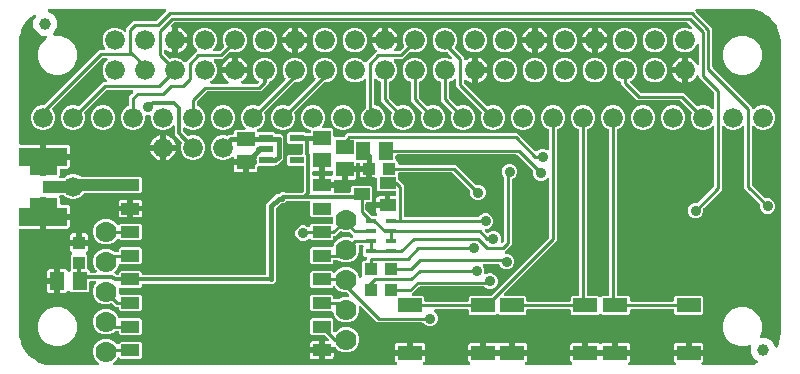
<source format=gbr>
G04 EAGLE Gerber RS-274X export*
G75*
%MOMM*%
%FSLAX34Y34*%
%LPD*%
%INTop Copper*%
%IPPOS*%
%AMOC8*
5,1,8,0,0,1.08239X$1,22.5*%
G01*
%ADD10C,1.676400*%
%ADD11R,1.240000X1.500000*%
%ADD12R,1.500000X1.000000*%
%ADD13R,4.064000X1.524000*%
%ADD14R,2.032000X1.016000*%
%ADD15C,1.778000*%
%ADD16C,1.000000*%
%ADD17R,1.200000X0.550000*%
%ADD18R,1.500000X1.240000*%
%ADD19R,1.000000X1.075000*%
%ADD20R,1.075000X1.000000*%
%ADD21R,1.400000X1.000000*%
%ADD22R,2.000000X1.200000*%
%ADD23R,0.900000X0.450000*%
%ADD24C,0.406400*%
%ADD25C,0.254000*%
%ADD26C,0.906400*%
%ADD27C,0.304800*%
%ADD28C,1.016000*%

G36*
X69255Y1288D02*
X69255Y1288D01*
X69394Y1301D01*
X69413Y1308D01*
X69434Y1311D01*
X69562Y1362D01*
X69694Y1409D01*
X69710Y1420D01*
X69729Y1428D01*
X69842Y1509D01*
X69957Y1587D01*
X69970Y1603D01*
X69987Y1614D01*
X70075Y1722D01*
X70167Y1826D01*
X70176Y1844D01*
X70189Y1859D01*
X70249Y1985D01*
X70312Y2109D01*
X70316Y2129D01*
X70325Y2147D01*
X70351Y2283D01*
X70381Y2419D01*
X70381Y2440D01*
X70385Y2459D01*
X70376Y2598D01*
X70372Y2737D01*
X70366Y2757D01*
X70365Y2777D01*
X70322Y2909D01*
X70283Y3043D01*
X70273Y3060D01*
X70267Y3079D01*
X70192Y3197D01*
X70122Y3317D01*
X70103Y3338D01*
X70097Y3348D01*
X70082Y3362D01*
X70015Y3437D01*
X66940Y6513D01*
X65277Y10527D01*
X65277Y14873D01*
X66940Y18887D01*
X70013Y21960D01*
X74027Y23623D01*
X78373Y23623D01*
X82387Y21960D01*
X85101Y19247D01*
X85210Y19161D01*
X85317Y19073D01*
X85336Y19064D01*
X85352Y19052D01*
X85480Y18996D01*
X85605Y18937D01*
X85625Y18933D01*
X85644Y18925D01*
X85782Y18903D01*
X85918Y18877D01*
X85938Y18879D01*
X85958Y18875D01*
X86097Y18888D01*
X86235Y18897D01*
X86254Y18903D01*
X86274Y18905D01*
X86406Y18952D01*
X86537Y18995D01*
X86555Y19006D01*
X86574Y19013D01*
X86689Y19091D01*
X86806Y19165D01*
X86820Y19180D01*
X86837Y19191D01*
X86929Y19296D01*
X87024Y19397D01*
X87034Y19415D01*
X87047Y19430D01*
X87060Y19455D01*
X88458Y20853D01*
X105142Y20853D01*
X106333Y19662D01*
X106333Y7978D01*
X105142Y6787D01*
X88458Y6787D01*
X87762Y7484D01*
X87722Y7514D01*
X87689Y7551D01*
X87597Y7611D01*
X87510Y7679D01*
X87465Y7698D01*
X87423Y7726D01*
X87319Y7761D01*
X87218Y7805D01*
X87169Y7813D01*
X87122Y7829D01*
X87013Y7838D01*
X86904Y7855D01*
X86855Y7850D01*
X86805Y7854D01*
X86697Y7835D01*
X86588Y7825D01*
X86541Y7808D01*
X86492Y7800D01*
X86392Y7755D01*
X86288Y7717D01*
X86247Y7690D01*
X86202Y7669D01*
X86116Y7601D01*
X86025Y7539D01*
X85992Y7502D01*
X85954Y7471D01*
X85887Y7383D01*
X85815Y7300D01*
X85792Y7256D01*
X85762Y7216D01*
X85691Y7072D01*
X85460Y6513D01*
X82385Y3437D01*
X82299Y3328D01*
X82211Y3221D01*
X82202Y3202D01*
X82190Y3186D01*
X82134Y3058D01*
X82075Y2933D01*
X82071Y2913D01*
X82063Y2894D01*
X82041Y2756D01*
X82015Y2620D01*
X82017Y2600D01*
X82013Y2580D01*
X82026Y2441D01*
X82035Y2303D01*
X82041Y2284D01*
X82043Y2264D01*
X82090Y2132D01*
X82133Y2001D01*
X82144Y1983D01*
X82151Y1964D01*
X82229Y1849D01*
X82303Y1732D01*
X82318Y1718D01*
X82329Y1701D01*
X82434Y1609D01*
X82535Y1514D01*
X82553Y1504D01*
X82568Y1491D01*
X82692Y1427D01*
X82813Y1360D01*
X82833Y1355D01*
X82851Y1346D01*
X82987Y1316D01*
X83121Y1281D01*
X83149Y1279D01*
X83161Y1276D01*
X83182Y1277D01*
X83282Y1271D01*
X321430Y1271D01*
X321575Y1289D01*
X321720Y1304D01*
X321732Y1309D01*
X321746Y1311D01*
X321881Y1364D01*
X322018Y1415D01*
X322029Y1423D01*
X322041Y1428D01*
X322160Y1514D01*
X322279Y1596D01*
X322288Y1607D01*
X322299Y1614D01*
X322392Y1727D01*
X322487Y1837D01*
X322493Y1849D01*
X322501Y1859D01*
X322563Y1991D01*
X322628Y2122D01*
X322631Y2135D01*
X322637Y2147D01*
X322664Y2290D01*
X322695Y2433D01*
X322694Y2446D01*
X322697Y2459D01*
X322688Y2605D01*
X322682Y2751D01*
X322678Y2763D01*
X322677Y2777D01*
X322632Y2915D01*
X322590Y3055D01*
X322583Y3067D01*
X322579Y3079D01*
X322501Y3202D01*
X322426Y3327D01*
X322416Y3337D01*
X322409Y3348D01*
X322303Y3448D01*
X322199Y3550D01*
X322183Y3560D01*
X322177Y3566D01*
X322162Y3574D01*
X322065Y3639D01*
X321930Y3717D01*
X321457Y4190D01*
X321122Y4769D01*
X320949Y5416D01*
X320949Y9211D01*
X332220Y9211D01*
X332338Y9226D01*
X332457Y9233D01*
X332495Y9246D01*
X332535Y9251D01*
X332646Y9294D01*
X332759Y9331D01*
X332794Y9353D01*
X332831Y9368D01*
X332927Y9438D01*
X333028Y9501D01*
X333056Y9531D01*
X333088Y9555D01*
X333164Y9646D01*
X333246Y9733D01*
X333265Y9768D01*
X333291Y9799D01*
X333342Y9907D01*
X333399Y10011D01*
X333410Y10051D01*
X333427Y10087D01*
X333449Y10204D01*
X333479Y10319D01*
X333483Y10380D01*
X333487Y10400D01*
X333485Y10420D01*
X333489Y10480D01*
X333489Y11751D01*
X333491Y11751D01*
X333491Y10480D01*
X333506Y10362D01*
X333513Y10243D01*
X333526Y10205D01*
X333531Y10165D01*
X333575Y10054D01*
X333611Y9941D01*
X333633Y9906D01*
X333648Y9869D01*
X333718Y9773D01*
X333781Y9672D01*
X333811Y9644D01*
X333835Y9611D01*
X333926Y9536D01*
X334013Y9454D01*
X334048Y9434D01*
X334080Y9409D01*
X334187Y9358D01*
X334291Y9300D01*
X334331Y9290D01*
X334367Y9273D01*
X334484Y9251D01*
X334599Y9221D01*
X334660Y9217D01*
X334680Y9213D01*
X334700Y9215D01*
X334760Y9211D01*
X346031Y9211D01*
X346031Y5416D01*
X345858Y4769D01*
X345523Y4190D01*
X345050Y3717D01*
X344915Y3639D01*
X344799Y3551D01*
X344681Y3466D01*
X344673Y3455D01*
X344662Y3447D01*
X344571Y3333D01*
X344479Y3221D01*
X344473Y3208D01*
X344465Y3198D01*
X344405Y3064D01*
X344343Y2933D01*
X344341Y2920D01*
X344335Y2907D01*
X344311Y2763D01*
X344283Y2620D01*
X344284Y2607D01*
X344282Y2594D01*
X344294Y2448D01*
X344303Y2303D01*
X344307Y2290D01*
X344308Y2277D01*
X344356Y2139D01*
X344401Y2001D01*
X344408Y1989D01*
X344413Y1976D01*
X344493Y1855D01*
X344571Y1732D01*
X344581Y1723D01*
X344588Y1711D01*
X344696Y1614D01*
X344803Y1514D01*
X344815Y1507D01*
X344825Y1498D01*
X344954Y1431D01*
X345081Y1360D01*
X345094Y1357D01*
X345106Y1351D01*
X345249Y1317D01*
X345389Y1281D01*
X345408Y1280D01*
X345416Y1278D01*
X345433Y1278D01*
X345550Y1271D01*
X383430Y1271D01*
X383575Y1289D01*
X383720Y1304D01*
X383732Y1309D01*
X383746Y1311D01*
X383881Y1364D01*
X384018Y1415D01*
X384029Y1423D01*
X384041Y1428D01*
X384160Y1514D01*
X384279Y1596D01*
X384288Y1607D01*
X384299Y1614D01*
X384392Y1727D01*
X384487Y1837D01*
X384493Y1849D01*
X384501Y1859D01*
X384563Y1991D01*
X384628Y2122D01*
X384631Y2135D01*
X384637Y2147D01*
X384664Y2290D01*
X384695Y2433D01*
X384694Y2446D01*
X384697Y2459D01*
X384688Y2605D01*
X384682Y2751D01*
X384678Y2763D01*
X384677Y2777D01*
X384632Y2915D01*
X384590Y3055D01*
X384583Y3067D01*
X384579Y3079D01*
X384501Y3202D01*
X384426Y3327D01*
X384416Y3337D01*
X384409Y3348D01*
X384303Y3448D01*
X384199Y3550D01*
X384183Y3560D01*
X384177Y3566D01*
X384162Y3574D01*
X384065Y3639D01*
X383930Y3717D01*
X383457Y4190D01*
X383122Y4769D01*
X382949Y5416D01*
X382949Y9211D01*
X394220Y9211D01*
X394338Y9226D01*
X394457Y9233D01*
X394495Y9246D01*
X394535Y9251D01*
X394646Y9294D01*
X394759Y9331D01*
X394794Y9353D01*
X394831Y9368D01*
X394927Y9438D01*
X395028Y9501D01*
X395056Y9531D01*
X395088Y9555D01*
X395164Y9646D01*
X395246Y9733D01*
X395265Y9768D01*
X395291Y9799D01*
X395342Y9907D01*
X395399Y10011D01*
X395410Y10051D01*
X395427Y10087D01*
X395449Y10204D01*
X395479Y10319D01*
X395483Y10380D01*
X395487Y10400D01*
X395485Y10420D01*
X395489Y10480D01*
X395489Y11751D01*
X395491Y11751D01*
X395491Y10480D01*
X395506Y10362D01*
X395513Y10243D01*
X395526Y10205D01*
X395531Y10165D01*
X395575Y10054D01*
X395611Y9941D01*
X395633Y9906D01*
X395648Y9869D01*
X395718Y9773D01*
X395781Y9672D01*
X395811Y9644D01*
X395835Y9611D01*
X395926Y9536D01*
X396013Y9454D01*
X396048Y9434D01*
X396080Y9409D01*
X396187Y9358D01*
X396291Y9300D01*
X396331Y9290D01*
X396367Y9273D01*
X396484Y9251D01*
X396599Y9221D01*
X396660Y9217D01*
X396680Y9213D01*
X396700Y9215D01*
X396760Y9211D01*
X418580Y9211D01*
X418698Y9226D01*
X418817Y9233D01*
X418855Y9246D01*
X418895Y9251D01*
X419006Y9294D01*
X419119Y9331D01*
X419154Y9353D01*
X419191Y9368D01*
X419287Y9438D01*
X419388Y9501D01*
X419416Y9531D01*
X419448Y9555D01*
X419524Y9646D01*
X419606Y9733D01*
X419625Y9768D01*
X419651Y9799D01*
X419702Y9907D01*
X419759Y10011D01*
X419770Y10051D01*
X419787Y10087D01*
X419809Y10204D01*
X419839Y10319D01*
X419843Y10380D01*
X419847Y10400D01*
X419845Y10420D01*
X419849Y10480D01*
X419849Y11751D01*
X419851Y11751D01*
X419851Y10480D01*
X419866Y10362D01*
X419873Y10243D01*
X419886Y10205D01*
X419891Y10165D01*
X419935Y10054D01*
X419971Y9941D01*
X419993Y9906D01*
X420008Y9869D01*
X420078Y9773D01*
X420141Y9672D01*
X420171Y9644D01*
X420195Y9611D01*
X420286Y9536D01*
X420373Y9454D01*
X420408Y9434D01*
X420440Y9409D01*
X420547Y9358D01*
X420651Y9300D01*
X420691Y9290D01*
X420727Y9273D01*
X420844Y9251D01*
X420959Y9221D01*
X421020Y9217D01*
X421040Y9213D01*
X421060Y9215D01*
X421120Y9211D01*
X432391Y9211D01*
X432391Y5416D01*
X432218Y4769D01*
X431883Y4190D01*
X431410Y3717D01*
X431275Y3639D01*
X431160Y3551D01*
X431041Y3466D01*
X431033Y3455D01*
X431022Y3447D01*
X430932Y3333D01*
X430839Y3221D01*
X430833Y3208D01*
X430825Y3198D01*
X430765Y3065D01*
X430703Y2933D01*
X430701Y2920D01*
X430695Y2907D01*
X430671Y2763D01*
X430643Y2620D01*
X430644Y2607D01*
X430642Y2594D01*
X430654Y2448D01*
X430663Y2303D01*
X430667Y2290D01*
X430668Y2277D01*
X430716Y2139D01*
X430761Y2001D01*
X430768Y1989D01*
X430773Y1976D01*
X430853Y1855D01*
X430931Y1732D01*
X430941Y1723D01*
X430949Y1711D01*
X431057Y1614D01*
X431163Y1514D01*
X431175Y1507D01*
X431185Y1498D01*
X431314Y1431D01*
X431441Y1360D01*
X431454Y1357D01*
X431466Y1351D01*
X431609Y1317D01*
X431749Y1281D01*
X431768Y1280D01*
X431776Y1278D01*
X431793Y1278D01*
X431910Y1271D01*
X469790Y1271D01*
X469935Y1289D01*
X470079Y1304D01*
X470092Y1309D01*
X470106Y1311D01*
X470241Y1364D01*
X470378Y1415D01*
X470389Y1423D01*
X470401Y1428D01*
X470519Y1513D01*
X470639Y1596D01*
X470648Y1607D01*
X470659Y1614D01*
X470751Y1726D01*
X470847Y1837D01*
X470853Y1849D01*
X470861Y1859D01*
X470923Y1991D01*
X470988Y2122D01*
X470991Y2135D01*
X470997Y2147D01*
X471024Y2290D01*
X471055Y2433D01*
X471054Y2446D01*
X471057Y2459D01*
X471048Y2605D01*
X471042Y2751D01*
X471038Y2763D01*
X471037Y2777D01*
X470992Y2916D01*
X470950Y3055D01*
X470943Y3067D01*
X470939Y3079D01*
X470861Y3203D01*
X470786Y3327D01*
X470776Y3337D01*
X470769Y3348D01*
X470663Y3448D01*
X470559Y3550D01*
X470543Y3560D01*
X470537Y3566D01*
X470522Y3574D01*
X470425Y3639D01*
X470290Y3717D01*
X469817Y4190D01*
X469482Y4769D01*
X469309Y5416D01*
X469309Y9211D01*
X480580Y9211D01*
X480698Y9226D01*
X480817Y9233D01*
X480855Y9246D01*
X480895Y9251D01*
X481006Y9294D01*
X481119Y9331D01*
X481154Y9353D01*
X481191Y9368D01*
X481287Y9438D01*
X481388Y9501D01*
X481416Y9531D01*
X481448Y9555D01*
X481524Y9646D01*
X481606Y9733D01*
X481625Y9768D01*
X481651Y9799D01*
X481702Y9907D01*
X481759Y10011D01*
X481770Y10051D01*
X481787Y10087D01*
X481809Y10204D01*
X481839Y10319D01*
X481843Y10380D01*
X481847Y10400D01*
X481845Y10420D01*
X481849Y10480D01*
X481849Y11751D01*
X481851Y11751D01*
X481851Y10480D01*
X481866Y10362D01*
X481873Y10243D01*
X481886Y10205D01*
X481891Y10165D01*
X481935Y10054D01*
X481971Y9941D01*
X481993Y9906D01*
X482008Y9869D01*
X482078Y9773D01*
X482141Y9672D01*
X482171Y9644D01*
X482195Y9611D01*
X482286Y9536D01*
X482373Y9454D01*
X482408Y9434D01*
X482440Y9409D01*
X482547Y9358D01*
X482651Y9300D01*
X482691Y9290D01*
X482727Y9273D01*
X482844Y9251D01*
X482959Y9221D01*
X483020Y9217D01*
X483040Y9213D01*
X483060Y9215D01*
X483120Y9211D01*
X506210Y9211D01*
X506328Y9226D01*
X506447Y9233D01*
X506485Y9246D01*
X506525Y9251D01*
X506636Y9294D01*
X506749Y9331D01*
X506784Y9353D01*
X506821Y9368D01*
X506917Y9438D01*
X507018Y9501D01*
X507046Y9531D01*
X507078Y9555D01*
X507154Y9646D01*
X507236Y9733D01*
X507255Y9768D01*
X507281Y9799D01*
X507332Y9907D01*
X507389Y10011D01*
X507400Y10051D01*
X507417Y10087D01*
X507439Y10204D01*
X507469Y10319D01*
X507473Y10380D01*
X507477Y10400D01*
X507475Y10420D01*
X507479Y10480D01*
X507479Y11751D01*
X507481Y11751D01*
X507481Y10480D01*
X507496Y10362D01*
X507503Y10243D01*
X507516Y10205D01*
X507521Y10165D01*
X507565Y10054D01*
X507601Y9941D01*
X507623Y9906D01*
X507638Y9869D01*
X507708Y9773D01*
X507771Y9672D01*
X507801Y9644D01*
X507825Y9611D01*
X507916Y9536D01*
X508003Y9454D01*
X508038Y9434D01*
X508070Y9409D01*
X508177Y9358D01*
X508281Y9300D01*
X508321Y9290D01*
X508357Y9273D01*
X508474Y9251D01*
X508589Y9221D01*
X508650Y9217D01*
X508670Y9213D01*
X508690Y9215D01*
X508750Y9211D01*
X520021Y9211D01*
X520021Y5416D01*
X519848Y4769D01*
X519513Y4190D01*
X519040Y3717D01*
X518905Y3639D01*
X518789Y3551D01*
X518671Y3466D01*
X518663Y3455D01*
X518652Y3447D01*
X518561Y3333D01*
X518469Y3221D01*
X518463Y3208D01*
X518455Y3198D01*
X518395Y3064D01*
X518333Y2933D01*
X518331Y2920D01*
X518325Y2907D01*
X518301Y2763D01*
X518273Y2620D01*
X518274Y2607D01*
X518272Y2594D01*
X518284Y2448D01*
X518293Y2303D01*
X518297Y2290D01*
X518298Y2277D01*
X518346Y2139D01*
X518391Y2001D01*
X518398Y1989D01*
X518403Y1976D01*
X518483Y1855D01*
X518561Y1732D01*
X518571Y1723D01*
X518578Y1711D01*
X518686Y1614D01*
X518793Y1514D01*
X518805Y1507D01*
X518815Y1498D01*
X518944Y1431D01*
X519071Y1360D01*
X519084Y1357D01*
X519096Y1351D01*
X519239Y1317D01*
X519379Y1281D01*
X519398Y1280D01*
X519406Y1278D01*
X519423Y1278D01*
X519540Y1271D01*
X557420Y1271D01*
X557565Y1289D01*
X557710Y1304D01*
X557722Y1309D01*
X557736Y1311D01*
X557871Y1364D01*
X558008Y1415D01*
X558019Y1423D01*
X558031Y1428D01*
X558150Y1514D01*
X558269Y1596D01*
X558278Y1607D01*
X558289Y1614D01*
X558382Y1727D01*
X558477Y1837D01*
X558483Y1849D01*
X558491Y1859D01*
X558553Y1991D01*
X558618Y2122D01*
X558621Y2135D01*
X558627Y2147D01*
X558654Y2290D01*
X558685Y2433D01*
X558684Y2446D01*
X558687Y2459D01*
X558678Y2605D01*
X558672Y2751D01*
X558668Y2763D01*
X558667Y2777D01*
X558622Y2915D01*
X558580Y3055D01*
X558573Y3067D01*
X558569Y3079D01*
X558491Y3202D01*
X558416Y3327D01*
X558406Y3337D01*
X558399Y3348D01*
X558293Y3448D01*
X558189Y3550D01*
X558173Y3560D01*
X558167Y3566D01*
X558152Y3574D01*
X558055Y3639D01*
X557920Y3717D01*
X557447Y4190D01*
X557112Y4769D01*
X556939Y5416D01*
X556939Y9211D01*
X568210Y9211D01*
X568328Y9226D01*
X568447Y9233D01*
X568485Y9246D01*
X568525Y9251D01*
X568636Y9294D01*
X568749Y9331D01*
X568784Y9353D01*
X568821Y9368D01*
X568917Y9438D01*
X569018Y9501D01*
X569046Y9531D01*
X569078Y9555D01*
X569154Y9646D01*
X569236Y9733D01*
X569255Y9768D01*
X569281Y9799D01*
X569332Y9907D01*
X569389Y10011D01*
X569400Y10051D01*
X569417Y10087D01*
X569439Y10204D01*
X569469Y10319D01*
X569473Y10380D01*
X569477Y10400D01*
X569475Y10420D01*
X569479Y10480D01*
X569479Y11751D01*
X569481Y11751D01*
X569481Y10480D01*
X569496Y10362D01*
X569503Y10243D01*
X569516Y10205D01*
X569521Y10165D01*
X569565Y10054D01*
X569601Y9941D01*
X569623Y9906D01*
X569638Y9869D01*
X569708Y9773D01*
X569771Y9672D01*
X569801Y9644D01*
X569825Y9611D01*
X569916Y9536D01*
X570003Y9454D01*
X570038Y9434D01*
X570070Y9409D01*
X570177Y9358D01*
X570281Y9300D01*
X570321Y9290D01*
X570357Y9273D01*
X570474Y9251D01*
X570589Y9221D01*
X570650Y9217D01*
X570670Y9213D01*
X570690Y9215D01*
X570750Y9211D01*
X582021Y9211D01*
X582021Y5416D01*
X581848Y4769D01*
X581513Y4190D01*
X581040Y3717D01*
X580905Y3639D01*
X580789Y3551D01*
X580671Y3466D01*
X580663Y3455D01*
X580652Y3447D01*
X580561Y3333D01*
X580469Y3221D01*
X580463Y3208D01*
X580455Y3198D01*
X580395Y3064D01*
X580333Y2933D01*
X580331Y2920D01*
X580325Y2907D01*
X580301Y2763D01*
X580273Y2620D01*
X580274Y2607D01*
X580272Y2594D01*
X580284Y2448D01*
X580293Y2303D01*
X580297Y2290D01*
X580298Y2277D01*
X580346Y2139D01*
X580391Y2001D01*
X580398Y1989D01*
X580403Y1976D01*
X580483Y1855D01*
X580561Y1732D01*
X580571Y1723D01*
X580578Y1711D01*
X580686Y1614D01*
X580793Y1514D01*
X580805Y1507D01*
X580815Y1498D01*
X580944Y1431D01*
X581071Y1360D01*
X581084Y1357D01*
X581096Y1351D01*
X581239Y1317D01*
X581379Y1281D01*
X581398Y1280D01*
X581406Y1278D01*
X581423Y1278D01*
X581540Y1271D01*
X620000Y1271D01*
X620022Y1273D01*
X620100Y1275D01*
X624197Y1597D01*
X624264Y1611D01*
X624333Y1615D01*
X624489Y1655D01*
X627728Y2708D01*
X627824Y2753D01*
X627924Y2790D01*
X627968Y2820D01*
X628016Y2843D01*
X628098Y2911D01*
X628185Y2971D01*
X628220Y3012D01*
X628261Y3046D01*
X628324Y3132D01*
X628393Y3212D01*
X628417Y3260D01*
X628448Y3303D01*
X628487Y3402D01*
X628534Y3497D01*
X628546Y3549D01*
X628565Y3599D01*
X628579Y3704D01*
X628601Y3808D01*
X628599Y3861D01*
X628605Y3914D01*
X628592Y4019D01*
X628588Y4125D01*
X628572Y4177D01*
X628566Y4230D01*
X628527Y4328D01*
X628496Y4430D01*
X628468Y4476D01*
X628449Y4525D01*
X628387Y4611D01*
X628332Y4702D01*
X628294Y4740D01*
X628262Y4783D01*
X628181Y4850D01*
X628105Y4925D01*
X628034Y4972D01*
X628017Y4986D01*
X628003Y4993D01*
X627971Y5014D01*
X625139Y6649D01*
X622459Y11290D01*
X622459Y16802D01*
X622461Y16806D01*
X622465Y16902D01*
X622479Y16998D01*
X622473Y17061D01*
X622476Y17124D01*
X622456Y17218D01*
X622446Y17314D01*
X622424Y17373D01*
X622411Y17435D01*
X622369Y17522D01*
X622336Y17612D01*
X622300Y17664D01*
X622272Y17721D01*
X622209Y17794D01*
X622154Y17873D01*
X622107Y17915D01*
X622065Y17963D01*
X621987Y18019D01*
X621914Y18081D01*
X621857Y18110D01*
X621805Y18146D01*
X621715Y18180D01*
X621629Y18223D01*
X621567Y18236D01*
X621508Y18259D01*
X621412Y18270D01*
X621318Y18290D01*
X621255Y18287D01*
X621192Y18294D01*
X621097Y18281D01*
X621001Y18277D01*
X620940Y18259D01*
X620877Y18250D01*
X620725Y18198D01*
X618290Y17189D01*
X611710Y17189D01*
X605630Y19707D01*
X600977Y24360D01*
X598459Y30440D01*
X598459Y37020D01*
X600977Y43100D01*
X605630Y47753D01*
X611710Y50271D01*
X618290Y50271D01*
X624370Y47753D01*
X629023Y43100D01*
X631541Y37020D01*
X631541Y30440D01*
X629588Y25726D01*
X629575Y25678D01*
X629554Y25633D01*
X629533Y25525D01*
X629504Y25419D01*
X629503Y25369D01*
X629494Y25320D01*
X629501Y25211D01*
X629499Y25101D01*
X629511Y25053D01*
X629514Y25003D01*
X629548Y24899D01*
X629573Y24792D01*
X629596Y24748D01*
X629612Y24701D01*
X629671Y24608D01*
X629722Y24511D01*
X629755Y24474D01*
X629782Y24432D01*
X629862Y24357D01*
X629936Y24275D01*
X629977Y24248D01*
X630014Y24214D01*
X630110Y24161D01*
X630202Y24101D01*
X630249Y24084D01*
X630292Y24060D01*
X630398Y24033D01*
X630502Y23997D01*
X630552Y23993D01*
X630600Y23981D01*
X630761Y23971D01*
X635140Y23971D01*
X639781Y21291D01*
X642410Y16738D01*
X642474Y16654D01*
X642530Y16564D01*
X642569Y16528D01*
X642602Y16485D01*
X642685Y16419D01*
X642762Y16347D01*
X642809Y16321D01*
X642851Y16288D01*
X642948Y16244D01*
X643041Y16193D01*
X643092Y16180D01*
X643141Y16158D01*
X643246Y16140D01*
X643349Y16114D01*
X643402Y16114D01*
X643455Y16105D01*
X643561Y16114D01*
X643667Y16114D01*
X643719Y16127D01*
X643772Y16131D01*
X643872Y16166D01*
X643975Y16192D01*
X644022Y16218D01*
X644072Y16236D01*
X644161Y16294D01*
X644254Y16345D01*
X644293Y16382D01*
X644337Y16412D01*
X644408Y16490D01*
X644486Y16563D01*
X644515Y16608D01*
X644550Y16648D01*
X644599Y16742D01*
X644656Y16831D01*
X644688Y16910D01*
X644698Y16929D01*
X644702Y16945D01*
X644716Y16981D01*
X647075Y24241D01*
X647088Y24309D01*
X647110Y24374D01*
X647133Y24533D01*
X647455Y28630D01*
X647454Y28652D01*
X647459Y28730D01*
X647459Y275334D01*
X647457Y275356D01*
X647455Y275434D01*
X647133Y279531D01*
X647119Y279598D01*
X647115Y279667D01*
X647075Y279823D01*
X644543Y287616D01*
X644492Y287724D01*
X644449Y287834D01*
X644416Y287885D01*
X644407Y287904D01*
X644394Y287920D01*
X644362Y287970D01*
X639546Y294599D01*
X639465Y294686D01*
X639389Y294777D01*
X639342Y294816D01*
X639328Y294831D01*
X639311Y294842D01*
X639265Y294880D01*
X632636Y299696D01*
X632532Y299754D01*
X632432Y299817D01*
X632375Y299840D01*
X632357Y299850D01*
X632338Y299855D01*
X632282Y299877D01*
X624489Y302409D01*
X624421Y302422D01*
X624356Y302444D01*
X624197Y302467D01*
X620100Y302789D01*
X620078Y302788D01*
X620000Y302793D01*
X576278Y302793D01*
X576140Y302776D01*
X576001Y302763D01*
X575982Y302756D01*
X575962Y302753D01*
X575833Y302702D01*
X575702Y302655D01*
X575685Y302644D01*
X575666Y302636D01*
X575554Y302555D01*
X575439Y302477D01*
X575425Y302461D01*
X575409Y302450D01*
X575320Y302343D01*
X575228Y302238D01*
X575219Y302220D01*
X575206Y302205D01*
X575147Y302079D01*
X575084Y301955D01*
X575079Y301935D01*
X575071Y301917D01*
X575045Y301781D01*
X575014Y301645D01*
X575015Y301624D01*
X575011Y301605D01*
X575020Y301466D01*
X575024Y301327D01*
X575029Y301307D01*
X575031Y301287D01*
X575073Y301155D01*
X575112Y301021D01*
X575122Y301004D01*
X575129Y300985D01*
X575203Y300867D01*
X575274Y300747D01*
X575292Y300726D01*
X575299Y300716D01*
X575314Y300702D01*
X575380Y300626D01*
X575798Y300209D01*
X575798Y300208D01*
X587228Y288778D01*
X589535Y286472D01*
X589535Y253862D01*
X589547Y253764D01*
X589550Y253665D01*
X589567Y253606D01*
X589575Y253546D01*
X589611Y253454D01*
X589639Y253359D01*
X589664Y253315D01*
X589665Y253312D01*
X589670Y253304D01*
X589692Y253251D01*
X589750Y253171D01*
X589800Y253085D01*
X589832Y253049D01*
X589836Y253043D01*
X589843Y253036D01*
X589866Y253010D01*
X589878Y252993D01*
X589888Y252985D01*
X589906Y252964D01*
X623063Y219808D01*
X623063Y219216D01*
X623080Y219078D01*
X623093Y218939D01*
X623100Y218920D01*
X623103Y218900D01*
X623154Y218771D01*
X623201Y218640D01*
X623212Y218623D01*
X623220Y218604D01*
X623301Y218492D01*
X623379Y218377D01*
X623395Y218363D01*
X623406Y218347D01*
X623514Y218258D01*
X623618Y218166D01*
X623636Y218157D01*
X623651Y218144D01*
X623777Y218085D01*
X623901Y218022D01*
X623921Y218017D01*
X623939Y218009D01*
X624076Y217983D01*
X624211Y217952D01*
X624232Y217953D01*
X624251Y217949D01*
X624390Y217958D01*
X624529Y217962D01*
X624549Y217967D01*
X624569Y217969D01*
X624701Y218011D01*
X624835Y218050D01*
X624852Y218060D01*
X624871Y218067D01*
X624989Y218141D01*
X625109Y218212D01*
X625130Y218230D01*
X625140Y218237D01*
X625154Y218252D01*
X625229Y218318D01*
X626561Y219649D01*
X630388Y221235D01*
X634532Y221235D01*
X638359Y219649D01*
X641289Y216719D01*
X642875Y212892D01*
X642875Y208748D01*
X641289Y204921D01*
X638359Y201991D01*
X634532Y200405D01*
X630388Y200405D01*
X626561Y201991D01*
X625229Y203322D01*
X625120Y203407D01*
X625013Y203496D01*
X624994Y203504D01*
X624978Y203517D01*
X624851Y203572D01*
X624725Y203631D01*
X624705Y203635D01*
X624686Y203643D01*
X624548Y203665D01*
X624412Y203691D01*
X624392Y203690D01*
X624372Y203693D01*
X624233Y203680D01*
X624095Y203671D01*
X624076Y203665D01*
X624056Y203663D01*
X623924Y203616D01*
X623793Y203573D01*
X623775Y203562D01*
X623756Y203556D01*
X623641Y203478D01*
X623524Y203403D01*
X623510Y203388D01*
X623493Y203377D01*
X623401Y203273D01*
X623306Y203172D01*
X623296Y203154D01*
X623283Y203139D01*
X623219Y203014D01*
X623152Y202893D01*
X623147Y202873D01*
X623138Y202855D01*
X623108Y202720D01*
X623073Y202585D01*
X623071Y202557D01*
X623068Y202545D01*
X623069Y202525D01*
X623063Y202424D01*
X623063Y154294D01*
X623075Y154196D01*
X623078Y154097D01*
X623095Y154038D01*
X623103Y153978D01*
X623139Y153886D01*
X623167Y153791D01*
X623197Y153739D01*
X623220Y153683D01*
X623278Y153603D01*
X623328Y153517D01*
X623394Y153442D01*
X623406Y153425D01*
X623416Y153417D01*
X623434Y153396D01*
X634004Y142826D01*
X634083Y142766D01*
X634155Y142698D01*
X634208Y142669D01*
X634256Y142632D01*
X634347Y142592D01*
X634433Y142544D01*
X634492Y142529D01*
X634547Y142505D01*
X634645Y142490D01*
X634741Y142465D01*
X634841Y142459D01*
X634862Y142455D01*
X634874Y142457D01*
X634902Y142455D01*
X637576Y142455D01*
X639989Y141455D01*
X641835Y139609D01*
X642835Y137196D01*
X642835Y134584D01*
X641835Y132171D01*
X639989Y130325D01*
X637576Y129325D01*
X634964Y129325D01*
X632551Y130325D01*
X630705Y132171D01*
X629705Y134584D01*
X629705Y137258D01*
X629693Y137356D01*
X629690Y137455D01*
X629673Y137514D01*
X629665Y137574D01*
X629629Y137666D01*
X629601Y137761D01*
X629571Y137813D01*
X629548Y137869D01*
X629490Y137949D01*
X629440Y138035D01*
X629374Y138110D01*
X629362Y138127D01*
X629352Y138135D01*
X629334Y138156D01*
X616457Y151032D01*
X616457Y202424D01*
X616440Y202562D01*
X616427Y202701D01*
X616420Y202720D01*
X616417Y202740D01*
X616366Y202869D01*
X616319Y203000D01*
X616308Y203017D01*
X616300Y203036D01*
X616219Y203148D01*
X616141Y203263D01*
X616125Y203277D01*
X616114Y203293D01*
X616006Y203382D01*
X615902Y203474D01*
X615884Y203483D01*
X615869Y203496D01*
X615743Y203555D01*
X615619Y203618D01*
X615599Y203623D01*
X615581Y203631D01*
X615444Y203657D01*
X615309Y203688D01*
X615288Y203687D01*
X615269Y203691D01*
X615130Y203682D01*
X614991Y203678D01*
X614971Y203673D01*
X614951Y203671D01*
X614819Y203629D01*
X614685Y203590D01*
X614668Y203580D01*
X614649Y203573D01*
X614531Y203499D01*
X614411Y203428D01*
X614390Y203410D01*
X614380Y203403D01*
X614366Y203388D01*
X614291Y203322D01*
X612959Y201991D01*
X609132Y200405D01*
X604988Y200405D01*
X601161Y201991D01*
X599829Y203322D01*
X599720Y203407D01*
X599613Y203496D01*
X599594Y203504D01*
X599578Y203517D01*
X599451Y203572D01*
X599325Y203631D01*
X599305Y203635D01*
X599286Y203643D01*
X599148Y203665D01*
X599012Y203691D01*
X598992Y203690D01*
X598972Y203693D01*
X598833Y203680D01*
X598695Y203671D01*
X598676Y203665D01*
X598656Y203663D01*
X598524Y203616D01*
X598393Y203573D01*
X598375Y203562D01*
X598356Y203556D01*
X598241Y203478D01*
X598124Y203403D01*
X598110Y203388D01*
X598093Y203377D01*
X598001Y203273D01*
X597906Y203172D01*
X597896Y203154D01*
X597883Y203139D01*
X597819Y203014D01*
X597752Y202893D01*
X597747Y202873D01*
X597738Y202855D01*
X597708Y202720D01*
X597673Y202585D01*
X597671Y202557D01*
X597668Y202545D01*
X597669Y202525D01*
X597663Y202424D01*
X597663Y149762D01*
X582246Y134346D01*
X582186Y134267D01*
X582118Y134195D01*
X582089Y134142D01*
X582052Y134094D01*
X582012Y134003D01*
X581964Y133917D01*
X581949Y133858D01*
X581925Y133803D01*
X581910Y133705D01*
X581885Y133609D01*
X581879Y133509D01*
X581875Y133488D01*
X581877Y133476D01*
X581875Y133448D01*
X581875Y130774D01*
X580875Y128361D01*
X579029Y126515D01*
X576616Y125515D01*
X574004Y125515D01*
X571591Y126515D01*
X569745Y128361D01*
X568745Y130774D01*
X568745Y133386D01*
X569745Y135799D01*
X571591Y137645D01*
X574004Y138645D01*
X576678Y138645D01*
X576776Y138657D01*
X576875Y138660D01*
X576934Y138677D01*
X576994Y138685D01*
X577086Y138721D01*
X577181Y138749D01*
X577233Y138779D01*
X577289Y138802D01*
X577369Y138860D01*
X577455Y138910D01*
X577530Y138976D01*
X577547Y138988D01*
X577555Y138998D01*
X577576Y139016D01*
X590686Y152126D01*
X590746Y152205D01*
X590814Y152277D01*
X590843Y152330D01*
X590880Y152378D01*
X590920Y152469D01*
X590968Y152555D01*
X590983Y152614D01*
X591007Y152669D01*
X591022Y152767D01*
X591047Y152863D01*
X591053Y152963D01*
X591057Y152984D01*
X591055Y152996D01*
X591057Y153024D01*
X591057Y202424D01*
X591040Y202562D01*
X591027Y202701D01*
X591020Y202720D01*
X591017Y202740D01*
X590966Y202869D01*
X590919Y203000D01*
X590908Y203017D01*
X590900Y203036D01*
X590819Y203148D01*
X590741Y203263D01*
X590725Y203277D01*
X590714Y203293D01*
X590606Y203382D01*
X590502Y203474D01*
X590484Y203483D01*
X590469Y203496D01*
X590343Y203555D01*
X590219Y203618D01*
X590199Y203623D01*
X590181Y203631D01*
X590044Y203657D01*
X589909Y203688D01*
X589888Y203687D01*
X589869Y203691D01*
X589730Y203682D01*
X589591Y203678D01*
X589571Y203673D01*
X589551Y203671D01*
X589419Y203629D01*
X589285Y203590D01*
X589268Y203580D01*
X589249Y203573D01*
X589131Y203499D01*
X589011Y203428D01*
X588990Y203410D01*
X588980Y203403D01*
X588966Y203388D01*
X588891Y203322D01*
X587559Y201991D01*
X583732Y200405D01*
X579588Y200405D01*
X575761Y201991D01*
X572831Y204921D01*
X571245Y208748D01*
X571245Y212892D01*
X571996Y214705D01*
X572004Y214733D01*
X572018Y214760D01*
X572046Y214886D01*
X572080Y215012D01*
X572081Y215041D01*
X572087Y215070D01*
X572083Y215200D01*
X572085Y215330D01*
X572078Y215358D01*
X572078Y215388D01*
X572041Y215512D01*
X572011Y215639D01*
X571997Y215665D01*
X571989Y215693D01*
X571923Y215805D01*
X571862Y215920D01*
X571843Y215942D01*
X571828Y215967D01*
X571721Y216088D01*
X562884Y224926D01*
X562805Y224986D01*
X562733Y225054D01*
X562680Y225083D01*
X562632Y225120D01*
X562541Y225160D01*
X562455Y225208D01*
X562396Y225223D01*
X562341Y225247D01*
X562243Y225262D01*
X562147Y225287D01*
X562047Y225293D01*
X562026Y225297D01*
X562014Y225295D01*
X561986Y225297D01*
X525682Y225297D01*
X512197Y238782D01*
X512197Y240277D01*
X512194Y240306D01*
X512196Y240336D01*
X512174Y240464D01*
X512157Y240593D01*
X512147Y240620D01*
X512142Y240649D01*
X512088Y240768D01*
X512040Y240888D01*
X512023Y240912D01*
X512011Y240939D01*
X511930Y241041D01*
X511854Y241146D01*
X511831Y241165D01*
X511812Y241188D01*
X511709Y241266D01*
X511609Y241349D01*
X511582Y241361D01*
X511558Y241379D01*
X511414Y241450D01*
X509601Y242201D01*
X506671Y245131D01*
X505085Y248958D01*
X505085Y253102D01*
X506671Y256929D01*
X509601Y259859D01*
X513428Y261445D01*
X517572Y261445D01*
X521399Y259859D01*
X524329Y256929D01*
X525915Y253102D01*
X525915Y248958D01*
X524329Y245131D01*
X521400Y242201D01*
X520835Y241967D01*
X520792Y241943D01*
X520746Y241926D01*
X520655Y241864D01*
X520559Y241810D01*
X520524Y241775D01*
X520482Y241747D01*
X520410Y241665D01*
X520331Y241588D01*
X520305Y241546D01*
X520272Y241509D01*
X520222Y241411D01*
X520165Y241317D01*
X520150Y241270D01*
X520127Y241226D01*
X520103Y241118D01*
X520071Y241013D01*
X520069Y240964D01*
X520058Y240915D01*
X520061Y240806D01*
X520056Y240696D01*
X520066Y240647D01*
X520067Y240597D01*
X520098Y240492D01*
X520120Y240384D01*
X520142Y240340D01*
X520156Y240292D01*
X520212Y240197D01*
X520260Y240099D01*
X520292Y240061D01*
X520317Y240018D01*
X520424Y239897D01*
X528046Y232274D01*
X528125Y232214D01*
X528197Y232146D01*
X528250Y232117D01*
X528298Y232080D01*
X528389Y232040D01*
X528475Y231992D01*
X528534Y231977D01*
X528589Y231953D01*
X528687Y231938D01*
X528783Y231913D01*
X528883Y231907D01*
X528904Y231903D01*
X528916Y231905D01*
X528944Y231903D01*
X565248Y231903D01*
X576392Y220759D01*
X576415Y220741D01*
X576434Y220718D01*
X576540Y220644D01*
X576643Y220564D01*
X576670Y220552D01*
X576694Y220535D01*
X576816Y220489D01*
X576935Y220438D01*
X576964Y220433D01*
X576992Y220422D01*
X577121Y220408D01*
X577249Y220388D01*
X577279Y220390D01*
X577308Y220387D01*
X577436Y220405D01*
X577566Y220417D01*
X577594Y220427D01*
X577623Y220432D01*
X577775Y220484D01*
X579588Y221235D01*
X583732Y221235D01*
X587559Y219649D01*
X588891Y218318D01*
X589000Y218233D01*
X589107Y218144D01*
X589126Y218136D01*
X589142Y218123D01*
X589269Y218068D01*
X589395Y218009D01*
X589415Y218005D01*
X589434Y217997D01*
X589572Y217975D01*
X589708Y217949D01*
X589728Y217950D01*
X589748Y217947D01*
X589887Y217960D01*
X590025Y217969D01*
X590044Y217975D01*
X590064Y217977D01*
X590196Y218024D01*
X590327Y218067D01*
X590345Y218078D01*
X590364Y218084D01*
X590479Y218162D01*
X590596Y218237D01*
X590610Y218252D01*
X590627Y218263D01*
X590719Y218367D01*
X590814Y218468D01*
X590824Y218486D01*
X590837Y218501D01*
X590901Y218626D01*
X590968Y218747D01*
X590973Y218767D01*
X590982Y218785D01*
X591012Y218920D01*
X591047Y219055D01*
X591049Y219083D01*
X591052Y219095D01*
X591051Y219115D01*
X591057Y219216D01*
X591057Y231786D01*
X591045Y231884D01*
X591042Y231983D01*
X591025Y232042D01*
X591017Y232102D01*
X590981Y232194D01*
X590953Y232289D01*
X590923Y232341D01*
X590900Y232397D01*
X590842Y232477D01*
X590792Y232563D01*
X590726Y232638D01*
X590714Y232655D01*
X590704Y232663D01*
X590686Y232684D01*
X578357Y245012D01*
X578357Y245348D01*
X578355Y245367D01*
X578357Y245387D01*
X578335Y245525D01*
X578317Y245663D01*
X578310Y245682D01*
X578307Y245701D01*
X578252Y245830D01*
X578200Y245959D01*
X578189Y245975D01*
X578181Y245993D01*
X578095Y246104D01*
X578014Y246216D01*
X577998Y246229D01*
X577986Y246245D01*
X577876Y246330D01*
X577769Y246419D01*
X577751Y246427D01*
X577735Y246440D01*
X577607Y246495D01*
X577481Y246554D01*
X577461Y246558D01*
X577443Y246566D01*
X577305Y246588D01*
X577169Y246614D01*
X577149Y246613D01*
X577129Y246616D01*
X576990Y246603D01*
X576851Y246594D01*
X576832Y246588D01*
X576812Y246586D01*
X576681Y246539D01*
X576549Y246496D01*
X576532Y246486D01*
X576513Y246479D01*
X576397Y246401D01*
X576280Y246326D01*
X576266Y246312D01*
X576250Y246301D01*
X576157Y246196D01*
X576062Y246095D01*
X576052Y246077D01*
X576039Y246062D01*
X575957Y245924D01*
X575642Y245305D01*
X574631Y243914D01*
X573416Y242699D01*
X572025Y241688D01*
X570493Y240907D01*
X568858Y240376D01*
X568549Y240327D01*
X568549Y250050D01*
X568534Y250168D01*
X568527Y250287D01*
X568514Y250325D01*
X568509Y250365D01*
X568466Y250476D01*
X568429Y250589D01*
X568407Y250623D01*
X568392Y250661D01*
X568323Y250757D01*
X568259Y250858D01*
X568229Y250886D01*
X568206Y250918D01*
X568114Y250994D01*
X568080Y251026D01*
X568088Y251031D01*
X568116Y251061D01*
X568149Y251085D01*
X568225Y251176D01*
X568306Y251263D01*
X568326Y251298D01*
X568351Y251330D01*
X568402Y251437D01*
X568460Y251542D01*
X568470Y251581D01*
X568487Y251617D01*
X568509Y251734D01*
X568539Y251850D01*
X568543Y251910D01*
X568547Y251930D01*
X568545Y251950D01*
X568549Y252010D01*
X568549Y261733D01*
X568858Y261684D01*
X570493Y261153D01*
X572025Y260372D01*
X573416Y259361D01*
X574631Y258146D01*
X575642Y256755D01*
X575957Y256136D01*
X575968Y256120D01*
X575976Y256101D01*
X576057Y255989D01*
X576136Y255873D01*
X576151Y255860D01*
X576162Y255844D01*
X576270Y255755D01*
X576374Y255663D01*
X576392Y255654D01*
X576407Y255641D01*
X576534Y255582D01*
X576658Y255518D01*
X576677Y255514D01*
X576695Y255506D01*
X576832Y255479D01*
X576968Y255449D01*
X576988Y255449D01*
X577008Y255446D01*
X577147Y255454D01*
X577286Y255459D01*
X577305Y255464D01*
X577325Y255465D01*
X577457Y255508D01*
X577591Y255547D01*
X577609Y255557D01*
X577627Y255564D01*
X577745Y255638D01*
X577865Y255709D01*
X577879Y255723D01*
X577896Y255734D01*
X577992Y255835D01*
X578090Y255934D01*
X578100Y255951D01*
X578114Y255965D01*
X578181Y256087D01*
X578252Y256207D01*
X578258Y256226D01*
X578268Y256244D01*
X578302Y256378D01*
X578341Y256513D01*
X578342Y256532D01*
X578347Y256552D01*
X578357Y256712D01*
X578357Y271943D01*
X578349Y272012D01*
X578350Y272082D01*
X578329Y272169D01*
X578317Y272258D01*
X578292Y272323D01*
X578275Y272391D01*
X578233Y272471D01*
X578200Y272554D01*
X578159Y272610D01*
X578127Y272672D01*
X578066Y272739D01*
X578014Y272811D01*
X577960Y272856D01*
X577913Y272908D01*
X577838Y272957D01*
X577769Y273014D01*
X577705Y273044D01*
X577647Y273082D01*
X577562Y273112D01*
X577481Y273150D01*
X577412Y273163D01*
X577346Y273186D01*
X577257Y273193D01*
X577169Y273210D01*
X577099Y273205D01*
X577029Y273211D01*
X576941Y273195D01*
X576851Y273190D01*
X576785Y273168D01*
X576716Y273156D01*
X576634Y273119D01*
X576549Y273092D01*
X576490Y273054D01*
X576426Y273026D01*
X576356Y272970D01*
X576280Y272922D01*
X576232Y272871D01*
X576178Y272827D01*
X576123Y272755D01*
X576062Y272690D01*
X576028Y272629D01*
X575986Y272573D01*
X575915Y272429D01*
X575129Y270531D01*
X572199Y267601D01*
X568372Y266015D01*
X564228Y266015D01*
X560401Y267601D01*
X557471Y270531D01*
X555885Y274358D01*
X555885Y278502D01*
X557471Y282329D01*
X560401Y285259D01*
X564228Y286845D01*
X568372Y286845D01*
X570983Y285763D01*
X571050Y285745D01*
X571114Y285717D01*
X571203Y285703D01*
X571289Y285679D01*
X571359Y285678D01*
X571428Y285667D01*
X571518Y285676D01*
X571607Y285674D01*
X571675Y285690D01*
X571745Y285697D01*
X571829Y285727D01*
X571917Y285748D01*
X571978Y285781D01*
X572044Y285805D01*
X572118Y285855D01*
X572198Y285897D01*
X572250Y285944D01*
X572307Y285983D01*
X572367Y286050D01*
X572433Y286111D01*
X572472Y286169D01*
X572518Y286222D01*
X572558Y286302D01*
X572608Y286377D01*
X572631Y286443D01*
X572662Y286505D01*
X572682Y286592D01*
X572711Y286677D01*
X572717Y286747D01*
X572732Y286815D01*
X572729Y286905D01*
X572736Y286995D01*
X572724Y287063D01*
X572722Y287133D01*
X572697Y287219D01*
X572682Y287308D01*
X572653Y287372D01*
X572634Y287439D01*
X572588Y287516D01*
X572551Y287598D01*
X572508Y287652D01*
X572472Y287712D01*
X572366Y287833D01*
X569234Y290966D01*
X569155Y291026D01*
X569083Y291094D01*
X569030Y291123D01*
X568982Y291160D01*
X568891Y291200D01*
X568805Y291248D01*
X568746Y291263D01*
X568691Y291287D01*
X568593Y291302D01*
X568497Y291327D01*
X568397Y291333D01*
X568376Y291337D01*
X568364Y291335D01*
X568336Y291337D01*
X133974Y291337D01*
X133876Y291325D01*
X133777Y291322D01*
X133718Y291305D01*
X133658Y291297D01*
X133566Y291261D01*
X133471Y291233D01*
X133419Y291203D01*
X133363Y291180D01*
X133283Y291122D01*
X133197Y291072D01*
X133122Y291006D01*
X133105Y290994D01*
X133097Y290984D01*
X133076Y290966D01*
X131440Y289329D01*
X131391Y289266D01*
X131334Y289210D01*
X131294Y289141D01*
X131245Y289078D01*
X131213Y289004D01*
X131172Y288936D01*
X131150Y288859D01*
X131118Y288786D01*
X131106Y288707D01*
X131084Y288631D01*
X131081Y288551D01*
X131069Y288472D01*
X131076Y288392D01*
X131073Y288313D01*
X131091Y288235D01*
X131098Y288155D01*
X131125Y288080D01*
X131143Y288002D01*
X131179Y287931D01*
X131206Y287856D01*
X131251Y287790D01*
X131287Y287719D01*
X131340Y287659D01*
X131385Y287593D01*
X131444Y287540D01*
X131497Y287480D01*
X131563Y287435D01*
X131623Y287382D01*
X131694Y287346D01*
X131760Y287301D01*
X131835Y287274D01*
X131906Y287238D01*
X131984Y287220D01*
X132059Y287193D01*
X132139Y287185D01*
X132216Y287168D01*
X132251Y287169D01*
X132251Y277410D01*
X132266Y277292D01*
X132273Y277173D01*
X132285Y277135D01*
X132291Y277095D01*
X132334Y276984D01*
X132371Y276871D01*
X132393Y276837D01*
X132408Y276799D01*
X132477Y276703D01*
X132541Y276602D01*
X132571Y276574D01*
X132594Y276542D01*
X132686Y276466D01*
X132720Y276434D01*
X132712Y276429D01*
X132684Y276399D01*
X132651Y276375D01*
X132575Y276284D01*
X132494Y276197D01*
X132474Y276162D01*
X132449Y276130D01*
X132398Y276023D01*
X132340Y275918D01*
X132330Y275879D01*
X132313Y275843D01*
X132291Y275726D01*
X132261Y275610D01*
X132257Y275550D01*
X132253Y275530D01*
X132254Y275514D01*
X132253Y275509D01*
X132254Y275500D01*
X132251Y275450D01*
X132251Y265727D01*
X131942Y265776D01*
X130307Y266307D01*
X128775Y267088D01*
X127361Y268116D01*
X127280Y268179D01*
X127173Y268267D01*
X127154Y268276D01*
X127138Y268288D01*
X127011Y268344D01*
X126885Y268403D01*
X126865Y268407D01*
X126847Y268415D01*
X126709Y268437D01*
X126572Y268463D01*
X126552Y268461D01*
X126533Y268465D01*
X126394Y268452D01*
X126255Y268443D01*
X126236Y268437D01*
X126216Y268435D01*
X126085Y268388D01*
X125953Y268345D01*
X125936Y268334D01*
X125917Y268327D01*
X125802Y268249D01*
X125684Y268175D01*
X125670Y268160D01*
X125653Y268149D01*
X125562Y268045D01*
X125466Y267943D01*
X125456Y267925D01*
X125443Y267910D01*
X125380Y267787D01*
X125312Y267665D01*
X125307Y267645D01*
X125298Y267627D01*
X125268Y267491D01*
X125233Y267357D01*
X125231Y267329D01*
X125229Y267317D01*
X125229Y267297D01*
X125223Y267196D01*
X125223Y265504D01*
X125235Y265406D01*
X125238Y265307D01*
X125255Y265248D01*
X125263Y265188D01*
X125299Y265096D01*
X125327Y265001D01*
X125357Y264949D01*
X125380Y264893D01*
X125438Y264813D01*
X125488Y264727D01*
X125554Y264652D01*
X125566Y264635D01*
X125576Y264627D01*
X125594Y264606D01*
X129232Y260969D01*
X129255Y260951D01*
X129274Y260928D01*
X129380Y260854D01*
X129483Y260774D01*
X129510Y260762D01*
X129534Y260745D01*
X129656Y260699D01*
X129775Y260648D01*
X129804Y260643D01*
X129832Y260632D01*
X129961Y260618D01*
X130089Y260598D01*
X130119Y260600D01*
X130148Y260597D01*
X130276Y260615D01*
X130406Y260627D01*
X130434Y260637D01*
X130463Y260642D01*
X130615Y260694D01*
X132428Y261445D01*
X136572Y261445D01*
X140399Y259859D01*
X142286Y257972D01*
X142381Y257899D01*
X142470Y257820D01*
X142506Y257802D01*
X142538Y257777D01*
X142647Y257730D01*
X142753Y257676D01*
X142792Y257667D01*
X142830Y257651D01*
X142947Y257632D01*
X143063Y257606D01*
X143104Y257607D01*
X143144Y257601D01*
X143262Y257612D01*
X143381Y257616D01*
X143420Y257627D01*
X143460Y257631D01*
X143572Y257671D01*
X143687Y257704D01*
X143721Y257725D01*
X143760Y257738D01*
X143858Y257805D01*
X143961Y257866D01*
X144006Y257906D01*
X144023Y257917D01*
X144036Y257932D01*
X144081Y257972D01*
X152958Y266849D01*
X153031Y266943D01*
X153110Y267032D01*
X153128Y267068D01*
X153153Y267100D01*
X153200Y267209D01*
X153254Y267315D01*
X153263Y267355D01*
X153279Y267392D01*
X153298Y267509D01*
X153324Y267625D01*
X153323Y267666D01*
X153329Y267706D01*
X153318Y267824D01*
X153314Y267943D01*
X153303Y267982D01*
X153299Y268022D01*
X153259Y268135D01*
X153226Y268249D01*
X153205Y268284D01*
X153192Y268322D01*
X153125Y268420D01*
X153064Y268523D01*
X153024Y268568D01*
X153013Y268585D01*
X152998Y268598D01*
X152958Y268644D01*
X151071Y270531D01*
X149485Y274358D01*
X149485Y278502D01*
X151071Y282329D01*
X154001Y285259D01*
X157828Y286845D01*
X161972Y286845D01*
X165799Y285259D01*
X168729Y282329D01*
X170315Y278502D01*
X170315Y274358D01*
X168729Y270531D01*
X167193Y268994D01*
X167108Y268885D01*
X167019Y268778D01*
X167011Y268759D01*
X166998Y268743D01*
X166943Y268615D01*
X166884Y268490D01*
X166880Y268470D01*
X166872Y268451D01*
X166850Y268313D01*
X166824Y268177D01*
X166825Y268157D01*
X166822Y268137D01*
X166835Y267998D01*
X166844Y267860D01*
X166850Y267841D01*
X166852Y267821D01*
X166899Y267689D01*
X166942Y267558D01*
X166953Y267540D01*
X166959Y267521D01*
X167037Y267406D01*
X167112Y267289D01*
X167127Y267275D01*
X167138Y267258D01*
X167242Y267166D01*
X167343Y267071D01*
X167361Y267061D01*
X167376Y267048D01*
X167501Y266984D01*
X167622Y266917D01*
X167642Y266912D01*
X167660Y266903D01*
X167795Y266873D01*
X167930Y266838D01*
X167958Y266836D01*
X167970Y266833D01*
X167990Y266834D01*
X168091Y266828D01*
X171461Y266828D01*
X171559Y266840D01*
X171658Y266843D01*
X171717Y266860D01*
X171777Y266868D01*
X171869Y266904D01*
X171964Y266932D01*
X172016Y266962D01*
X172072Y266985D01*
X172152Y267043D01*
X172238Y267093D01*
X172313Y267159D01*
X172330Y267171D01*
X172338Y267181D01*
X172359Y267199D01*
X175642Y270483D01*
X175660Y270507D01*
X175683Y270526D01*
X175758Y270632D01*
X175837Y270734D01*
X175849Y270762D01*
X175866Y270786D01*
X175912Y270907D01*
X175964Y271026D01*
X175968Y271055D01*
X175979Y271083D01*
X175993Y271212D01*
X176013Y271340D01*
X176011Y271370D01*
X176014Y271399D01*
X175996Y271528D01*
X175984Y271657D01*
X175974Y271685D01*
X175970Y271714D01*
X175917Y271866D01*
X174885Y274358D01*
X174885Y278502D01*
X176471Y282329D01*
X179401Y285259D01*
X183228Y286845D01*
X187372Y286845D01*
X191199Y285259D01*
X194129Y282329D01*
X195715Y278502D01*
X195715Y274358D01*
X194129Y270531D01*
X191199Y267601D01*
X187372Y266015D01*
X183228Y266015D01*
X182094Y266485D01*
X182066Y266493D01*
X182039Y266506D01*
X181912Y266535D01*
X181787Y266569D01*
X181758Y266570D01*
X181729Y266576D01*
X181599Y266572D01*
X181469Y266574D01*
X181441Y266567D01*
X181411Y266566D01*
X181286Y266530D01*
X181160Y266500D01*
X181134Y266486D01*
X181106Y266478D01*
X180994Y266412D01*
X180879Y266351D01*
X180857Y266331D01*
X180832Y266316D01*
X180711Y266210D01*
X174723Y260222D01*
X168501Y260222D01*
X168363Y260205D01*
X168224Y260192D01*
X168205Y260185D01*
X168185Y260182D01*
X168056Y260131D01*
X167925Y260084D01*
X167908Y260073D01*
X167889Y260065D01*
X167777Y259984D01*
X167662Y259906D01*
X167648Y259890D01*
X167632Y259879D01*
X167543Y259771D01*
X167451Y259667D01*
X167442Y259649D01*
X167429Y259634D01*
X167370Y259508D01*
X167307Y259384D01*
X167302Y259364D01*
X167294Y259346D01*
X167268Y259209D01*
X167237Y259074D01*
X167238Y259053D01*
X167234Y259034D01*
X167243Y258895D01*
X167247Y258756D01*
X167252Y258736D01*
X167254Y258716D01*
X167296Y258584D01*
X167335Y258450D01*
X167345Y258433D01*
X167352Y258414D01*
X167426Y258296D01*
X167497Y258176D01*
X167515Y258155D01*
X167522Y258145D01*
X167537Y258131D01*
X167603Y258056D01*
X168729Y256929D01*
X170315Y253102D01*
X170315Y248958D01*
X168729Y245131D01*
X165799Y242201D01*
X165229Y241965D01*
X165169Y241930D01*
X165104Y241904D01*
X165031Y241852D01*
X164953Y241807D01*
X164903Y241759D01*
X164846Y241718D01*
X164789Y241648D01*
X164725Y241586D01*
X164688Y241526D01*
X164644Y241473D01*
X164605Y241391D01*
X164558Y241315D01*
X164538Y241248D01*
X164508Y241185D01*
X164491Y241097D01*
X164465Y241011D01*
X164461Y240941D01*
X164448Y240872D01*
X164454Y240783D01*
X164449Y240693D01*
X164464Y240625D01*
X164468Y240555D01*
X164496Y240470D01*
X164514Y240382D01*
X164544Y240319D01*
X164566Y240253D01*
X164614Y240177D01*
X164654Y240096D01*
X164699Y240043D01*
X164736Y239984D01*
X164802Y239922D01*
X164860Y239854D01*
X164917Y239814D01*
X164968Y239766D01*
X165046Y239723D01*
X165120Y239671D01*
X165185Y239646D01*
X165246Y239612D01*
X165333Y239590D01*
X165417Y239558D01*
X165487Y239550D01*
X165554Y239533D01*
X165715Y239523D01*
X178649Y239523D01*
X178728Y239533D01*
X178808Y239533D01*
X178885Y239553D01*
X178965Y239563D01*
X179039Y239592D01*
X179116Y239612D01*
X179186Y239650D01*
X179260Y239680D01*
X179325Y239726D01*
X179395Y239765D01*
X179453Y239819D01*
X179518Y239866D01*
X179569Y239928D01*
X179627Y239982D01*
X179670Y240050D01*
X179721Y240111D01*
X179755Y240183D01*
X179797Y240251D01*
X179822Y240327D01*
X179856Y240399D01*
X179871Y240477D01*
X179896Y240553D01*
X179901Y240633D01*
X179916Y240711D01*
X179911Y240791D01*
X179916Y240870D01*
X179901Y240949D01*
X179896Y241029D01*
X179872Y241105D01*
X179857Y241183D01*
X179823Y241255D01*
X179798Y241331D01*
X179756Y241399D01*
X179722Y241471D01*
X179671Y241533D01*
X179628Y241600D01*
X179570Y241655D01*
X179519Y241716D01*
X179397Y241817D01*
X179396Y241818D01*
X179395Y241819D01*
X178184Y242699D01*
X176969Y243914D01*
X175958Y245305D01*
X175177Y246837D01*
X174646Y248472D01*
X174597Y248781D01*
X184320Y248781D01*
X184438Y248796D01*
X184557Y248803D01*
X184595Y248815D01*
X184635Y248821D01*
X184746Y248864D01*
X184859Y248901D01*
X184893Y248923D01*
X184931Y248938D01*
X185027Y249007D01*
X185128Y249071D01*
X185156Y249101D01*
X185188Y249124D01*
X185264Y249216D01*
X185296Y249250D01*
X185301Y249242D01*
X185331Y249214D01*
X185355Y249181D01*
X185446Y249105D01*
X185533Y249024D01*
X185568Y249004D01*
X185600Y248979D01*
X185707Y248928D01*
X185812Y248870D01*
X185851Y248860D01*
X185887Y248843D01*
X186004Y248821D01*
X186120Y248791D01*
X186180Y248787D01*
X186200Y248783D01*
X186220Y248785D01*
X186280Y248781D01*
X196003Y248781D01*
X195954Y248472D01*
X195423Y246837D01*
X194642Y245305D01*
X193631Y243914D01*
X192416Y242699D01*
X191205Y241819D01*
X191147Y241764D01*
X191082Y241718D01*
X191031Y241656D01*
X190973Y241601D01*
X190930Y241534D01*
X190879Y241473D01*
X190845Y241400D01*
X190802Y241333D01*
X190778Y241257D01*
X190744Y241185D01*
X190729Y241106D01*
X190704Y241030D01*
X190699Y240951D01*
X190684Y240872D01*
X190689Y240793D01*
X190684Y240713D01*
X190699Y240635D01*
X190704Y240555D01*
X190728Y240479D01*
X190743Y240400D01*
X190777Y240328D01*
X190802Y240253D01*
X190845Y240185D01*
X190879Y240113D01*
X190929Y240051D01*
X190972Y239984D01*
X191030Y239929D01*
X191081Y239867D01*
X191146Y239820D01*
X191204Y239766D01*
X191274Y239727D01*
X191338Y239680D01*
X191412Y239651D01*
X191482Y239612D01*
X191560Y239592D01*
X191634Y239563D01*
X191713Y239553D01*
X191790Y239533D01*
X191948Y239523D01*
X191949Y239523D01*
X191950Y239523D01*
X191951Y239523D01*
X203846Y239523D01*
X203944Y239535D01*
X204043Y239538D01*
X204102Y239555D01*
X204162Y239563D01*
X204254Y239599D01*
X204349Y239627D01*
X204401Y239657D01*
X204457Y239680D01*
X204537Y239738D01*
X204623Y239788D01*
X204698Y239854D01*
X204715Y239866D01*
X204723Y239876D01*
X204744Y239894D01*
X205048Y240199D01*
X205079Y240238D01*
X205115Y240272D01*
X205176Y240363D01*
X205243Y240450D01*
X205263Y240496D01*
X205290Y240537D01*
X205326Y240641D01*
X205369Y240742D01*
X205377Y240791D01*
X205393Y240838D01*
X205402Y240947D01*
X205419Y241056D01*
X205414Y241106D01*
X205418Y241155D01*
X205400Y241263D01*
X205389Y241373D01*
X205372Y241420D01*
X205364Y241469D01*
X205319Y241569D01*
X205282Y241672D01*
X205254Y241713D01*
X205233Y241759D01*
X205165Y241844D01*
X205103Y241935D01*
X205066Y241968D01*
X205035Y242007D01*
X204947Y242073D01*
X204865Y242146D01*
X204847Y242155D01*
X201871Y245131D01*
X200285Y248958D01*
X200285Y253102D01*
X201871Y256929D01*
X204801Y259859D01*
X208628Y261445D01*
X212772Y261445D01*
X216599Y259859D01*
X219529Y256929D01*
X221115Y253102D01*
X221115Y248958D01*
X219529Y245131D01*
X216599Y242201D01*
X215040Y241555D01*
X215015Y241540D01*
X214987Y241531D01*
X214877Y241462D01*
X214764Y241397D01*
X214743Y241377D01*
X214718Y241361D01*
X214629Y241267D01*
X214536Y241176D01*
X214520Y241151D01*
X214500Y241129D01*
X214437Y241016D01*
X214369Y240905D01*
X214361Y240877D01*
X214346Y240851D01*
X214314Y240725D01*
X214276Y240601D01*
X214274Y240572D01*
X214267Y240543D01*
X214257Y240382D01*
X214257Y239707D01*
X212158Y237608D01*
X212143Y237608D01*
X212084Y237591D01*
X212024Y237583D01*
X211932Y237547D01*
X211837Y237519D01*
X211785Y237489D01*
X211729Y237466D01*
X211649Y237408D01*
X211563Y237358D01*
X211488Y237292D01*
X211471Y237280D01*
X211463Y237270D01*
X211442Y237252D01*
X207108Y232917D01*
X161914Y232917D01*
X161816Y232905D01*
X161717Y232902D01*
X161658Y232885D01*
X161598Y232877D01*
X161506Y232841D01*
X161411Y232813D01*
X161359Y232783D01*
X161303Y232760D01*
X161223Y232702D01*
X161137Y232652D01*
X161062Y232586D01*
X161045Y232574D01*
X161037Y232564D01*
X161016Y232546D01*
X153534Y225064D01*
X153474Y224985D01*
X153406Y224913D01*
X153377Y224860D01*
X153340Y224812D01*
X153300Y224721D01*
X153252Y224635D01*
X153237Y224576D01*
X153213Y224521D01*
X153198Y224423D01*
X153173Y224327D01*
X153167Y224227D01*
X153163Y224206D01*
X153165Y224194D01*
X153163Y224166D01*
X153163Y221573D01*
X153166Y221544D01*
X153164Y221514D01*
X153186Y221386D01*
X153203Y221257D01*
X153213Y221230D01*
X153218Y221201D01*
X153272Y221082D01*
X153320Y220962D01*
X153337Y220938D01*
X153349Y220911D01*
X153430Y220809D01*
X153506Y220704D01*
X153529Y220685D01*
X153548Y220662D01*
X153651Y220584D01*
X153751Y220501D01*
X153778Y220489D01*
X153802Y220471D01*
X153946Y220400D01*
X155759Y219649D01*
X158689Y216719D01*
X160275Y212892D01*
X160275Y208748D01*
X158689Y204921D01*
X155759Y201991D01*
X151932Y200405D01*
X147788Y200405D01*
X143961Y201991D01*
X143646Y202306D01*
X143536Y202391D01*
X143429Y202480D01*
X143410Y202488D01*
X143394Y202501D01*
X143266Y202556D01*
X143141Y202615D01*
X143121Y202619D01*
X143102Y202627D01*
X142964Y202649D01*
X142828Y202675D01*
X142808Y202674D01*
X142788Y202677D01*
X142649Y202664D01*
X142511Y202655D01*
X142492Y202649D01*
X142472Y202647D01*
X142341Y202600D01*
X142209Y202557D01*
X142191Y202546D01*
X142172Y202540D01*
X142058Y202462D01*
X141940Y202387D01*
X141926Y202372D01*
X141909Y202361D01*
X141817Y202257D01*
X141722Y202156D01*
X141712Y202138D01*
X141699Y202123D01*
X141635Y201999D01*
X141568Y201877D01*
X141563Y201857D01*
X141554Y201839D01*
X141524Y201703D01*
X141489Y201569D01*
X141487Y201541D01*
X141484Y201529D01*
X141485Y201509D01*
X141479Y201408D01*
X141479Y199357D01*
X141491Y199259D01*
X141494Y199160D01*
X141511Y199102D01*
X141519Y199041D01*
X141555Y198949D01*
X141583Y198854D01*
X141613Y198802D01*
X141636Y198746D01*
X141694Y198666D01*
X141744Y198580D01*
X141810Y198505D01*
X141822Y198488D01*
X141832Y198481D01*
X141850Y198459D01*
X144846Y195464D01*
X144869Y195446D01*
X144888Y195423D01*
X144995Y195349D01*
X145097Y195269D01*
X145124Y195257D01*
X145148Y195240D01*
X145270Y195194D01*
X145389Y195143D01*
X145418Y195138D01*
X145446Y195128D01*
X145575Y195113D01*
X145703Y195093D01*
X145733Y195096D01*
X145762Y195092D01*
X145890Y195111D01*
X146020Y195123D01*
X146048Y195133D01*
X146077Y195137D01*
X146229Y195189D01*
X147788Y195835D01*
X151932Y195835D01*
X155759Y194249D01*
X158689Y191319D01*
X160275Y187492D01*
X160275Y183348D01*
X158689Y179521D01*
X155759Y176591D01*
X151932Y175005D01*
X147788Y175005D01*
X143961Y176591D01*
X141031Y179521D01*
X139445Y183348D01*
X139445Y187492D01*
X140091Y189051D01*
X140099Y189079D01*
X140112Y189106D01*
X140141Y189232D01*
X140175Y189358D01*
X140176Y189387D01*
X140182Y189416D01*
X140178Y189546D01*
X140180Y189676D01*
X140173Y189704D01*
X140172Y189734D01*
X140136Y189858D01*
X140106Y189985D01*
X140092Y190011D01*
X140084Y190039D01*
X140018Y190151D01*
X139957Y190266D01*
X139937Y190288D01*
X139922Y190313D01*
X139816Y190434D01*
X136821Y193430D01*
X134365Y195885D01*
X134365Y202932D01*
X134348Y203070D01*
X134335Y203209D01*
X134328Y203228D01*
X134325Y203248D01*
X134274Y203377D01*
X134227Y203508D01*
X134216Y203525D01*
X134208Y203544D01*
X134127Y203656D01*
X134049Y203771D01*
X134033Y203785D01*
X134022Y203801D01*
X133914Y203890D01*
X133810Y203982D01*
X133792Y203991D01*
X133777Y204004D01*
X133651Y204063D01*
X133527Y204126D01*
X133507Y204131D01*
X133489Y204139D01*
X133352Y204165D01*
X133217Y204196D01*
X133196Y204195D01*
X133177Y204199D01*
X133038Y204190D01*
X132899Y204186D01*
X132879Y204181D01*
X132859Y204179D01*
X132727Y204137D01*
X132593Y204098D01*
X132576Y204088D01*
X132557Y204081D01*
X132439Y204007D01*
X132319Y203936D01*
X132298Y203918D01*
X132288Y203911D01*
X132274Y203896D01*
X132199Y203830D01*
X130359Y201991D01*
X126532Y200405D01*
X122388Y200405D01*
X118561Y201991D01*
X115631Y204921D01*
X114045Y208748D01*
X114045Y211876D01*
X114030Y211994D01*
X114023Y212113D01*
X114010Y212151D01*
X114005Y212192D01*
X113962Y212302D01*
X113925Y212415D01*
X113903Y212450D01*
X113888Y212487D01*
X113819Y212583D01*
X113755Y212684D01*
X113725Y212712D01*
X113702Y212745D01*
X113610Y212821D01*
X113523Y212902D01*
X113488Y212922D01*
X113457Y212947D01*
X113349Y212998D01*
X113245Y213056D01*
X113205Y213066D01*
X113169Y213083D01*
X113052Y213105D01*
X112937Y213135D01*
X112877Y213139D01*
X112857Y213143D01*
X112836Y213141D01*
X112776Y213145D01*
X110744Y213145D01*
X110626Y213130D01*
X110507Y213123D01*
X110469Y213110D01*
X110428Y213105D01*
X110318Y213062D01*
X110205Y213025D01*
X110170Y213003D01*
X110133Y212988D01*
X110037Y212919D01*
X109936Y212855D01*
X109908Y212825D01*
X109875Y212802D01*
X109799Y212710D01*
X109718Y212623D01*
X109698Y212588D01*
X109673Y212557D01*
X109622Y212449D01*
X109564Y212345D01*
X109554Y212305D01*
X109537Y212269D01*
X109515Y212152D01*
X109485Y212037D01*
X109481Y211976D01*
X109477Y211957D01*
X109479Y211936D01*
X109475Y211876D01*
X109475Y208748D01*
X107889Y204921D01*
X104959Y201991D01*
X101132Y200405D01*
X96988Y200405D01*
X93161Y201991D01*
X90231Y204921D01*
X88645Y208748D01*
X88645Y212892D01*
X90231Y216719D01*
X93161Y219649D01*
X94974Y220400D01*
X94999Y220415D01*
X95027Y220424D01*
X95137Y220493D01*
X95250Y220558D01*
X95271Y220578D01*
X95296Y220594D01*
X95385Y220689D01*
X95478Y220779D01*
X95494Y220804D01*
X95514Y220826D01*
X95577Y220940D01*
X95645Y221050D01*
X95653Y221078D01*
X95668Y221104D01*
X95700Y221230D01*
X95738Y221354D01*
X95740Y221384D01*
X95747Y221412D01*
X95757Y221573D01*
X95757Y228698D01*
X98063Y231004D01*
X98064Y231004D01*
X99080Y232021D01*
X99165Y232130D01*
X99254Y232237D01*
X99262Y232256D01*
X99275Y232272D01*
X99330Y232400D01*
X99389Y232525D01*
X99393Y232545D01*
X99401Y232564D01*
X99423Y232702D01*
X99449Y232838D01*
X99448Y232858D01*
X99451Y232878D01*
X99438Y233017D01*
X99429Y233155D01*
X99423Y233174D01*
X99421Y233194D01*
X99374Y233326D01*
X99331Y233457D01*
X99320Y233475D01*
X99313Y233494D01*
X99235Y233609D01*
X99161Y233726D01*
X99146Y233740D01*
X99135Y233757D01*
X99031Y233849D01*
X98929Y233944D01*
X98912Y233954D01*
X98896Y233967D01*
X98773Y234030D01*
X98651Y234098D01*
X98631Y234103D01*
X98613Y234112D01*
X98477Y234142D01*
X98343Y234177D01*
X98315Y234179D01*
X98303Y234182D01*
X98282Y234181D01*
X98182Y234187D01*
X76824Y234187D01*
X76726Y234175D01*
X76627Y234172D01*
X76568Y234155D01*
X76508Y234147D01*
X76416Y234111D01*
X76321Y234083D01*
X76269Y234053D01*
X76213Y234030D01*
X76133Y233972D01*
X76047Y233922D01*
X75972Y233856D01*
X75955Y233844D01*
X75947Y233834D01*
X75926Y233816D01*
X58199Y216088D01*
X58181Y216065D01*
X58158Y216046D01*
X58084Y215940D01*
X58004Y215837D01*
X57992Y215810D01*
X57975Y215786D01*
X57929Y215664D01*
X57878Y215545D01*
X57873Y215516D01*
X57862Y215488D01*
X57848Y215359D01*
X57828Y215231D01*
X57830Y215201D01*
X57827Y215172D01*
X57845Y215044D01*
X57857Y214914D01*
X57867Y214886D01*
X57872Y214857D01*
X57924Y214705D01*
X58675Y212892D01*
X58675Y208748D01*
X57089Y204921D01*
X54159Y201991D01*
X50332Y200405D01*
X46188Y200405D01*
X42361Y201991D01*
X39431Y204921D01*
X37845Y208748D01*
X37845Y212892D01*
X39431Y216719D01*
X42361Y219649D01*
X46188Y221235D01*
X50332Y221235D01*
X52145Y220484D01*
X52173Y220476D01*
X52200Y220462D01*
X52326Y220434D01*
X52452Y220400D01*
X52481Y220399D01*
X52510Y220393D01*
X52640Y220397D01*
X52770Y220395D01*
X52798Y220402D01*
X52828Y220402D01*
X52952Y220439D01*
X53079Y220469D01*
X53105Y220483D01*
X53133Y220491D01*
X53245Y220557D01*
X53360Y220618D01*
X53382Y220637D01*
X53407Y220652D01*
X53528Y220759D01*
X73562Y240793D01*
X76144Y240793D01*
X76282Y240810D01*
X76421Y240823D01*
X76440Y240830D01*
X76460Y240833D01*
X76589Y240884D01*
X76720Y240931D01*
X76737Y240942D01*
X76756Y240950D01*
X76868Y241031D01*
X76983Y241109D01*
X76997Y241125D01*
X77013Y241136D01*
X77102Y241244D01*
X77194Y241348D01*
X77203Y241366D01*
X77216Y241381D01*
X77275Y241507D01*
X77338Y241631D01*
X77343Y241651D01*
X77351Y241669D01*
X77377Y241805D01*
X77408Y241941D01*
X77407Y241962D01*
X77411Y241981D01*
X77402Y242120D01*
X77398Y242259D01*
X77393Y242279D01*
X77391Y242299D01*
X77349Y242431D01*
X77310Y242565D01*
X77300Y242582D01*
X77293Y242601D01*
X77219Y242719D01*
X77148Y242839D01*
X77130Y242860D01*
X77123Y242870D01*
X77108Y242884D01*
X77042Y242959D01*
X74871Y245131D01*
X73285Y248958D01*
X73285Y253102D01*
X74871Y256929D01*
X77267Y259326D01*
X77352Y259435D01*
X77441Y259542D01*
X77449Y259561D01*
X77462Y259577D01*
X77517Y259705D01*
X77576Y259830D01*
X77580Y259850D01*
X77588Y259869D01*
X77610Y260007D01*
X77636Y260143D01*
X77635Y260163D01*
X77638Y260183D01*
X77625Y260322D01*
X77616Y260460D01*
X77610Y260479D01*
X77608Y260499D01*
X77561Y260631D01*
X77518Y260762D01*
X77507Y260780D01*
X77501Y260799D01*
X77423Y260914D01*
X77348Y261031D01*
X77333Y261045D01*
X77322Y261062D01*
X77218Y261154D01*
X77117Y261249D01*
X77099Y261259D01*
X77084Y261272D01*
X76959Y261336D01*
X76838Y261403D01*
X76818Y261408D01*
X76800Y261417D01*
X76665Y261447D01*
X76530Y261482D01*
X76502Y261484D01*
X76490Y261487D01*
X76470Y261486D01*
X76369Y261492D01*
X73649Y261492D01*
X73551Y261480D01*
X73452Y261477D01*
X73393Y261460D01*
X73333Y261452D01*
X73241Y261416D01*
X73146Y261388D01*
X73094Y261358D01*
X73038Y261335D01*
X72958Y261277D01*
X72872Y261227D01*
X72797Y261161D01*
X72780Y261149D01*
X72772Y261139D01*
X72751Y261121D01*
X30917Y219286D01*
X30844Y219192D01*
X30765Y219103D01*
X30747Y219067D01*
X30722Y219035D01*
X30675Y218926D01*
X30621Y218820D01*
X30612Y218780D01*
X30596Y218743D01*
X30577Y218625D01*
X30551Y218510D01*
X30552Y218469D01*
X30546Y218429D01*
X30557Y218311D01*
X30561Y218192D01*
X30572Y218153D01*
X30576Y218113D01*
X30616Y218001D01*
X30649Y217886D01*
X30670Y217851D01*
X30683Y217813D01*
X30750Y217715D01*
X30811Y217612D01*
X30851Y217567D01*
X30862Y217550D01*
X30877Y217537D01*
X30917Y217491D01*
X31689Y216719D01*
X33275Y212892D01*
X33275Y208748D01*
X31689Y204921D01*
X28759Y201991D01*
X24932Y200405D01*
X20788Y200405D01*
X16961Y201991D01*
X14031Y204921D01*
X12445Y208748D01*
X12445Y212892D01*
X14031Y216719D01*
X16961Y219649D01*
X20788Y221235D01*
X22998Y221235D01*
X23096Y221247D01*
X23195Y221250D01*
X23254Y221267D01*
X23314Y221275D01*
X23406Y221311D01*
X23501Y221339D01*
X23553Y221369D01*
X23609Y221392D01*
X23689Y221450D01*
X23775Y221500D01*
X23850Y221566D01*
X23867Y221578D01*
X23875Y221588D01*
X23896Y221606D01*
X70387Y268098D01*
X74239Y268098D01*
X74377Y268115D01*
X74516Y268128D01*
X74535Y268135D01*
X74555Y268138D01*
X74684Y268189D01*
X74815Y268236D01*
X74832Y268247D01*
X74851Y268255D01*
X74963Y268336D01*
X75078Y268414D01*
X75092Y268430D01*
X75108Y268441D01*
X75197Y268548D01*
X75289Y268653D01*
X75298Y268671D01*
X75311Y268686D01*
X75370Y268812D01*
X75433Y268936D01*
X75438Y268956D01*
X75446Y268974D01*
X75472Y269110D01*
X75503Y269246D01*
X75502Y269267D01*
X75506Y269286D01*
X75497Y269425D01*
X75493Y269564D01*
X75488Y269584D01*
X75486Y269604D01*
X75444Y269736D01*
X75405Y269870D01*
X75395Y269887D01*
X75388Y269906D01*
X75314Y270024D01*
X75243Y270144D01*
X75225Y270165D01*
X75218Y270175D01*
X75203Y270189D01*
X75137Y270265D01*
X74871Y270531D01*
X73285Y274358D01*
X73285Y278502D01*
X74871Y282329D01*
X77801Y285259D01*
X81628Y286845D01*
X85772Y286845D01*
X89599Y285259D01*
X91051Y283808D01*
X91160Y283723D01*
X91267Y283634D01*
X91286Y283626D01*
X91302Y283613D01*
X91430Y283558D01*
X91555Y283499D01*
X91575Y283495D01*
X91594Y283487D01*
X91732Y283465D01*
X91868Y283439D01*
X91888Y283440D01*
X91908Y283437D01*
X92047Y283450D01*
X92185Y283459D01*
X92204Y283465D01*
X92224Y283467D01*
X92356Y283514D01*
X92487Y283557D01*
X92505Y283568D01*
X92524Y283574D01*
X92639Y283652D01*
X92756Y283727D01*
X92770Y283742D01*
X92787Y283753D01*
X92879Y283857D01*
X92974Y283958D01*
X92984Y283976D01*
X92997Y283991D01*
X93061Y284116D01*
X93128Y284237D01*
X93133Y284257D01*
X93142Y284275D01*
X93172Y284410D01*
X93207Y284545D01*
X93209Y284573D01*
X93212Y284585D01*
X93211Y284605D01*
X93217Y284706D01*
X93217Y286610D01*
X99470Y292863D01*
X118640Y292863D01*
X118739Y292875D01*
X118838Y292878D01*
X118896Y292895D01*
X118956Y292903D01*
X119048Y292939D01*
X119143Y292967D01*
X119195Y292997D01*
X119252Y293020D01*
X119332Y293078D01*
X119417Y293128D01*
X119492Y293194D01*
X119509Y293206D01*
X119517Y293216D01*
X119538Y293234D01*
X126512Y300208D01*
X126930Y300626D01*
X127015Y300736D01*
X127104Y300843D01*
X127112Y300862D01*
X127125Y300878D01*
X127180Y301005D01*
X127239Y301131D01*
X127243Y301151D01*
X127251Y301170D01*
X127273Y301307D01*
X127299Y301444D01*
X127298Y301464D01*
X127301Y301484D01*
X127288Y301623D01*
X127279Y301761D01*
X127273Y301780D01*
X127271Y301800D01*
X127224Y301932D01*
X127181Y302063D01*
X127171Y302080D01*
X127164Y302100D01*
X127085Y302215D01*
X127011Y302332D01*
X126996Y302346D01*
X126985Y302363D01*
X126881Y302455D01*
X126780Y302550D01*
X126762Y302560D01*
X126747Y302573D01*
X126623Y302637D01*
X126501Y302704D01*
X126482Y302709D01*
X126463Y302718D01*
X126327Y302748D01*
X126193Y302783D01*
X126165Y302785D01*
X126153Y302788D01*
X126133Y302787D01*
X126032Y302793D01*
X30000Y302793D01*
X29978Y302791D01*
X29900Y302789D01*
X27861Y302629D01*
X27767Y302609D01*
X27671Y302599D01*
X27612Y302577D01*
X27550Y302564D01*
X27463Y302522D01*
X27373Y302489D01*
X27321Y302452D01*
X27264Y302425D01*
X27191Y302362D01*
X27112Y302307D01*
X27070Y302259D01*
X27022Y302218D01*
X26967Y302139D01*
X26904Y302067D01*
X26876Y302010D01*
X26839Y301958D01*
X26805Y301868D01*
X26762Y301782D01*
X26749Y301720D01*
X26726Y301660D01*
X26716Y301565D01*
X26696Y301471D01*
X26698Y301407D01*
X26691Y301344D01*
X26705Y301249D01*
X26709Y301153D01*
X26727Y301092D01*
X26736Y301030D01*
X26773Y300941D01*
X26800Y300848D01*
X26833Y300794D01*
X26857Y300736D01*
X26915Y300659D01*
X26965Y300576D01*
X27010Y300532D01*
X27048Y300481D01*
X27123Y300421D01*
X27192Y300353D01*
X27281Y300294D01*
X27296Y300282D01*
X27306Y300278D01*
X27326Y300264D01*
X32086Y297516D01*
X34766Y292875D01*
X34766Y287515D01*
X32086Y282874D01*
X31679Y282639D01*
X31564Y282551D01*
X31445Y282466D01*
X31437Y282455D01*
X31426Y282447D01*
X31336Y282333D01*
X31243Y282221D01*
X31237Y282208D01*
X31228Y282198D01*
X31169Y282064D01*
X31107Y281933D01*
X31105Y281920D01*
X31099Y281907D01*
X31075Y281763D01*
X31047Y281620D01*
X31048Y281607D01*
X31046Y281594D01*
X31058Y281448D01*
X31067Y281303D01*
X31071Y281290D01*
X31072Y281277D01*
X31120Y281139D01*
X31165Y281001D01*
X31172Y280989D01*
X31177Y280976D01*
X31258Y280855D01*
X31335Y280732D01*
X31345Y280723D01*
X31353Y280711D01*
X31461Y280614D01*
X31567Y280514D01*
X31579Y280507D01*
X31589Y280498D01*
X31718Y280431D01*
X31845Y280360D01*
X31858Y280357D01*
X31870Y280351D01*
X32012Y280317D01*
X32153Y280281D01*
X32172Y280280D01*
X32180Y280278D01*
X32197Y280278D01*
X32314Y280271D01*
X38290Y280271D01*
X44370Y277753D01*
X49023Y273100D01*
X51541Y267020D01*
X51541Y260440D01*
X49023Y254360D01*
X44370Y249707D01*
X38290Y247189D01*
X31710Y247189D01*
X25630Y249707D01*
X20977Y254360D01*
X18459Y260440D01*
X18459Y267020D01*
X20977Y273100D01*
X25631Y277753D01*
X25691Y277787D01*
X25756Y277813D01*
X25828Y277865D01*
X25906Y277910D01*
X25956Y277958D01*
X26013Y277999D01*
X26070Y278069D01*
X26135Y278131D01*
X26171Y278191D01*
X26216Y278244D01*
X26254Y278326D01*
X26301Y278402D01*
X26322Y278469D01*
X26351Y278532D01*
X26368Y278620D01*
X26395Y278706D01*
X26398Y278776D01*
X26411Y278845D01*
X26405Y278934D01*
X26410Y279024D01*
X26396Y279092D01*
X26391Y279162D01*
X26364Y279247D01*
X26345Y279335D01*
X26315Y279398D01*
X26293Y279464D01*
X26245Y279540D01*
X26206Y279621D01*
X26161Y279674D01*
X26123Y279733D01*
X26058Y279795D01*
X25999Y279863D01*
X25942Y279903D01*
X25891Y279951D01*
X25813Y279994D01*
X25739Y280046D01*
X25674Y280071D01*
X25613Y280105D01*
X25526Y280127D01*
X25442Y280159D01*
X25373Y280167D01*
X25305Y280184D01*
X25144Y280194D01*
X22085Y280194D01*
X17444Y282874D01*
X14764Y287515D01*
X14764Y292875D01*
X16684Y296201D01*
X16705Y296250D01*
X16734Y296295D01*
X16766Y296396D01*
X16808Y296494D01*
X16816Y296546D01*
X16832Y296597D01*
X16839Y296703D01*
X16854Y296808D01*
X16849Y296861D01*
X16852Y296914D01*
X16832Y297019D01*
X16821Y297125D01*
X16803Y297174D01*
X16793Y297227D01*
X16747Y297323D01*
X16710Y297423D01*
X16680Y297466D01*
X16657Y297515D01*
X16590Y297597D01*
X16529Y297684D01*
X16489Y297719D01*
X16455Y297760D01*
X16369Y297822D01*
X16288Y297892D01*
X16241Y297916D01*
X16198Y297947D01*
X16099Y297986D01*
X16004Y298034D01*
X15951Y298045D01*
X15902Y298064D01*
X15797Y298078D01*
X15693Y298100D01*
X15639Y298098D01*
X15587Y298104D01*
X15481Y298091D01*
X15375Y298087D01*
X15324Y298072D01*
X15271Y298065D01*
X15172Y298026D01*
X15070Y297995D01*
X15025Y297968D01*
X14975Y297948D01*
X14839Y297862D01*
X10735Y294880D01*
X10648Y294799D01*
X10557Y294723D01*
X10518Y294676D01*
X10503Y294662D01*
X10492Y294645D01*
X10454Y294599D01*
X5638Y287970D01*
X5580Y287866D01*
X5517Y287766D01*
X5494Y287709D01*
X5484Y287691D01*
X5479Y287672D01*
X5457Y287616D01*
X2925Y279823D01*
X2912Y279755D01*
X2890Y279690D01*
X2867Y279531D01*
X2545Y275434D01*
X2546Y275412D01*
X2541Y275334D01*
X2541Y189230D01*
X2556Y189112D01*
X2563Y188993D01*
X2576Y188955D01*
X2581Y188914D01*
X2624Y188804D01*
X2661Y188691D01*
X2683Y188656D01*
X2698Y188619D01*
X2767Y188523D01*
X2831Y188422D01*
X2861Y188394D01*
X2884Y188361D01*
X2976Y188285D01*
X3063Y188204D01*
X3098Y188184D01*
X3129Y188159D01*
X3237Y188108D01*
X3341Y188050D01*
X3381Y188040D01*
X3417Y188023D01*
X3534Y188001D01*
X3649Y187971D01*
X3709Y187967D01*
X3729Y187963D01*
X3750Y187965D01*
X3810Y187961D01*
X20321Y187961D01*
X20321Y185165D01*
X12700Y185165D01*
X12642Y185157D01*
X12584Y185159D01*
X12502Y185137D01*
X12419Y185125D01*
X12365Y185102D01*
X12309Y185087D01*
X12236Y185044D01*
X12159Y185009D01*
X12114Y184971D01*
X12064Y184942D01*
X12006Y184880D01*
X11942Y184826D01*
X11910Y184777D01*
X11870Y184734D01*
X11831Y184659D01*
X11785Y184589D01*
X11767Y184533D01*
X11740Y184481D01*
X11729Y184413D01*
X11699Y184318D01*
X11696Y184218D01*
X11685Y184150D01*
X11685Y163052D01*
X11693Y162994D01*
X11691Y162936D01*
X11713Y162854D01*
X11725Y162771D01*
X11749Y162717D01*
X11763Y162661D01*
X11806Y162588D01*
X11841Y162511D01*
X11879Y162466D01*
X11909Y162416D01*
X11970Y162358D01*
X12025Y162294D01*
X12073Y162262D01*
X12116Y162222D01*
X12191Y162183D01*
X12261Y162137D01*
X12317Y162119D01*
X12369Y162092D01*
X12437Y162081D01*
X12532Y162051D01*
X12632Y162048D01*
X12700Y162037D01*
X20354Y162037D01*
X20356Y162031D01*
X20361Y161990D01*
X20404Y161880D01*
X20441Y161767D01*
X20463Y161732D01*
X20478Y161695D01*
X20548Y161599D01*
X20611Y161498D01*
X20641Y161470D01*
X20665Y161437D01*
X20756Y161361D01*
X20843Y161280D01*
X20878Y161260D01*
X20909Y161235D01*
X21017Y161184D01*
X21121Y161126D01*
X21161Y161116D01*
X21197Y161099D01*
X21314Y161077D01*
X21429Y161047D01*
X21490Y161043D01*
X21510Y161039D01*
X21530Y161041D01*
X21590Y161037D01*
X24130Y161037D01*
X24248Y161052D01*
X24367Y161059D01*
X24405Y161072D01*
X24445Y161077D01*
X24556Y161120D01*
X24669Y161157D01*
X24704Y161179D01*
X24741Y161194D01*
X24837Y161263D01*
X24938Y161327D01*
X24966Y161357D01*
X24998Y161380D01*
X25074Y161472D01*
X25156Y161559D01*
X25175Y161594D01*
X25201Y161625D01*
X25252Y161733D01*
X25309Y161837D01*
X25320Y161877D01*
X25337Y161913D01*
X25359Y162030D01*
X25361Y162037D01*
X33528Y162037D01*
X33586Y162045D01*
X33644Y162043D01*
X33726Y162065D01*
X33810Y162077D01*
X33863Y162101D01*
X33919Y162115D01*
X33992Y162158D01*
X34069Y162193D01*
X34114Y162231D01*
X34164Y162261D01*
X34222Y162322D01*
X34286Y162377D01*
X34318Y162425D01*
X34358Y162468D01*
X34397Y162543D01*
X34444Y162613D01*
X34461Y162669D01*
X34488Y162721D01*
X34499Y162789D01*
X34529Y162884D01*
X34532Y162984D01*
X34543Y163052D01*
X34543Y175261D01*
X45721Y175261D01*
X45721Y169845D01*
X45548Y169199D01*
X45213Y168620D01*
X44740Y168147D01*
X44161Y167812D01*
X43514Y167639D01*
X38354Y167639D01*
X38236Y167624D01*
X38117Y167617D01*
X38079Y167604D01*
X38038Y167599D01*
X37928Y167556D01*
X37815Y167519D01*
X37780Y167497D01*
X37743Y167482D01*
X37647Y167412D01*
X37546Y167349D01*
X37518Y167319D01*
X37485Y167296D01*
X37409Y167204D01*
X37328Y167117D01*
X37308Y167082D01*
X37283Y167051D01*
X37232Y166943D01*
X37174Y166839D01*
X37164Y166799D01*
X37147Y166763D01*
X37125Y166646D01*
X37095Y166531D01*
X37091Y166470D01*
X37087Y166450D01*
X37089Y166430D01*
X37085Y166370D01*
X37085Y162584D01*
X36842Y161679D01*
X36691Y161417D01*
X36639Y161294D01*
X36583Y161175D01*
X36578Y161148D01*
X36568Y161123D01*
X36548Y160992D01*
X36523Y160862D01*
X36525Y160836D01*
X36521Y160809D01*
X36535Y160677D01*
X36543Y160545D01*
X36551Y160519D01*
X36554Y160493D01*
X36600Y160368D01*
X36641Y160243D01*
X36655Y160220D01*
X36665Y160194D01*
X36740Y160086D01*
X36811Y159974D01*
X36831Y159955D01*
X36846Y159933D01*
X36946Y159847D01*
X37043Y159756D01*
X37066Y159743D01*
X37087Y159725D01*
X37205Y159666D01*
X37321Y159602D01*
X37348Y159596D01*
X37372Y159584D01*
X37501Y159556D01*
X37629Y159523D01*
X37667Y159521D01*
X37683Y159517D01*
X37705Y159518D01*
X37790Y159513D01*
X40118Y159513D01*
X40217Y159525D01*
X40316Y159528D01*
X40374Y159545D01*
X40434Y159553D01*
X40526Y159589D01*
X40621Y159617D01*
X40673Y159647D01*
X40730Y159670D01*
X40810Y159728D01*
X40895Y159778D01*
X40970Y159844D01*
X40987Y159856D01*
X40995Y159866D01*
X41016Y159884D01*
X42361Y161229D01*
X46188Y162815D01*
X50332Y162815D01*
X54192Y161216D01*
X54235Y161176D01*
X54288Y161147D01*
X54335Y161110D01*
X54426Y161070D01*
X54513Y161022D01*
X54572Y161007D01*
X54627Y160983D01*
X54725Y160968D01*
X54821Y160943D01*
X54921Y160937D01*
X54941Y160933D01*
X54954Y160935D01*
X54982Y160933D01*
X98229Y160933D01*
X98336Y160905D01*
X98481Y160865D01*
X98491Y160865D01*
X98500Y160863D01*
X98660Y160853D01*
X105142Y160853D01*
X106333Y159662D01*
X106333Y147978D01*
X105142Y146787D01*
X98660Y146787D01*
X98651Y146786D01*
X98642Y146787D01*
X98493Y146766D01*
X98345Y146747D01*
X98336Y146744D01*
X98327Y146743D01*
X98223Y146707D01*
X57822Y146707D01*
X57723Y146695D01*
X57624Y146692D01*
X57566Y146675D01*
X57506Y146667D01*
X57414Y146631D01*
X57319Y146603D01*
X57267Y146573D01*
X57210Y146550D01*
X57130Y146492D01*
X57045Y146442D01*
X56970Y146376D01*
X56953Y146364D01*
X56945Y146354D01*
X56924Y146336D01*
X54159Y143571D01*
X50332Y141985D01*
X46188Y141985D01*
X42361Y143571D01*
X41016Y144916D01*
X40938Y144976D01*
X40865Y145044D01*
X40812Y145073D01*
X40765Y145110D01*
X40674Y145150D01*
X40587Y145198D01*
X40528Y145213D01*
X40473Y145237D01*
X40375Y145252D01*
X40279Y145277D01*
X40179Y145283D01*
X40159Y145287D01*
X40146Y145285D01*
X40118Y145287D01*
X37790Y145287D01*
X37659Y145271D01*
X37527Y145260D01*
X37501Y145251D01*
X37474Y145247D01*
X37352Y145199D01*
X37226Y145155D01*
X37204Y145140D01*
X37179Y145130D01*
X37072Y145053D01*
X36961Y144979D01*
X36943Y144959D01*
X36921Y144944D01*
X36837Y144841D01*
X36748Y144743D01*
X36736Y144719D01*
X36719Y144699D01*
X36662Y144579D01*
X36601Y144462D01*
X36595Y144435D01*
X36583Y144411D01*
X36558Y144281D01*
X36528Y144152D01*
X36528Y144125D01*
X36523Y144099D01*
X36532Y143966D01*
X36534Y143834D01*
X36541Y143808D01*
X36543Y143781D01*
X36584Y143655D01*
X36619Y143528D01*
X36636Y143493D01*
X36641Y143479D01*
X36653Y143460D01*
X36691Y143383D01*
X36842Y143121D01*
X37085Y142216D01*
X37085Y138430D01*
X37100Y138312D01*
X37107Y138193D01*
X37120Y138155D01*
X37125Y138114D01*
X37168Y138004D01*
X37205Y137891D01*
X37227Y137856D01*
X37242Y137819D01*
X37311Y137723D01*
X37375Y137622D01*
X37405Y137594D01*
X37428Y137561D01*
X37520Y137485D01*
X37607Y137404D01*
X37642Y137384D01*
X37673Y137359D01*
X37781Y137308D01*
X37885Y137250D01*
X37925Y137240D01*
X37961Y137223D01*
X38078Y137201D01*
X38193Y137171D01*
X38253Y137167D01*
X38273Y137163D01*
X38294Y137165D01*
X38354Y137161D01*
X43514Y137161D01*
X44161Y136988D01*
X44740Y136653D01*
X45213Y136180D01*
X45548Y135601D01*
X45721Y134954D01*
X45721Y129539D01*
X34543Y129539D01*
X34543Y141748D01*
X34535Y141806D01*
X34537Y141864D01*
X34515Y141946D01*
X34503Y142030D01*
X34480Y142083D01*
X34465Y142139D01*
X34422Y142212D01*
X34387Y142289D01*
X34349Y142334D01*
X34320Y142384D01*
X34258Y142442D01*
X34204Y142506D01*
X34155Y142538D01*
X34112Y142578D01*
X34037Y142617D01*
X33967Y142664D01*
X33911Y142681D01*
X33859Y142708D01*
X33791Y142719D01*
X33696Y142749D01*
X33596Y142752D01*
X33528Y142763D01*
X25366Y142763D01*
X25364Y142769D01*
X25359Y142810D01*
X25316Y142920D01*
X25279Y143033D01*
X25257Y143068D01*
X25242Y143105D01*
X25172Y143201D01*
X25109Y143302D01*
X25079Y143330D01*
X25055Y143363D01*
X24964Y143439D01*
X24877Y143520D01*
X24842Y143540D01*
X24810Y143565D01*
X24703Y143616D01*
X24599Y143674D01*
X24559Y143684D01*
X24523Y143701D01*
X24406Y143723D01*
X24291Y143753D01*
X24230Y143757D01*
X24210Y143761D01*
X24190Y143759D01*
X24130Y143763D01*
X21590Y143763D01*
X21472Y143748D01*
X21353Y143741D01*
X21315Y143728D01*
X21275Y143723D01*
X21164Y143680D01*
X21051Y143643D01*
X21016Y143621D01*
X20979Y143606D01*
X20883Y143537D01*
X20782Y143473D01*
X20754Y143443D01*
X20721Y143420D01*
X20646Y143328D01*
X20564Y143241D01*
X20544Y143206D01*
X20519Y143175D01*
X20468Y143067D01*
X20410Y142963D01*
X20400Y142923D01*
X20383Y142887D01*
X20361Y142770D01*
X20359Y142763D01*
X12700Y142763D01*
X12642Y142755D01*
X12584Y142757D01*
X12502Y142735D01*
X12419Y142723D01*
X12365Y142700D01*
X12309Y142685D01*
X12236Y142642D01*
X12159Y142607D01*
X12114Y142569D01*
X12064Y142540D01*
X12006Y142478D01*
X11942Y142424D01*
X11910Y142375D01*
X11870Y142332D01*
X11831Y142257D01*
X11785Y142187D01*
X11767Y142131D01*
X11740Y142079D01*
X11729Y142011D01*
X11699Y141916D01*
X11696Y141816D01*
X11685Y141748D01*
X11685Y120650D01*
X11693Y120592D01*
X11691Y120534D01*
X11713Y120452D01*
X11725Y120369D01*
X11749Y120315D01*
X11763Y120259D01*
X11806Y120186D01*
X11841Y120109D01*
X11879Y120064D01*
X11909Y120014D01*
X11970Y119956D01*
X12025Y119892D01*
X12073Y119860D01*
X12116Y119820D01*
X12191Y119781D01*
X12261Y119735D01*
X12317Y119717D01*
X12369Y119690D01*
X12437Y119679D01*
X12532Y119649D01*
X12632Y119646D01*
X12700Y119635D01*
X20321Y119635D01*
X20321Y116839D01*
X3810Y116839D01*
X3692Y116824D01*
X3573Y116817D01*
X3535Y116804D01*
X3494Y116799D01*
X3384Y116756D01*
X3271Y116719D01*
X3236Y116697D01*
X3199Y116682D01*
X3103Y116612D01*
X3002Y116549D01*
X2974Y116519D01*
X2941Y116496D01*
X2865Y116404D01*
X2784Y116317D01*
X2764Y116282D01*
X2739Y116251D01*
X2688Y116143D01*
X2630Y116039D01*
X2620Y115999D01*
X2603Y115963D01*
X2581Y115846D01*
X2551Y115731D01*
X2547Y115670D01*
X2543Y115650D01*
X2545Y115630D01*
X2541Y115570D01*
X2541Y28730D01*
X2543Y28708D01*
X2545Y28630D01*
X2867Y24533D01*
X2881Y24466D01*
X2885Y24397D01*
X2925Y24241D01*
X5457Y16448D01*
X5508Y16340D01*
X5551Y16230D01*
X5584Y16179D01*
X5593Y16160D01*
X5606Y16144D01*
X5638Y16094D01*
X10454Y9465D01*
X10535Y9378D01*
X10611Y9287D01*
X10658Y9248D01*
X10672Y9233D01*
X10689Y9222D01*
X10735Y9184D01*
X17364Y4368D01*
X17468Y4310D01*
X17568Y4247D01*
X17625Y4224D01*
X17643Y4214D01*
X17662Y4209D01*
X17718Y4187D01*
X25511Y1655D01*
X25579Y1642D01*
X25644Y1620D01*
X25803Y1597D01*
X29900Y1275D01*
X29922Y1276D01*
X30000Y1271D01*
X69118Y1271D01*
X69255Y1288D01*
G37*
%LPC*%
G36*
X349214Y34075D02*
X349214Y34075D01*
X346801Y35075D01*
X344911Y36966D01*
X344832Y37026D01*
X344760Y37094D01*
X344707Y37123D01*
X344659Y37160D01*
X344568Y37200D01*
X344482Y37248D01*
X344423Y37263D01*
X344367Y37287D01*
X344269Y37302D01*
X344174Y37327D01*
X344074Y37333D01*
X344053Y37337D01*
X344041Y37335D01*
X344013Y37337D01*
X305972Y37337D01*
X292489Y50820D01*
X292380Y50905D01*
X292273Y50994D01*
X292254Y51002D01*
X292238Y51015D01*
X292110Y51070D01*
X291985Y51129D01*
X291965Y51133D01*
X291946Y51141D01*
X291808Y51163D01*
X291672Y51189D01*
X291652Y51188D01*
X291632Y51191D01*
X291493Y51178D01*
X291355Y51169D01*
X291336Y51163D01*
X291316Y51161D01*
X291184Y51114D01*
X291053Y51071D01*
X291035Y51060D01*
X291016Y51053D01*
X290901Y50975D01*
X290784Y50901D01*
X290770Y50886D01*
X290753Y50875D01*
X290661Y50771D01*
X290566Y50669D01*
X290556Y50652D01*
X290543Y50636D01*
X290479Y50513D01*
X290412Y50391D01*
X290407Y50371D01*
X290398Y50353D01*
X290368Y50217D01*
X290333Y50083D01*
X290331Y50055D01*
X290328Y50043D01*
X290329Y50022D01*
X290323Y49922D01*
X290323Y46087D01*
X288660Y42073D01*
X285587Y39000D01*
X281573Y37337D01*
X277227Y37337D01*
X273213Y39000D01*
X270140Y42073D01*
X268512Y46004D01*
X268497Y46029D01*
X268488Y46057D01*
X268419Y46167D01*
X268354Y46280D01*
X268334Y46301D01*
X268318Y46326D01*
X268224Y46415D01*
X268133Y46508D01*
X268108Y46524D01*
X268086Y46544D01*
X267973Y46607D01*
X267862Y46675D01*
X267834Y46683D01*
X267808Y46698D01*
X267682Y46730D01*
X267558Y46768D01*
X267529Y46770D01*
X267500Y46777D01*
X267339Y46787D01*
X250458Y46787D01*
X249267Y47978D01*
X249267Y59662D01*
X250458Y60853D01*
X267142Y60853D01*
X268333Y59662D01*
X268333Y58392D01*
X268348Y58274D01*
X268355Y58155D01*
X268368Y58117D01*
X268373Y58076D01*
X268416Y57966D01*
X268453Y57853D01*
X268475Y57818D01*
X268490Y57781D01*
X268559Y57685D01*
X268623Y57584D01*
X268653Y57556D01*
X268676Y57523D01*
X268768Y57447D01*
X268855Y57366D01*
X268890Y57346D01*
X268921Y57321D01*
X269029Y57270D01*
X269133Y57212D01*
X269173Y57202D01*
X269209Y57185D01*
X269326Y57163D01*
X269441Y57133D01*
X269501Y57129D01*
X269521Y57125D01*
X269542Y57127D01*
X269602Y57123D01*
X272290Y57123D01*
X272388Y57135D01*
X272487Y57138D01*
X272545Y57155D01*
X272605Y57163D01*
X272698Y57199D01*
X272793Y57227D01*
X272845Y57257D01*
X272901Y57280D01*
X272981Y57338D01*
X273067Y57388D01*
X273142Y57454D01*
X273159Y57466D01*
X273166Y57476D01*
X273188Y57495D01*
X273213Y57520D01*
X277227Y59183D01*
X281062Y59183D01*
X281200Y59200D01*
X281339Y59213D01*
X281358Y59220D01*
X281378Y59223D01*
X281507Y59274D01*
X281638Y59321D01*
X281655Y59332D01*
X281673Y59340D01*
X281786Y59421D01*
X281901Y59499D01*
X281914Y59515D01*
X281931Y59526D01*
X282020Y59634D01*
X282112Y59738D01*
X282121Y59756D01*
X282134Y59771D01*
X282193Y59897D01*
X282256Y60021D01*
X282261Y60041D01*
X282269Y60059D01*
X282295Y60195D01*
X282326Y60331D01*
X282325Y60352D01*
X282329Y60371D01*
X282320Y60510D01*
X282316Y60649D01*
X282310Y60669D01*
X282309Y60689D01*
X282266Y60821D01*
X282228Y60955D01*
X282217Y60972D01*
X282211Y60991D01*
X282137Y61109D01*
X282066Y61229D01*
X282048Y61250D01*
X282041Y61260D01*
X282026Y61274D01*
X281960Y61349D01*
X280944Y62366D01*
X280865Y62426D01*
X280793Y62494D01*
X280740Y62523D01*
X280692Y62560D01*
X280601Y62600D01*
X280515Y62648D01*
X280456Y62663D01*
X280401Y62687D01*
X280303Y62702D01*
X280207Y62727D01*
X280107Y62733D01*
X280087Y62737D01*
X280074Y62735D01*
X280046Y62737D01*
X277227Y62737D01*
X273213Y64400D01*
X270103Y67510D01*
X270087Y67534D01*
X270032Y67629D01*
X269998Y67665D01*
X269970Y67706D01*
X269888Y67779D01*
X269811Y67858D01*
X269769Y67884D01*
X269731Y67917D01*
X269634Y67966D01*
X269540Y68024D01*
X269492Y68039D01*
X269448Y68061D01*
X269341Y68085D01*
X269236Y68118D01*
X269186Y68120D01*
X269138Y68131D01*
X269028Y68128D01*
X268918Y68133D01*
X268870Y68123D01*
X268820Y68121D01*
X268715Y68091D01*
X268607Y68069D01*
X268562Y68047D01*
X268514Y68033D01*
X268420Y67977D01*
X268321Y67929D01*
X268283Y67897D01*
X268240Y67871D01*
X268120Y67765D01*
X267142Y66787D01*
X250458Y66787D01*
X249267Y67978D01*
X249267Y79662D01*
X250458Y80853D01*
X267142Y80853D01*
X268246Y79748D01*
X268340Y79675D01*
X268430Y79597D01*
X268466Y79578D01*
X268498Y79553D01*
X268607Y79506D01*
X268713Y79452D01*
X268752Y79443D01*
X268789Y79427D01*
X268907Y79408D01*
X269023Y79382D01*
X269064Y79384D01*
X269104Y79377D01*
X269222Y79388D01*
X269341Y79392D01*
X269380Y79403D01*
X269420Y79407D01*
X269532Y79447D01*
X269647Y79480D01*
X269681Y79501D01*
X269719Y79515D01*
X269818Y79582D01*
X269920Y79642D01*
X269966Y79682D01*
X269983Y79693D01*
X269996Y79709D01*
X270041Y79748D01*
X273213Y82920D01*
X277227Y84583D01*
X281573Y84583D01*
X285587Y82920D01*
X288660Y79847D01*
X290260Y75983D01*
X290295Y75923D01*
X290321Y75858D01*
X290373Y75785D01*
X290418Y75707D01*
X290466Y75657D01*
X290507Y75600D01*
X290577Y75543D01*
X290639Y75478D01*
X290699Y75442D01*
X290752Y75397D01*
X290834Y75359D01*
X290910Y75312D01*
X290977Y75292D01*
X291040Y75262D01*
X291128Y75245D01*
X291214Y75219D01*
X291284Y75215D01*
X291353Y75202D01*
X291442Y75208D01*
X291532Y75203D01*
X291600Y75218D01*
X291670Y75222D01*
X291755Y75250D01*
X291843Y75268D01*
X291906Y75298D01*
X291972Y75320D01*
X292048Y75368D01*
X292129Y75407D01*
X292182Y75453D01*
X292241Y75490D01*
X292303Y75555D01*
X292371Y75614D01*
X292411Y75671D01*
X292459Y75722D01*
X292502Y75800D01*
X292554Y75874D01*
X292579Y75939D01*
X292613Y76000D01*
X292635Y76087D01*
X292667Y76171D01*
X292675Y76241D01*
X292692Y76308D01*
X292702Y76469D01*
X292702Y88392D01*
X293893Y89583D01*
X295538Y89583D01*
X295656Y89598D01*
X295775Y89605D01*
X295813Y89618D01*
X295854Y89623D01*
X295964Y89666D01*
X296077Y89703D01*
X296112Y89725D01*
X296149Y89740D01*
X296245Y89809D01*
X296346Y89873D01*
X296374Y89903D01*
X296407Y89926D01*
X296483Y90018D01*
X296564Y90105D01*
X296584Y90140D01*
X296609Y90171D01*
X296660Y90279D01*
X296718Y90383D01*
X296728Y90423D01*
X296745Y90459D01*
X296767Y90576D01*
X296797Y90691D01*
X296801Y90751D01*
X296805Y90771D01*
X296803Y90792D01*
X296807Y90852D01*
X296807Y91938D01*
X296792Y92056D01*
X296785Y92175D01*
X296772Y92213D01*
X296767Y92254D01*
X296724Y92364D01*
X296687Y92477D01*
X296665Y92512D01*
X296650Y92549D01*
X296581Y92645D01*
X296517Y92746D01*
X296487Y92774D01*
X296464Y92807D01*
X296372Y92883D01*
X296285Y92964D01*
X296250Y92984D01*
X296219Y93009D01*
X296111Y93060D01*
X296007Y93118D01*
X295967Y93128D01*
X295931Y93145D01*
X295814Y93167D01*
X295699Y93197D01*
X295639Y93201D01*
X295619Y93205D01*
X295598Y93203D01*
X295538Y93207D01*
X294768Y93207D01*
X293577Y94398D01*
X293577Y100582D01*
X294016Y101021D01*
X294101Y101130D01*
X294190Y101237D01*
X294198Y101256D01*
X294211Y101272D01*
X294266Y101400D01*
X294325Y101525D01*
X294329Y101545D01*
X294337Y101564D01*
X294359Y101702D01*
X294385Y101838D01*
X294384Y101858D01*
X294387Y101878D01*
X294374Y102017D01*
X294365Y102155D01*
X294359Y102174D01*
X294357Y102194D01*
X294310Y102325D01*
X294267Y102457D01*
X294256Y102475D01*
X294250Y102494D01*
X294172Y102608D01*
X294097Y102726D01*
X294082Y102740D01*
X294071Y102757D01*
X293967Y102849D01*
X293865Y102944D01*
X293848Y102954D01*
X293833Y102967D01*
X293709Y103030D01*
X293587Y103098D01*
X293567Y103103D01*
X293549Y103112D01*
X293413Y103142D01*
X293279Y103177D01*
X293251Y103179D01*
X293239Y103182D01*
X293219Y103181D01*
X293118Y103187D01*
X291413Y103187D01*
X291363Y103181D01*
X291314Y103183D01*
X291206Y103161D01*
X291097Y103147D01*
X291051Y103129D01*
X291002Y103119D01*
X290904Y103071D01*
X290801Y103030D01*
X290761Y103001D01*
X290717Y102979D01*
X290633Y102908D01*
X290544Y102844D01*
X290512Y102805D01*
X290475Y102773D01*
X290411Y102683D01*
X290341Y102599D01*
X290320Y102554D01*
X290292Y102513D01*
X290253Y102410D01*
X290206Y102311D01*
X290196Y102262D01*
X290179Y102216D01*
X290167Y102106D01*
X290146Y101999D01*
X290149Y101949D01*
X290144Y101900D01*
X290159Y101791D01*
X290166Y101681D01*
X290181Y101634D01*
X290188Y101585D01*
X290240Y101432D01*
X290323Y101233D01*
X290323Y96887D01*
X288660Y92873D01*
X285587Y89800D01*
X281573Y88137D01*
X277227Y88137D01*
X273213Y89800D01*
X272867Y90146D01*
X272789Y90206D01*
X272717Y90274D01*
X272664Y90303D01*
X272616Y90340D01*
X272525Y90380D01*
X272439Y90428D01*
X272380Y90443D01*
X272324Y90467D01*
X272226Y90482D01*
X272131Y90507D01*
X272031Y90513D01*
X272010Y90517D01*
X271998Y90515D01*
X271970Y90517D01*
X269602Y90517D01*
X269484Y90502D01*
X269365Y90495D01*
X269327Y90482D01*
X269286Y90477D01*
X269176Y90434D01*
X269063Y90397D01*
X269028Y90375D01*
X268991Y90360D01*
X268895Y90291D01*
X268794Y90227D01*
X268766Y90197D01*
X268733Y90174D01*
X268657Y90082D01*
X268576Y89995D01*
X268556Y89960D01*
X268531Y89929D01*
X268480Y89821D01*
X268422Y89717D01*
X268412Y89677D01*
X268395Y89641D01*
X268373Y89524D01*
X268343Y89409D01*
X268339Y89349D01*
X268335Y89329D01*
X268337Y89308D01*
X268333Y89248D01*
X268333Y87978D01*
X267142Y86787D01*
X250458Y86787D01*
X249267Y87978D01*
X249267Y99662D01*
X250458Y100853D01*
X267472Y100853D01*
X267501Y100856D01*
X267531Y100854D01*
X267659Y100876D01*
X267787Y100893D01*
X267815Y100903D01*
X267844Y100908D01*
X267962Y100962D01*
X268083Y101010D01*
X268107Y101027D01*
X268134Y101039D01*
X268235Y101120D01*
X268340Y101196D01*
X268359Y101219D01*
X268382Y101238D01*
X268460Y101341D01*
X268543Y101441D01*
X268556Y101468D01*
X268574Y101492D01*
X268644Y101636D01*
X270140Y105247D01*
X273213Y108320D01*
X277227Y109983D01*
X281573Y109983D01*
X283674Y109112D01*
X283702Y109105D01*
X283728Y109091D01*
X283855Y109063D01*
X283980Y109029D01*
X284010Y109028D01*
X284039Y109022D01*
X284168Y109026D01*
X284298Y109023D01*
X284327Y109030D01*
X284357Y109031D01*
X284481Y109067D01*
X284608Y109098D01*
X284634Y109111D01*
X284662Y109120D01*
X284774Y109186D01*
X284889Y109246D01*
X284911Y109266D01*
X284936Y109281D01*
X285057Y109388D01*
X285262Y109592D01*
X285335Y109687D01*
X285413Y109776D01*
X285432Y109812D01*
X285457Y109844D01*
X285504Y109953D01*
X285558Y110059D01*
X285567Y110098D01*
X285583Y110136D01*
X285602Y110253D01*
X285628Y110369D01*
X285627Y110410D01*
X285633Y110450D01*
X285622Y110568D01*
X285618Y110687D01*
X285607Y110726D01*
X285603Y110766D01*
X285563Y110879D01*
X285530Y110993D01*
X285509Y111027D01*
X285495Y111066D01*
X285429Y111164D01*
X285368Y111267D01*
X285328Y111312D01*
X285317Y111329D01*
X285302Y111342D01*
X285262Y111387D01*
X283261Y113388D01*
X283237Y113407D01*
X283218Y113429D01*
X283112Y113504D01*
X283010Y113583D01*
X282982Y113595D01*
X282958Y113612D01*
X282837Y113658D01*
X282718Y113710D01*
X282688Y113714D01*
X282661Y113725D01*
X282532Y113739D01*
X282404Y113760D01*
X282374Y113757D01*
X282345Y113760D01*
X282216Y113742D01*
X282087Y113730D01*
X282059Y113720D01*
X282030Y113716D01*
X281878Y113664D01*
X281573Y113537D01*
X277227Y113537D01*
X275126Y114408D01*
X275098Y114415D01*
X275072Y114429D01*
X274945Y114457D01*
X274820Y114491D01*
X274790Y114492D01*
X274761Y114498D01*
X274632Y114494D01*
X274502Y114497D01*
X274473Y114490D01*
X274443Y114489D01*
X274319Y114453D01*
X274192Y114422D01*
X274166Y114409D01*
X274138Y114400D01*
X274026Y114334D01*
X273911Y114274D01*
X273889Y114254D01*
X273864Y114239D01*
X273743Y114132D01*
X270128Y110517D01*
X269602Y110517D01*
X269484Y110502D01*
X269365Y110495D01*
X269327Y110482D01*
X269286Y110477D01*
X269176Y110434D01*
X269063Y110397D01*
X269028Y110375D01*
X268991Y110360D01*
X268895Y110291D01*
X268794Y110227D01*
X268766Y110197D01*
X268733Y110174D01*
X268657Y110082D01*
X268576Y109995D01*
X268556Y109960D01*
X268531Y109929D01*
X268480Y109821D01*
X268422Y109717D01*
X268412Y109677D01*
X268395Y109641D01*
X268373Y109524D01*
X268343Y109409D01*
X268339Y109349D01*
X268335Y109329D01*
X268337Y109308D01*
X268333Y109248D01*
X268333Y107978D01*
X267142Y106787D01*
X250458Y106787D01*
X249166Y108079D01*
X249072Y108152D01*
X248983Y108231D01*
X248947Y108249D01*
X248915Y108274D01*
X248805Y108322D01*
X248700Y108376D01*
X248660Y108384D01*
X248623Y108400D01*
X248505Y108419D01*
X248389Y108445D01*
X248349Y108444D01*
X248309Y108450D01*
X248190Y108439D01*
X248071Y108436D01*
X248033Y108424D01*
X247992Y108421D01*
X247880Y108380D01*
X247766Y108347D01*
X247731Y108327D01*
X247693Y108313D01*
X247595Y108246D01*
X247492Y108186D01*
X247447Y108146D01*
X247430Y108134D01*
X247416Y108119D01*
X247371Y108079D01*
X246757Y107465D01*
X244344Y106465D01*
X241732Y106465D01*
X239319Y107465D01*
X237473Y109311D01*
X236473Y111724D01*
X236473Y114336D01*
X237473Y116749D01*
X239319Y118595D01*
X241732Y119595D01*
X244344Y119595D01*
X246757Y118595D01*
X247100Y118251D01*
X247210Y118166D01*
X247317Y118078D01*
X247336Y118069D01*
X247352Y118056D01*
X247480Y118001D01*
X247605Y117942D01*
X247625Y117938D01*
X247644Y117930D01*
X247782Y117908D01*
X247918Y117882D01*
X247938Y117883D01*
X247958Y117880D01*
X248097Y117893D01*
X248235Y117902D01*
X248254Y117908D01*
X248274Y117910D01*
X248405Y117957D01*
X248537Y118000D01*
X248555Y118011D01*
X248574Y118018D01*
X248688Y118096D01*
X248806Y118170D01*
X248820Y118185D01*
X248837Y118196D01*
X248929Y118300D01*
X249024Y118402D01*
X249034Y118420D01*
X249047Y118435D01*
X249110Y118559D01*
X249178Y118680D01*
X249183Y118700D01*
X249192Y118718D01*
X249222Y118854D01*
X249257Y118988D01*
X249259Y119016D01*
X249262Y119028D01*
X249261Y119049D01*
X249267Y119149D01*
X249267Y119662D01*
X250458Y120853D01*
X267208Y120853D01*
X267326Y120868D01*
X267445Y120875D01*
X267483Y120888D01*
X267524Y120893D01*
X267634Y120936D01*
X267747Y120973D01*
X267782Y120995D01*
X267819Y121010D01*
X267915Y121079D01*
X268016Y121143D01*
X268044Y121173D01*
X268077Y121196D01*
X268153Y121288D01*
X268234Y121375D01*
X268254Y121410D01*
X268279Y121441D01*
X268330Y121549D01*
X268388Y121653D01*
X268398Y121693D01*
X268415Y121729D01*
X268437Y121846D01*
X268467Y121961D01*
X268471Y122021D01*
X268475Y122041D01*
X268473Y122062D01*
X268477Y122122D01*
X268477Y125518D01*
X268462Y125636D01*
X268455Y125755D01*
X268442Y125793D01*
X268437Y125834D01*
X268394Y125944D01*
X268357Y126057D01*
X268335Y126092D01*
X268320Y126129D01*
X268251Y126225D01*
X268187Y126326D01*
X268157Y126354D01*
X268134Y126387D01*
X268042Y126463D01*
X267955Y126544D01*
X267920Y126564D01*
X267889Y126589D01*
X267781Y126640D01*
X267677Y126698D01*
X267637Y126708D01*
X267601Y126725D01*
X267484Y126747D01*
X267369Y126777D01*
X267309Y126781D01*
X267289Y126785D01*
X267268Y126783D01*
X267208Y126787D01*
X250458Y126787D01*
X249267Y127978D01*
X249267Y138684D01*
X249252Y138802D01*
X249245Y138921D01*
X249232Y138959D01*
X249227Y139000D01*
X249184Y139110D01*
X249147Y139223D01*
X249125Y139258D01*
X249110Y139295D01*
X249041Y139391D01*
X248977Y139492D01*
X248947Y139520D01*
X248924Y139553D01*
X248832Y139629D01*
X248745Y139710D01*
X248710Y139730D01*
X248679Y139755D01*
X248571Y139806D01*
X248467Y139864D01*
X248427Y139874D01*
X248391Y139891D01*
X248274Y139913D01*
X248159Y139943D01*
X248099Y139947D01*
X248079Y139951D01*
X248058Y139949D01*
X247998Y139953D01*
X228777Y139953D01*
X228679Y139941D01*
X228580Y139938D01*
X228522Y139921D01*
X228462Y139913D01*
X228370Y139877D01*
X228275Y139849D01*
X228223Y139819D01*
X228166Y139796D01*
X228086Y139738D01*
X228001Y139688D01*
X227925Y139622D01*
X227909Y139610D01*
X227901Y139600D01*
X227880Y139582D01*
X226474Y138175D01*
X224459Y138175D01*
X224361Y138163D01*
X224262Y138160D01*
X224204Y138143D01*
X224144Y138135D01*
X224052Y138099D01*
X223957Y138071D01*
X223905Y138041D01*
X223848Y138018D01*
X223768Y137960D01*
X223683Y137910D01*
X223607Y137844D01*
X223591Y137832D01*
X223583Y137822D01*
X223562Y137804D01*
X220336Y134578D01*
X220276Y134500D01*
X220208Y134428D01*
X220179Y134375D01*
X220142Y134327D01*
X220102Y134236D01*
X220054Y134149D01*
X220039Y134091D01*
X220015Y134035D01*
X220000Y133937D01*
X219975Y133841D01*
X219969Y133741D01*
X219965Y133721D01*
X219967Y133709D01*
X219965Y133681D01*
X219965Y72136D01*
X217584Y69755D01*
X214216Y69755D01*
X214080Y69892D01*
X214002Y69952D01*
X213930Y70020D01*
X213877Y70049D01*
X213829Y70086D01*
X213738Y70126D01*
X213651Y70174D01*
X213593Y70189D01*
X213537Y70213D01*
X213439Y70228D01*
X213343Y70253D01*
X213243Y70259D01*
X213223Y70263D01*
X213211Y70261D01*
X213183Y70263D01*
X107602Y70263D01*
X107484Y70248D01*
X107365Y70241D01*
X107327Y70228D01*
X107286Y70223D01*
X107176Y70180D01*
X107063Y70143D01*
X107028Y70121D01*
X106991Y70106D01*
X106895Y70037D01*
X106794Y69973D01*
X106766Y69943D01*
X106733Y69920D01*
X106657Y69828D01*
X106576Y69741D01*
X106556Y69706D01*
X106531Y69675D01*
X106480Y69567D01*
X106422Y69463D01*
X106412Y69423D01*
X106395Y69387D01*
X106373Y69270D01*
X106343Y69155D01*
X106339Y69095D01*
X106335Y69075D01*
X106337Y69054D01*
X106333Y68994D01*
X106333Y67978D01*
X105142Y66787D01*
X88392Y66787D01*
X88274Y66772D01*
X88155Y66765D01*
X88117Y66752D01*
X88076Y66747D01*
X87966Y66704D01*
X87853Y66667D01*
X87818Y66645D01*
X87781Y66630D01*
X87685Y66561D01*
X87584Y66497D01*
X87556Y66467D01*
X87523Y66444D01*
X87447Y66352D01*
X87366Y66265D01*
X87346Y66230D01*
X87321Y66199D01*
X87270Y66091D01*
X87212Y65987D01*
X87202Y65947D01*
X87185Y65911D01*
X87163Y65794D01*
X87133Y65679D01*
X87129Y65619D01*
X87125Y65599D01*
X87127Y65578D01*
X87123Y65518D01*
X87123Y62122D01*
X87138Y62004D01*
X87145Y61885D01*
X87158Y61847D01*
X87163Y61806D01*
X87206Y61696D01*
X87243Y61583D01*
X87265Y61548D01*
X87280Y61511D01*
X87349Y61415D01*
X87413Y61314D01*
X87443Y61286D01*
X87466Y61253D01*
X87558Y61177D01*
X87645Y61096D01*
X87680Y61076D01*
X87711Y61051D01*
X87819Y61000D01*
X87923Y60942D01*
X87963Y60932D01*
X87999Y60915D01*
X88116Y60893D01*
X88231Y60863D01*
X88291Y60859D01*
X88311Y60855D01*
X88332Y60857D01*
X88392Y60853D01*
X105142Y60853D01*
X106333Y59662D01*
X106333Y47978D01*
X105142Y46787D01*
X88458Y46787D01*
X87267Y47978D01*
X87267Y49248D01*
X87252Y49366D01*
X87245Y49485D01*
X87232Y49523D01*
X87227Y49564D01*
X87184Y49674D01*
X87147Y49787D01*
X87125Y49822D01*
X87110Y49859D01*
X87041Y49955D01*
X86977Y50056D01*
X86947Y50084D01*
X86924Y50117D01*
X86832Y50193D01*
X86745Y50274D01*
X86710Y50294D01*
X86679Y50319D01*
X86571Y50370D01*
X86467Y50428D01*
X86427Y50438D01*
X86391Y50455D01*
X86274Y50477D01*
X86159Y50507D01*
X86099Y50511D01*
X86079Y50515D01*
X86058Y50513D01*
X85998Y50517D01*
X84512Y50517D01*
X81857Y53172D01*
X81833Y53191D01*
X81814Y53213D01*
X81708Y53288D01*
X81606Y53367D01*
X81578Y53379D01*
X81554Y53396D01*
X81433Y53442D01*
X81314Y53494D01*
X81285Y53498D01*
X81257Y53509D01*
X81128Y53523D01*
X81000Y53544D01*
X80970Y53541D01*
X80941Y53544D01*
X80812Y53526D01*
X80683Y53514D01*
X80655Y53504D01*
X80626Y53500D01*
X80474Y53448D01*
X78373Y52577D01*
X74027Y52577D01*
X70013Y54240D01*
X66940Y57313D01*
X65277Y61327D01*
X65277Y65673D01*
X66940Y69687D01*
X67475Y70223D01*
X67560Y70332D01*
X67649Y70439D01*
X67658Y70458D01*
X67670Y70474D01*
X67726Y70602D01*
X67785Y70727D01*
X67789Y70747D01*
X67797Y70766D01*
X67819Y70904D01*
X67845Y71040D01*
X67843Y71060D01*
X67847Y71080D01*
X67834Y71219D01*
X67825Y71357D01*
X67819Y71376D01*
X67817Y71396D01*
X67770Y71527D01*
X67727Y71659D01*
X67716Y71677D01*
X67709Y71696D01*
X67631Y71810D01*
X67557Y71928D01*
X67542Y71942D01*
X67531Y71959D01*
X67427Y72051D01*
X67325Y72146D01*
X67307Y72156D01*
X67292Y72169D01*
X67168Y72232D01*
X67047Y72300D01*
X67027Y72305D01*
X67009Y72314D01*
X66873Y72344D01*
X66739Y72379D01*
X66711Y72381D01*
X66699Y72384D01*
X66678Y72383D01*
X66578Y72389D01*
X63452Y72389D01*
X63334Y72374D01*
X63215Y72367D01*
X63177Y72354D01*
X63136Y72349D01*
X63026Y72306D01*
X62913Y72269D01*
X62878Y72247D01*
X62841Y72232D01*
X62745Y72163D01*
X62644Y72099D01*
X62616Y72069D01*
X62583Y72046D01*
X62507Y71954D01*
X62426Y71867D01*
X62406Y71832D01*
X62381Y71801D01*
X62330Y71693D01*
X62272Y71589D01*
X62262Y71549D01*
X62245Y71513D01*
X62223Y71396D01*
X62193Y71281D01*
X62189Y71221D01*
X62185Y71201D01*
X62187Y71180D01*
X62183Y71120D01*
X62183Y64048D01*
X60992Y62857D01*
X46908Y62857D01*
X45543Y64222D01*
X45444Y64299D01*
X45349Y64381D01*
X45319Y64396D01*
X45292Y64417D01*
X45177Y64467D01*
X45064Y64523D01*
X45031Y64530D01*
X45000Y64543D01*
X44876Y64563D01*
X44753Y64589D01*
X44719Y64588D01*
X44686Y64593D01*
X44561Y64582D01*
X44435Y64576D01*
X44403Y64567D01*
X44369Y64563D01*
X44251Y64521D01*
X44131Y64485D01*
X44102Y64467D01*
X44070Y64456D01*
X43966Y64385D01*
X43858Y64320D01*
X43835Y64296D01*
X43807Y64277D01*
X43724Y64183D01*
X43636Y64093D01*
X43609Y64053D01*
X43596Y64039D01*
X43586Y64019D01*
X43546Y63959D01*
X43183Y63330D01*
X42710Y62857D01*
X42131Y62522D01*
X41484Y62349D01*
X37489Y62349D01*
X37489Y71120D01*
X37474Y71238D01*
X37467Y71357D01*
X37454Y71395D01*
X37449Y71435D01*
X37405Y71546D01*
X37369Y71659D01*
X37347Y71694D01*
X37332Y71731D01*
X37262Y71827D01*
X37199Y71928D01*
X37169Y71956D01*
X37145Y71988D01*
X37054Y72064D01*
X36967Y72146D01*
X36932Y72165D01*
X36900Y72191D01*
X36793Y72242D01*
X36689Y72299D01*
X36649Y72310D01*
X36613Y72327D01*
X36496Y72349D01*
X36381Y72379D01*
X36320Y72383D01*
X36300Y72387D01*
X36280Y72385D01*
X36220Y72389D01*
X34949Y72389D01*
X34949Y72391D01*
X36220Y72391D01*
X36338Y72406D01*
X36457Y72413D01*
X36495Y72426D01*
X36535Y72431D01*
X36646Y72475D01*
X36759Y72511D01*
X36794Y72533D01*
X36831Y72548D01*
X36927Y72618D01*
X37028Y72681D01*
X37056Y72711D01*
X37088Y72735D01*
X37164Y72826D01*
X37246Y72913D01*
X37265Y72948D01*
X37291Y72980D01*
X37342Y73087D01*
X37399Y73191D01*
X37410Y73231D01*
X37427Y73267D01*
X37449Y73384D01*
X37479Y73499D01*
X37483Y73560D01*
X37487Y73580D01*
X37485Y73600D01*
X37489Y73660D01*
X37489Y82431D01*
X41484Y82431D01*
X42131Y82258D01*
X42710Y81923D01*
X43183Y81450D01*
X43546Y80821D01*
X43622Y80721D01*
X43693Y80617D01*
X43718Y80594D01*
X43739Y80567D01*
X43837Y80489D01*
X43931Y80406D01*
X43961Y80391D01*
X43988Y80370D01*
X44103Y80319D01*
X44215Y80261D01*
X44248Y80254D01*
X44278Y80240D01*
X44403Y80219D01*
X44525Y80192D01*
X44559Y80193D01*
X44592Y80187D01*
X44718Y80198D01*
X44843Y80202D01*
X44875Y80211D01*
X44909Y80214D01*
X45028Y80255D01*
X45148Y80290D01*
X45177Y80307D01*
X45209Y80318D01*
X45314Y80388D01*
X45422Y80451D01*
X45459Y80484D01*
X45474Y80494D01*
X45489Y80510D01*
X45543Y80558D01*
X45936Y80950D01*
X45996Y81029D01*
X46064Y81101D01*
X46093Y81154D01*
X46130Y81202D01*
X46170Y81293D01*
X46218Y81379D01*
X46233Y81438D01*
X46257Y81493D01*
X46272Y81591D01*
X46297Y81687D01*
X46303Y81787D01*
X46307Y81808D01*
X46305Y81820D01*
X46307Y81848D01*
X46307Y94237D01*
X47450Y95380D01*
X47527Y95479D01*
X47610Y95574D01*
X47625Y95605D01*
X47645Y95631D01*
X47695Y95747D01*
X47751Y95859D01*
X47758Y95892D01*
X47772Y95923D01*
X47791Y96047D01*
X47818Y96170D01*
X47816Y96204D01*
X47821Y96237D01*
X47810Y96363D01*
X47804Y96488D01*
X47795Y96520D01*
X47792Y96554D01*
X47749Y96672D01*
X47713Y96793D01*
X47695Y96821D01*
X47684Y96853D01*
X47613Y96957D01*
X47548Y97065D01*
X47524Y97088D01*
X47505Y97116D01*
X47411Y97200D01*
X47321Y97288D01*
X47281Y97314D01*
X47267Y97327D01*
X47248Y97337D01*
X47187Y97377D01*
X46780Y97612D01*
X46307Y98085D01*
X45972Y98664D01*
X45799Y99311D01*
X45799Y102521D01*
X52110Y102521D01*
X52228Y102536D01*
X52347Y102543D01*
X52385Y102555D01*
X52425Y102561D01*
X52536Y102604D01*
X52649Y102641D01*
X52683Y102663D01*
X52721Y102678D01*
X52817Y102747D01*
X52918Y102811D01*
X52946Y102841D01*
X52978Y102864D01*
X53054Y102956D01*
X53136Y103043D01*
X53155Y103078D01*
X53181Y103109D01*
X53232Y103217D01*
X53289Y103321D01*
X53299Y103361D01*
X53317Y103397D01*
X53337Y103504D01*
X53341Y103474D01*
X53385Y103364D01*
X53421Y103251D01*
X53443Y103216D01*
X53458Y103179D01*
X53528Y103082D01*
X53591Y102982D01*
X53621Y102954D01*
X53645Y102921D01*
X53736Y102845D01*
X53823Y102764D01*
X53858Y102744D01*
X53890Y102719D01*
X53997Y102668D01*
X54102Y102610D01*
X54141Y102600D01*
X54177Y102583D01*
X54294Y102561D01*
X54410Y102531D01*
X54470Y102527D01*
X54490Y102523D01*
X54510Y102525D01*
X54570Y102521D01*
X60881Y102521D01*
X60881Y99311D01*
X60708Y98664D01*
X60373Y98085D01*
X59900Y97612D01*
X59493Y97377D01*
X59393Y97301D01*
X59288Y97230D01*
X59266Y97205D01*
X59239Y97184D01*
X59161Y97086D01*
X59078Y96992D01*
X59063Y96962D01*
X59042Y96935D01*
X58991Y96820D01*
X58933Y96708D01*
X58926Y96676D01*
X58912Y96645D01*
X58891Y96521D01*
X58864Y96398D01*
X58865Y96364D01*
X58859Y96331D01*
X58870Y96206D01*
X58873Y96080D01*
X58883Y96048D01*
X58886Y96014D01*
X58927Y95896D01*
X58962Y95775D01*
X58979Y95746D01*
X58990Y95714D01*
X59060Y95609D01*
X59123Y95501D01*
X59156Y95464D01*
X59166Y95449D01*
X59182Y95434D01*
X59230Y95380D01*
X60373Y94237D01*
X60373Y83068D01*
X60385Y82970D01*
X60388Y82871D01*
X60405Y82812D01*
X60413Y82752D01*
X60449Y82660D01*
X60477Y82565D01*
X60507Y82513D01*
X60530Y82457D01*
X60588Y82376D01*
X60638Y82291D01*
X60704Y82216D01*
X60716Y82199D01*
X60726Y82191D01*
X60744Y82170D01*
X62189Y80726D01*
X62198Y80654D01*
X62205Y80535D01*
X62218Y80497D01*
X62223Y80456D01*
X62266Y80346D01*
X62303Y80233D01*
X62325Y80198D01*
X62340Y80161D01*
X62409Y80065D01*
X62473Y79964D01*
X62503Y79936D01*
X62526Y79903D01*
X62618Y79827D01*
X62705Y79746D01*
X62740Y79726D01*
X62771Y79701D01*
X62879Y79650D01*
X62983Y79592D01*
X63023Y79582D01*
X63059Y79565D01*
X63176Y79543D01*
X63291Y79513D01*
X63351Y79509D01*
X63371Y79505D01*
X63392Y79507D01*
X63452Y79503D01*
X67086Y79503D01*
X67224Y79520D01*
X67362Y79533D01*
X67381Y79540D01*
X67402Y79543D01*
X67531Y79594D01*
X67662Y79641D01*
X67678Y79652D01*
X67697Y79660D01*
X67809Y79741D01*
X67925Y79819D01*
X67938Y79835D01*
X67955Y79846D01*
X68043Y79954D01*
X68135Y80058D01*
X68144Y80076D01*
X68157Y80091D01*
X68217Y80217D01*
X68280Y80341D01*
X68284Y80361D01*
X68293Y80379D01*
X68319Y80516D01*
X68349Y80651D01*
X68349Y80672D01*
X68353Y80691D01*
X68344Y80830D01*
X68340Y80969D01*
X68334Y80989D01*
X68333Y81009D01*
X68290Y81141D01*
X68251Y81275D01*
X68241Y81292D01*
X68235Y81311D01*
X68160Y81429D01*
X68090Y81549D01*
X68071Y81570D01*
X68065Y81580D01*
X68050Y81594D01*
X67983Y81669D01*
X66940Y82713D01*
X65277Y86727D01*
X65277Y91073D01*
X66940Y95087D01*
X70013Y98160D01*
X74027Y99823D01*
X78373Y99823D01*
X82387Y98160D01*
X83053Y97495D01*
X83131Y97434D01*
X83203Y97366D01*
X83256Y97337D01*
X83304Y97300D01*
X83395Y97260D01*
X83481Y97212D01*
X83540Y97197D01*
X83596Y97173D01*
X83694Y97158D01*
X83789Y97133D01*
X83889Y97127D01*
X83910Y97123D01*
X83922Y97125D01*
X83950Y97123D01*
X85998Y97123D01*
X86116Y97138D01*
X86235Y97145D01*
X86273Y97158D01*
X86314Y97163D01*
X86424Y97206D01*
X86537Y97243D01*
X86572Y97265D01*
X86609Y97280D01*
X86705Y97349D01*
X86806Y97413D01*
X86834Y97443D01*
X86867Y97466D01*
X86943Y97558D01*
X87024Y97645D01*
X87044Y97680D01*
X87069Y97711D01*
X87120Y97819D01*
X87178Y97923D01*
X87188Y97963D01*
X87205Y97999D01*
X87227Y98116D01*
X87257Y98231D01*
X87261Y98291D01*
X87265Y98311D01*
X87263Y98332D01*
X87267Y98392D01*
X87267Y99662D01*
X88458Y100853D01*
X105142Y100853D01*
X106333Y99662D01*
X106333Y87978D01*
X105142Y86787D01*
X87996Y86787D01*
X87966Y86784D01*
X87937Y86786D01*
X87809Y86764D01*
X87680Y86747D01*
X87653Y86737D01*
X87624Y86732D01*
X87505Y86678D01*
X87384Y86630D01*
X87361Y86613D01*
X87334Y86601D01*
X87232Y86520D01*
X87127Y86444D01*
X87108Y86421D01*
X87085Y86402D01*
X87007Y86299D01*
X86924Y86199D01*
X86912Y86172D01*
X86894Y86148D01*
X86823Y86004D01*
X85460Y82713D01*
X83437Y80690D01*
X83364Y80595D01*
X83285Y80506D01*
X83267Y80470D01*
X83242Y80438D01*
X83194Y80329D01*
X83140Y80223D01*
X83131Y80184D01*
X83115Y80146D01*
X83097Y80029D01*
X83071Y79913D01*
X83072Y79872D01*
X83066Y79832D01*
X83077Y79714D01*
X83080Y79595D01*
X83092Y79556D01*
X83095Y79516D01*
X83136Y79404D01*
X83169Y79289D01*
X83189Y79255D01*
X83203Y79216D01*
X83270Y79118D01*
X83330Y79015D01*
X83370Y78970D01*
X83382Y78953D01*
X83397Y78940D01*
X83437Y78895D01*
X84583Y77748D01*
X84661Y77688D01*
X84733Y77620D01*
X84786Y77591D01*
X84834Y77554D01*
X84925Y77514D01*
X85012Y77466D01*
X85070Y77451D01*
X85126Y77427D01*
X85224Y77412D01*
X85320Y77387D01*
X85420Y77381D01*
X85440Y77377D01*
X85452Y77379D01*
X85480Y77377D01*
X85998Y77377D01*
X86116Y77392D01*
X86235Y77399D01*
X86273Y77412D01*
X86314Y77417D01*
X86424Y77460D01*
X86537Y77497D01*
X86572Y77519D01*
X86609Y77534D01*
X86705Y77603D01*
X86806Y77667D01*
X86834Y77697D01*
X86867Y77720D01*
X86943Y77812D01*
X87024Y77899D01*
X87044Y77934D01*
X87069Y77965D01*
X87120Y78073D01*
X87178Y78177D01*
X87188Y78217D01*
X87205Y78253D01*
X87227Y78370D01*
X87257Y78485D01*
X87261Y78545D01*
X87265Y78565D01*
X87263Y78586D01*
X87267Y78646D01*
X87267Y79662D01*
X88458Y80853D01*
X105142Y80853D01*
X106333Y79662D01*
X106333Y78646D01*
X106348Y78528D01*
X106355Y78409D01*
X106368Y78371D01*
X106373Y78330D01*
X106416Y78220D01*
X106453Y78107D01*
X106475Y78072D01*
X106490Y78035D01*
X106559Y77939D01*
X106623Y77838D01*
X106653Y77810D01*
X106676Y77777D01*
X106768Y77701D01*
X106855Y77620D01*
X106890Y77600D01*
X106921Y77575D01*
X107029Y77524D01*
X107133Y77466D01*
X107173Y77456D01*
X107209Y77439D01*
X107326Y77417D01*
X107441Y77387D01*
X107501Y77383D01*
X107521Y77379D01*
X107542Y77381D01*
X107602Y77377D01*
X210566Y77377D01*
X210684Y77392D01*
X210803Y77399D01*
X210841Y77412D01*
X210882Y77417D01*
X210992Y77460D01*
X211105Y77497D01*
X211140Y77519D01*
X211177Y77534D01*
X211273Y77603D01*
X211374Y77667D01*
X211402Y77697D01*
X211435Y77720D01*
X211511Y77812D01*
X211592Y77899D01*
X211612Y77934D01*
X211637Y77965D01*
X211688Y78073D01*
X211746Y78177D01*
X211756Y78217D01*
X211773Y78253D01*
X211795Y78370D01*
X211825Y78485D01*
X211829Y78545D01*
X211833Y78565D01*
X211831Y78586D01*
X211835Y78646D01*
X211835Y137574D01*
X220566Y146305D01*
X222581Y146305D01*
X222679Y146317D01*
X222778Y146320D01*
X222836Y146337D01*
X222896Y146345D01*
X222988Y146381D01*
X223083Y146409D01*
X223135Y146439D01*
X223192Y146462D01*
X223272Y146520D01*
X223357Y146570D01*
X223433Y146636D01*
X223449Y146648D01*
X223457Y146658D01*
X223478Y146676D01*
X224376Y147575D01*
X227744Y147575D01*
X227880Y147438D01*
X227958Y147378D01*
X228030Y147310D01*
X228083Y147281D01*
X228131Y147244D01*
X228222Y147204D01*
X228309Y147156D01*
X228367Y147141D01*
X228423Y147117D01*
X228521Y147102D01*
X228617Y147077D01*
X228717Y147071D01*
X228737Y147067D01*
X228749Y147069D01*
X228777Y147067D01*
X241841Y147067D01*
X241939Y147079D01*
X242038Y147082D01*
X242096Y147099D01*
X242157Y147107D01*
X242249Y147143D01*
X242344Y147171D01*
X242396Y147201D01*
X242452Y147224D01*
X242532Y147282D01*
X242618Y147332D01*
X242693Y147398D01*
X242710Y147410D01*
X242717Y147420D01*
X242739Y147438D01*
X243419Y148118D01*
X243479Y148197D01*
X243547Y148269D01*
X243576Y148322D01*
X243613Y148370D01*
X243653Y148461D01*
X243701Y148547D01*
X243716Y148606D01*
X243740Y148662D01*
X243755Y148760D01*
X243780Y148855D01*
X243786Y148955D01*
X243790Y148976D01*
X243788Y148988D01*
X243790Y149016D01*
X243790Y168598D01*
X243775Y168716D01*
X243768Y168835D01*
X243755Y168873D01*
X243750Y168914D01*
X243707Y169024D01*
X243670Y169137D01*
X243648Y169172D01*
X243633Y169209D01*
X243564Y169305D01*
X243500Y169406D01*
X243470Y169434D01*
X243447Y169467D01*
X243355Y169543D01*
X243268Y169624D01*
X243233Y169644D01*
X243202Y169669D01*
X243094Y169720D01*
X242990Y169778D01*
X242950Y169788D01*
X242914Y169805D01*
X242797Y169827D01*
X242682Y169857D01*
X242622Y169861D01*
X242602Y169865D01*
X242581Y169863D01*
X242521Y169867D01*
X230949Y169867D01*
X229758Y171058D01*
X229758Y178242D01*
X230949Y179433D01*
X241554Y179433D01*
X241672Y179448D01*
X241791Y179455D01*
X241829Y179468D01*
X241870Y179473D01*
X241980Y179516D01*
X242093Y179553D01*
X242128Y179575D01*
X242165Y179590D01*
X242261Y179659D01*
X242362Y179723D01*
X242390Y179753D01*
X242423Y179776D01*
X242499Y179868D01*
X242580Y179955D01*
X242600Y179990D01*
X242625Y180021D01*
X242676Y180129D01*
X242734Y180233D01*
X242744Y180273D01*
X242761Y180309D01*
X242783Y180426D01*
X242813Y180541D01*
X242817Y180601D01*
X242821Y180621D01*
X242819Y180642D01*
X242823Y180702D01*
X242823Y187598D01*
X242808Y187716D01*
X242801Y187835D01*
X242788Y187873D01*
X242783Y187914D01*
X242740Y188024D01*
X242703Y188137D01*
X242681Y188172D01*
X242666Y188209D01*
X242597Y188305D01*
X242533Y188406D01*
X242503Y188434D01*
X242480Y188467D01*
X242388Y188543D01*
X242301Y188624D01*
X242266Y188644D01*
X242235Y188669D01*
X242127Y188720D01*
X242023Y188778D01*
X241983Y188788D01*
X241947Y188805D01*
X241830Y188827D01*
X241715Y188857D01*
X241655Y188861D01*
X241635Y188865D01*
X241614Y188863D01*
X241554Y188867D01*
X230949Y188867D01*
X229758Y190058D01*
X229758Y197242D01*
X230949Y198433D01*
X244633Y198433D01*
X244979Y198086D01*
X245058Y198026D01*
X245130Y197958D01*
X245183Y197929D01*
X245231Y197892D01*
X245321Y197852D01*
X245408Y197804D01*
X245467Y197789D01*
X245522Y197765D01*
X245620Y197750D01*
X245716Y197725D01*
X245816Y197719D01*
X245836Y197715D01*
X245849Y197717D01*
X245877Y197715D01*
X248278Y197715D01*
X248396Y197730D01*
X248515Y197737D01*
X248553Y197750D01*
X248594Y197755D01*
X248704Y197798D01*
X248817Y197835D01*
X248852Y197857D01*
X248889Y197872D01*
X248985Y197941D01*
X249086Y198005D01*
X249114Y198035D01*
X249147Y198058D01*
X249222Y198150D01*
X249304Y198237D01*
X249324Y198272D01*
X249349Y198303D01*
X249400Y198411D01*
X249458Y198515D01*
X249468Y198555D01*
X249485Y198591D01*
X249507Y198708D01*
X249537Y198823D01*
X249541Y198883D01*
X249545Y198903D01*
X249543Y198924D01*
X249547Y198984D01*
X249547Y199491D01*
X249544Y199521D01*
X249546Y199550D01*
X249524Y199678D01*
X249507Y199807D01*
X249497Y199834D01*
X249492Y199863D01*
X249438Y199982D01*
X249390Y200103D01*
X249373Y200126D01*
X249361Y200153D01*
X249280Y200254D01*
X249204Y200360D01*
X249181Y200379D01*
X249162Y200402D01*
X249059Y200480D01*
X248959Y200563D01*
X248932Y200575D01*
X248908Y200593D01*
X248764Y200664D01*
X245561Y201991D01*
X242631Y204921D01*
X241045Y208748D01*
X241045Y212892D01*
X242631Y216719D01*
X245561Y219649D01*
X249388Y221235D01*
X253532Y221235D01*
X257359Y219649D01*
X260289Y216719D01*
X261875Y212892D01*
X261875Y208748D01*
X260289Y204921D01*
X259418Y204049D01*
X259333Y203940D01*
X259244Y203833D01*
X259236Y203814D01*
X259223Y203798D01*
X259168Y203671D01*
X259109Y203545D01*
X259105Y203525D01*
X259097Y203506D01*
X259075Y203368D01*
X259049Y203232D01*
X259050Y203212D01*
X259047Y203192D01*
X259060Y203053D01*
X259069Y202915D01*
X259075Y202896D01*
X259077Y202876D01*
X259124Y202744D01*
X259167Y202613D01*
X259178Y202595D01*
X259184Y202576D01*
X259262Y202461D01*
X259337Y202344D01*
X259352Y202330D01*
X259363Y202313D01*
X259467Y202221D01*
X259568Y202126D01*
X259586Y202116D01*
X259601Y202103D01*
X259725Y202040D01*
X259847Y201972D01*
X259867Y201967D01*
X259885Y201958D01*
X260020Y201928D01*
X260155Y201893D01*
X260183Y201891D01*
X260195Y201888D01*
X260215Y201889D01*
X260316Y201883D01*
X267422Y201883D01*
X268613Y200692D01*
X268613Y195532D01*
X268628Y195414D01*
X268635Y195295D01*
X268648Y195257D01*
X268653Y195216D01*
X268696Y195106D01*
X268733Y194993D01*
X268755Y194958D01*
X268770Y194921D01*
X268839Y194825D01*
X268903Y194724D01*
X268933Y194696D01*
X268956Y194663D01*
X269048Y194587D01*
X269135Y194506D01*
X269170Y194486D01*
X269201Y194461D01*
X269309Y194410D01*
X269413Y194352D01*
X269453Y194342D01*
X269489Y194325D01*
X269606Y194303D01*
X269721Y194273D01*
X269781Y194269D01*
X269801Y194265D01*
X269822Y194267D01*
X269882Y194263D01*
X276696Y194263D01*
X276794Y194275D01*
X276893Y194278D01*
X276952Y194295D01*
X277012Y194303D01*
X277104Y194339D01*
X277199Y194367D01*
X277251Y194397D01*
X277307Y194420D01*
X277388Y194478D01*
X277473Y194528D01*
X277548Y194594D01*
X277565Y194606D01*
X277573Y194616D01*
X277594Y194635D01*
X278266Y195306D01*
X280572Y197613D01*
X424278Y197613D01*
X439391Y182500D01*
X439485Y182427D01*
X439574Y182348D01*
X439610Y182330D01*
X439642Y182305D01*
X439752Y182258D01*
X439857Y182203D01*
X439897Y182195D01*
X439934Y182179D01*
X440052Y182160D01*
X440168Y182134D01*
X440208Y182135D01*
X440248Y182129D01*
X440367Y182140D01*
X440486Y182143D01*
X440525Y182155D01*
X440565Y182159D01*
X440677Y182199D01*
X440791Y182232D01*
X440826Y182252D01*
X440864Y182266D01*
X440963Y182333D01*
X441065Y182393D01*
X441110Y182433D01*
X441127Y182445D01*
X441141Y182460D01*
X441186Y182500D01*
X442051Y183365D01*
X444464Y184365D01*
X447076Y184365D01*
X449602Y183318D01*
X449650Y183305D01*
X449695Y183284D01*
X449803Y183263D01*
X449909Y183234D01*
X449959Y183234D01*
X450008Y183224D01*
X450117Y183231D01*
X450227Y183229D01*
X450275Y183241D01*
X450325Y183244D01*
X450429Y183278D01*
X450536Y183303D01*
X450580Y183327D01*
X450627Y183342D01*
X450720Y183401D01*
X450817Y183452D01*
X450854Y183485D01*
X450896Y183512D01*
X450971Y183592D01*
X451053Y183666D01*
X451080Y183708D01*
X451114Y183744D01*
X451167Y183840D01*
X451227Y183932D01*
X451244Y183979D01*
X451268Y184022D01*
X451295Y184129D01*
X451331Y184233D01*
X451335Y184282D01*
X451347Y184330D01*
X451357Y184491D01*
X451357Y200067D01*
X451354Y200096D01*
X451356Y200126D01*
X451334Y200254D01*
X451317Y200383D01*
X451307Y200410D01*
X451302Y200439D01*
X451248Y200558D01*
X451200Y200678D01*
X451183Y200702D01*
X451171Y200729D01*
X451090Y200831D01*
X451014Y200936D01*
X450991Y200955D01*
X450972Y200978D01*
X450869Y201056D01*
X450769Y201139D01*
X450742Y201151D01*
X450718Y201169D01*
X450574Y201240D01*
X448761Y201991D01*
X445831Y204921D01*
X444245Y208748D01*
X444245Y212892D01*
X445831Y216719D01*
X448761Y219649D01*
X452588Y221235D01*
X456732Y221235D01*
X460559Y219649D01*
X463489Y216719D01*
X465075Y212892D01*
X465075Y208748D01*
X463489Y204921D01*
X460559Y201991D01*
X458746Y201240D01*
X458721Y201225D01*
X458693Y201216D01*
X458583Y201147D01*
X458470Y201082D01*
X458449Y201062D01*
X458424Y201046D01*
X458335Y200951D01*
X458242Y200861D01*
X458226Y200836D01*
X458206Y200814D01*
X458143Y200700D01*
X458075Y200590D01*
X458067Y200562D01*
X458052Y200536D01*
X458020Y200410D01*
X457982Y200286D01*
X457980Y200256D01*
X457973Y200228D01*
X457963Y200067D01*
X457963Y106582D01*
X455656Y104276D01*
X413330Y61949D01*
X413245Y61840D01*
X413156Y61733D01*
X413148Y61714D01*
X413135Y61698D01*
X413080Y61570D01*
X413021Y61445D01*
X413017Y61425D01*
X413009Y61406D01*
X412987Y61268D01*
X412961Y61132D01*
X412962Y61112D01*
X412959Y61092D01*
X412972Y60953D01*
X412981Y60815D01*
X412987Y60796D01*
X412989Y60776D01*
X413036Y60644D01*
X413079Y60513D01*
X413090Y60495D01*
X413097Y60476D01*
X413175Y60361D01*
X413249Y60244D01*
X413264Y60230D01*
X413275Y60213D01*
X413379Y60121D01*
X413481Y60026D01*
X413498Y60016D01*
X413514Y60003D01*
X413637Y59939D01*
X413759Y59872D01*
X413779Y59867D01*
X413797Y59858D01*
X413933Y59828D01*
X414067Y59793D01*
X414095Y59791D01*
X414107Y59788D01*
X414128Y59789D01*
X414228Y59783D01*
X430692Y59783D01*
X431883Y58592D01*
X431883Y56322D01*
X431898Y56204D01*
X431905Y56085D01*
X431918Y56047D01*
X431923Y56006D01*
X431966Y55896D01*
X432003Y55783D01*
X432025Y55748D01*
X432040Y55711D01*
X432109Y55615D01*
X432173Y55514D01*
X432203Y55486D01*
X432226Y55453D01*
X432318Y55377D01*
X432405Y55296D01*
X432440Y55276D01*
X432471Y55251D01*
X432579Y55200D01*
X432683Y55142D01*
X432723Y55132D01*
X432759Y55115D01*
X432876Y55093D01*
X432991Y55063D01*
X433051Y55059D01*
X433071Y55055D01*
X433092Y55057D01*
X433152Y55053D01*
X468548Y55053D01*
X468666Y55068D01*
X468785Y55075D01*
X468823Y55088D01*
X468864Y55093D01*
X468974Y55136D01*
X469087Y55173D01*
X469122Y55195D01*
X469159Y55210D01*
X469255Y55279D01*
X469356Y55343D01*
X469384Y55373D01*
X469417Y55396D01*
X469493Y55488D01*
X469574Y55575D01*
X469594Y55610D01*
X469619Y55641D01*
X469670Y55749D01*
X469728Y55853D01*
X469738Y55893D01*
X469755Y55929D01*
X469777Y56046D01*
X469807Y56161D01*
X469811Y56221D01*
X469815Y56241D01*
X469813Y56262D01*
X469817Y56322D01*
X469817Y58592D01*
X471008Y59783D01*
X475488Y59783D01*
X475606Y59798D01*
X475725Y59805D01*
X475763Y59818D01*
X475804Y59823D01*
X475914Y59866D01*
X476027Y59903D01*
X476062Y59925D01*
X476099Y59940D01*
X476195Y60009D01*
X476296Y60073D01*
X476324Y60103D01*
X476357Y60126D01*
X476433Y60218D01*
X476514Y60305D01*
X476534Y60340D01*
X476559Y60371D01*
X476610Y60479D01*
X476668Y60583D01*
X476678Y60623D01*
X476695Y60659D01*
X476717Y60776D01*
X476747Y60891D01*
X476751Y60951D01*
X476755Y60971D01*
X476753Y60992D01*
X476757Y61052D01*
X476757Y200067D01*
X476754Y200096D01*
X476756Y200126D01*
X476734Y200254D01*
X476717Y200383D01*
X476707Y200410D01*
X476702Y200439D01*
X476648Y200558D01*
X476600Y200678D01*
X476583Y200702D01*
X476571Y200729D01*
X476490Y200831D01*
X476414Y200936D01*
X476391Y200955D01*
X476372Y200978D01*
X476269Y201056D01*
X476169Y201139D01*
X476142Y201151D01*
X476118Y201169D01*
X475974Y201240D01*
X474161Y201991D01*
X471231Y204921D01*
X469645Y208748D01*
X469645Y212892D01*
X471231Y216719D01*
X474161Y219649D01*
X477988Y221235D01*
X482132Y221235D01*
X485959Y219649D01*
X488889Y216719D01*
X490475Y212892D01*
X490475Y208748D01*
X488889Y204921D01*
X485959Y201991D01*
X484146Y201240D01*
X484121Y201225D01*
X484093Y201216D01*
X483983Y201147D01*
X483870Y201082D01*
X483849Y201062D01*
X483824Y201046D01*
X483735Y200951D01*
X483642Y200861D01*
X483626Y200836D01*
X483606Y200814D01*
X483543Y200700D01*
X483475Y200590D01*
X483467Y200562D01*
X483452Y200536D01*
X483420Y200410D01*
X483382Y200286D01*
X483380Y200256D01*
X483373Y200228D01*
X483363Y200067D01*
X483363Y61052D01*
X483378Y60934D01*
X483385Y60815D01*
X483398Y60777D01*
X483403Y60736D01*
X483446Y60626D01*
X483483Y60513D01*
X483505Y60478D01*
X483520Y60441D01*
X483589Y60345D01*
X483653Y60244D01*
X483683Y60216D01*
X483706Y60183D01*
X483798Y60107D01*
X483885Y60026D01*
X483920Y60006D01*
X483951Y59981D01*
X484059Y59930D01*
X484163Y59872D01*
X484203Y59862D01*
X484239Y59845D01*
X484356Y59823D01*
X484471Y59793D01*
X484531Y59789D01*
X484551Y59785D01*
X484572Y59787D01*
X484632Y59783D01*
X492692Y59783D01*
X493767Y58707D01*
X493862Y58634D01*
X493951Y58555D01*
X493987Y58537D01*
X494019Y58512D01*
X494128Y58465D01*
X494234Y58411D01*
X494273Y58402D01*
X494311Y58386D01*
X494428Y58367D01*
X494544Y58341D01*
X494585Y58342D01*
X494625Y58336D01*
X494743Y58347D01*
X494862Y58351D01*
X494901Y58362D01*
X494941Y58366D01*
X495054Y58406D01*
X495168Y58439D01*
X495202Y58460D01*
X495241Y58473D01*
X495339Y58540D01*
X495442Y58601D01*
X495487Y58641D01*
X495504Y58652D01*
X495517Y58667D01*
X495562Y58707D01*
X496638Y59783D01*
X500888Y59783D01*
X501006Y59798D01*
X501125Y59805D01*
X501163Y59818D01*
X501204Y59823D01*
X501314Y59866D01*
X501427Y59903D01*
X501462Y59925D01*
X501499Y59940D01*
X501595Y60009D01*
X501696Y60073D01*
X501724Y60103D01*
X501757Y60126D01*
X501833Y60218D01*
X501914Y60305D01*
X501934Y60340D01*
X501959Y60371D01*
X502010Y60479D01*
X502068Y60583D01*
X502078Y60623D01*
X502095Y60659D01*
X502117Y60776D01*
X502147Y60891D01*
X502151Y60951D01*
X502155Y60971D01*
X502153Y60992D01*
X502157Y61052D01*
X502157Y200067D01*
X502154Y200096D01*
X502156Y200126D01*
X502134Y200254D01*
X502117Y200383D01*
X502107Y200410D01*
X502102Y200439D01*
X502048Y200558D01*
X502000Y200678D01*
X501983Y200702D01*
X501971Y200729D01*
X501890Y200831D01*
X501814Y200936D01*
X501791Y200955D01*
X501772Y200978D01*
X501669Y201056D01*
X501569Y201139D01*
X501542Y201151D01*
X501518Y201169D01*
X501374Y201240D01*
X499561Y201991D01*
X496631Y204921D01*
X495045Y208748D01*
X495045Y212892D01*
X496631Y216719D01*
X499561Y219649D01*
X503388Y221235D01*
X507532Y221235D01*
X511359Y219649D01*
X514289Y216719D01*
X515875Y212892D01*
X515875Y208748D01*
X514289Y204921D01*
X511359Y201991D01*
X509546Y201240D01*
X509521Y201225D01*
X509493Y201216D01*
X509383Y201147D01*
X509270Y201082D01*
X509249Y201062D01*
X509224Y201046D01*
X509135Y200951D01*
X509042Y200861D01*
X509026Y200836D01*
X509006Y200814D01*
X508943Y200700D01*
X508875Y200590D01*
X508867Y200562D01*
X508852Y200536D01*
X508820Y200410D01*
X508782Y200286D01*
X508780Y200256D01*
X508773Y200228D01*
X508763Y200067D01*
X508763Y61052D01*
X508778Y60934D01*
X508785Y60815D01*
X508798Y60777D01*
X508803Y60736D01*
X508846Y60626D01*
X508883Y60513D01*
X508905Y60478D01*
X508920Y60441D01*
X508989Y60345D01*
X509053Y60244D01*
X509083Y60216D01*
X509106Y60183D01*
X509198Y60107D01*
X509285Y60026D01*
X509320Y60006D01*
X509351Y59981D01*
X509459Y59930D01*
X509563Y59872D01*
X509603Y59862D01*
X509639Y59845D01*
X509756Y59823D01*
X509871Y59793D01*
X509931Y59789D01*
X509951Y59785D01*
X509972Y59787D01*
X510032Y59783D01*
X518322Y59783D01*
X519513Y58592D01*
X519513Y56322D01*
X519528Y56204D01*
X519535Y56085D01*
X519548Y56047D01*
X519553Y56006D01*
X519596Y55896D01*
X519633Y55783D01*
X519655Y55748D01*
X519670Y55711D01*
X519739Y55615D01*
X519803Y55514D01*
X519833Y55486D01*
X519856Y55453D01*
X519948Y55377D01*
X520035Y55296D01*
X520070Y55276D01*
X520101Y55251D01*
X520209Y55200D01*
X520313Y55142D01*
X520353Y55132D01*
X520389Y55115D01*
X520506Y55093D01*
X520621Y55063D01*
X520681Y55059D01*
X520701Y55055D01*
X520722Y55057D01*
X520782Y55053D01*
X556178Y55053D01*
X556296Y55068D01*
X556415Y55075D01*
X556453Y55088D01*
X556494Y55093D01*
X556604Y55136D01*
X556717Y55173D01*
X556752Y55195D01*
X556789Y55210D01*
X556885Y55279D01*
X556986Y55343D01*
X557014Y55373D01*
X557047Y55396D01*
X557123Y55488D01*
X557204Y55575D01*
X557224Y55610D01*
X557249Y55641D01*
X557300Y55749D01*
X557358Y55853D01*
X557368Y55893D01*
X557385Y55929D01*
X557407Y56046D01*
X557437Y56161D01*
X557441Y56221D01*
X557445Y56241D01*
X557443Y56262D01*
X557447Y56322D01*
X557447Y58592D01*
X558638Y59783D01*
X580322Y59783D01*
X581513Y58592D01*
X581513Y44908D01*
X580322Y43717D01*
X558638Y43717D01*
X557447Y44908D01*
X557447Y47178D01*
X557432Y47296D01*
X557425Y47415D01*
X557412Y47453D01*
X557407Y47494D01*
X557364Y47604D01*
X557327Y47717D01*
X557305Y47752D01*
X557290Y47789D01*
X557221Y47885D01*
X557157Y47986D01*
X557127Y48014D01*
X557104Y48047D01*
X557012Y48123D01*
X556925Y48204D01*
X556890Y48224D01*
X556859Y48249D01*
X556751Y48300D01*
X556647Y48358D01*
X556607Y48368D01*
X556571Y48385D01*
X556454Y48407D01*
X556339Y48437D01*
X556279Y48441D01*
X556259Y48445D01*
X556238Y48443D01*
X556178Y48447D01*
X520782Y48447D01*
X520664Y48432D01*
X520545Y48425D01*
X520507Y48412D01*
X520466Y48407D01*
X520356Y48364D01*
X520243Y48327D01*
X520208Y48305D01*
X520171Y48290D01*
X520075Y48221D01*
X519974Y48157D01*
X519946Y48127D01*
X519913Y48104D01*
X519837Y48012D01*
X519756Y47925D01*
X519736Y47890D01*
X519711Y47859D01*
X519660Y47751D01*
X519602Y47647D01*
X519592Y47607D01*
X519575Y47571D01*
X519553Y47454D01*
X519523Y47339D01*
X519519Y47279D01*
X519515Y47259D01*
X519517Y47238D01*
X519513Y47178D01*
X519513Y44908D01*
X518322Y43717D01*
X496638Y43717D01*
X495562Y44793D01*
X495468Y44866D01*
X495379Y44945D01*
X495343Y44963D01*
X495311Y44988D01*
X495202Y45035D01*
X495096Y45089D01*
X495057Y45098D01*
X495019Y45114D01*
X494902Y45133D01*
X494786Y45159D01*
X494745Y45158D01*
X494705Y45164D01*
X494587Y45153D01*
X494468Y45149D01*
X494429Y45138D01*
X494389Y45134D01*
X494277Y45094D01*
X494162Y45061D01*
X494127Y45040D01*
X494089Y45027D01*
X493991Y44960D01*
X493888Y44899D01*
X493843Y44859D01*
X493826Y44848D01*
X493813Y44833D01*
X493767Y44793D01*
X492692Y43717D01*
X471008Y43717D01*
X469817Y44908D01*
X469817Y47178D01*
X469802Y47296D01*
X469795Y47415D01*
X469782Y47453D01*
X469777Y47494D01*
X469734Y47604D01*
X469697Y47717D01*
X469675Y47752D01*
X469660Y47789D01*
X469591Y47885D01*
X469527Y47986D01*
X469497Y48014D01*
X469474Y48047D01*
X469382Y48123D01*
X469295Y48204D01*
X469260Y48224D01*
X469229Y48249D01*
X469121Y48300D01*
X469017Y48358D01*
X468977Y48368D01*
X468941Y48385D01*
X468824Y48407D01*
X468709Y48437D01*
X468649Y48441D01*
X468629Y48445D01*
X468608Y48443D01*
X468548Y48447D01*
X433152Y48447D01*
X433034Y48432D01*
X432915Y48425D01*
X432877Y48412D01*
X432836Y48407D01*
X432726Y48364D01*
X432613Y48327D01*
X432578Y48305D01*
X432541Y48290D01*
X432445Y48221D01*
X432344Y48157D01*
X432316Y48127D01*
X432283Y48104D01*
X432207Y48012D01*
X432126Y47925D01*
X432106Y47890D01*
X432081Y47859D01*
X432030Y47751D01*
X431972Y47647D01*
X431962Y47607D01*
X431945Y47571D01*
X431923Y47454D01*
X431893Y47339D01*
X431889Y47279D01*
X431885Y47259D01*
X431887Y47238D01*
X431883Y47178D01*
X431883Y44908D01*
X430692Y43717D01*
X409008Y43717D01*
X408568Y44158D01*
X408474Y44231D01*
X408384Y44310D01*
X408348Y44328D01*
X408316Y44353D01*
X408207Y44400D01*
X408101Y44454D01*
X408062Y44463D01*
X408024Y44479D01*
X407907Y44498D01*
X407791Y44524D01*
X407750Y44523D01*
X407710Y44529D01*
X407592Y44518D01*
X407473Y44514D01*
X407434Y44503D01*
X407394Y44499D01*
X407282Y44459D01*
X407167Y44426D01*
X407132Y44405D01*
X407094Y44392D01*
X406996Y44325D01*
X406893Y44264D01*
X406848Y44224D01*
X406831Y44213D01*
X406818Y44198D01*
X406773Y44158D01*
X406332Y43717D01*
X384648Y43717D01*
X383457Y44908D01*
X383457Y47178D01*
X383442Y47296D01*
X383435Y47415D01*
X383422Y47453D01*
X383417Y47494D01*
X383374Y47604D01*
X383337Y47717D01*
X383315Y47752D01*
X383300Y47789D01*
X383231Y47885D01*
X383167Y47986D01*
X383137Y48014D01*
X383114Y48047D01*
X383022Y48123D01*
X382935Y48204D01*
X382900Y48224D01*
X382869Y48249D01*
X382761Y48300D01*
X382657Y48358D01*
X382617Y48368D01*
X382581Y48385D01*
X382464Y48407D01*
X382349Y48437D01*
X382289Y48441D01*
X382269Y48445D01*
X382248Y48443D01*
X382188Y48447D01*
X355061Y48447D01*
X354923Y48430D01*
X354785Y48417D01*
X354765Y48410D01*
X354745Y48407D01*
X354616Y48356D01*
X354485Y48309D01*
X354468Y48298D01*
X354450Y48290D01*
X354337Y48209D01*
X354222Y48131D01*
X354209Y48115D01*
X354192Y48104D01*
X354104Y47996D01*
X354012Y47892D01*
X354002Y47874D01*
X353990Y47859D01*
X353930Y47733D01*
X353867Y47609D01*
X353863Y47589D01*
X353854Y47571D01*
X353828Y47435D01*
X353797Y47299D01*
X353798Y47278D01*
X353794Y47259D01*
X353803Y47120D01*
X353807Y46981D01*
X353813Y46961D01*
X353814Y46941D01*
X353857Y46809D01*
X353895Y46675D01*
X353906Y46658D01*
X353912Y46639D01*
X353987Y46521D01*
X354057Y46401D01*
X354076Y46380D01*
X354082Y46370D01*
X354097Y46356D01*
X354163Y46281D01*
X356085Y44359D01*
X357085Y41946D01*
X357085Y39334D01*
X356085Y36921D01*
X354239Y35075D01*
X351826Y34075D01*
X349214Y34075D01*
G37*
%LPD*%
G36*
X382306Y55068D02*
X382306Y55068D01*
X382425Y55075D01*
X382463Y55088D01*
X382504Y55093D01*
X382614Y55136D01*
X382727Y55173D01*
X382762Y55195D01*
X382799Y55210D01*
X382895Y55279D01*
X382996Y55343D01*
X383024Y55373D01*
X383057Y55396D01*
X383133Y55488D01*
X383214Y55575D01*
X383234Y55610D01*
X383259Y55641D01*
X383310Y55749D01*
X383368Y55853D01*
X383378Y55893D01*
X383395Y55929D01*
X383417Y56046D01*
X383447Y56161D01*
X383451Y56221D01*
X383455Y56241D01*
X383453Y56262D01*
X383457Y56322D01*
X383457Y58592D01*
X384648Y59783D01*
X401296Y59783D01*
X401394Y59795D01*
X401493Y59798D01*
X401552Y59815D01*
X401612Y59823D01*
X401704Y59859D01*
X401799Y59887D01*
X401851Y59917D01*
X401907Y59940D01*
X401987Y59998D01*
X402073Y60048D01*
X402148Y60114D01*
X402165Y60126D01*
X402173Y60136D01*
X402194Y60154D01*
X450986Y108946D01*
X451046Y109025D01*
X451114Y109097D01*
X451143Y109150D01*
X451180Y109198D01*
X451220Y109289D01*
X451268Y109375D01*
X451283Y109434D01*
X451307Y109489D01*
X451322Y109587D01*
X451347Y109683D01*
X451353Y109783D01*
X451357Y109804D01*
X451355Y109816D01*
X451357Y109844D01*
X451357Y158339D01*
X451340Y158477D01*
X451327Y158615D01*
X451320Y158634D01*
X451317Y158655D01*
X451266Y158784D01*
X451219Y158915D01*
X451208Y158932D01*
X451200Y158950D01*
X451119Y159063D01*
X451041Y159178D01*
X451025Y159191D01*
X451014Y159208D01*
X450906Y159296D01*
X450802Y159388D01*
X450784Y159398D01*
X450769Y159410D01*
X450643Y159470D01*
X450519Y159533D01*
X450499Y159537D01*
X450481Y159546D01*
X450344Y159572D01*
X450209Y159603D01*
X450188Y159602D01*
X450169Y159606D01*
X450030Y159597D01*
X449891Y159593D01*
X449871Y159587D01*
X449851Y159586D01*
X449719Y159543D01*
X449585Y159505D01*
X449568Y159494D01*
X449549Y159488D01*
X449431Y159414D01*
X449311Y159343D01*
X449290Y159324D01*
X449280Y159318D01*
X449266Y159303D01*
X449191Y159237D01*
X448219Y158265D01*
X445806Y157265D01*
X443194Y157265D01*
X440781Y158265D01*
X438935Y160111D01*
X437935Y162524D01*
X437935Y165198D01*
X437923Y165296D01*
X437920Y165395D01*
X437903Y165454D01*
X437895Y165514D01*
X437859Y165606D01*
X437831Y165701D01*
X437801Y165753D01*
X437778Y165809D01*
X437720Y165889D01*
X437670Y165975D01*
X437604Y166050D01*
X437592Y166067D01*
X437582Y166075D01*
X437564Y166096D01*
X424454Y179206D01*
X424375Y179266D01*
X424303Y179334D01*
X424250Y179363D01*
X424202Y179400D01*
X424111Y179440D01*
X424025Y179488D01*
X423966Y179503D01*
X423911Y179527D01*
X423813Y179542D01*
X423717Y179567D01*
X423617Y179573D01*
X423596Y179577D01*
X423584Y179575D01*
X423556Y179577D01*
X322532Y179577D01*
X322414Y179562D01*
X322295Y179555D01*
X322257Y179542D01*
X322216Y179537D01*
X322106Y179494D01*
X321993Y179457D01*
X321958Y179435D01*
X321921Y179420D01*
X321825Y179351D01*
X321724Y179287D01*
X321696Y179257D01*
X321663Y179234D01*
X321587Y179142D01*
X321506Y179055D01*
X321486Y179020D01*
X321461Y178989D01*
X321410Y178881D01*
X321352Y178777D01*
X321342Y178737D01*
X321325Y178701D01*
X321303Y178584D01*
X321273Y178469D01*
X321269Y178409D01*
X321265Y178389D01*
X321267Y178368D01*
X321263Y178308D01*
X321263Y175942D01*
X321278Y175824D01*
X321285Y175705D01*
X321298Y175667D01*
X321303Y175626D01*
X321346Y175516D01*
X321383Y175403D01*
X321405Y175368D01*
X321420Y175331D01*
X321489Y175235D01*
X321553Y175134D01*
X321583Y175106D01*
X321606Y175073D01*
X321698Y174997D01*
X321785Y174916D01*
X321820Y174896D01*
X321851Y174871D01*
X321866Y174864D01*
X323248Y173482D01*
X323248Y172212D01*
X323263Y172094D01*
X323270Y171975D01*
X323283Y171937D01*
X323288Y171896D01*
X323331Y171786D01*
X323368Y171673D01*
X323390Y171638D01*
X323405Y171601D01*
X323474Y171505D01*
X323538Y171404D01*
X323568Y171376D01*
X323591Y171343D01*
X323683Y171267D01*
X323770Y171186D01*
X323805Y171166D01*
X323836Y171141D01*
X323944Y171090D01*
X324048Y171032D01*
X324088Y171022D01*
X324124Y171005D01*
X324241Y170983D01*
X324356Y170953D01*
X324416Y170949D01*
X324436Y170945D01*
X324457Y170947D01*
X324517Y170943D01*
X372208Y170943D01*
X388894Y154256D01*
X388973Y154196D01*
X389045Y154128D01*
X389098Y154099D01*
X389146Y154062D01*
X389237Y154022D01*
X389323Y153974D01*
X389382Y153959D01*
X389437Y153935D01*
X389535Y153920D01*
X389631Y153895D01*
X389731Y153889D01*
X389752Y153885D01*
X389764Y153887D01*
X389792Y153885D01*
X392466Y153885D01*
X394879Y152885D01*
X396725Y151039D01*
X397725Y148626D01*
X397725Y146014D01*
X396725Y143601D01*
X394879Y141755D01*
X392466Y140755D01*
X389854Y140755D01*
X387441Y141755D01*
X385595Y143601D01*
X384595Y146014D01*
X384595Y148688D01*
X384583Y148786D01*
X384580Y148885D01*
X384563Y148944D01*
X384555Y149004D01*
X384519Y149096D01*
X384491Y149191D01*
X384461Y149243D01*
X384438Y149299D01*
X384380Y149379D01*
X384330Y149465D01*
X384264Y149540D01*
X384252Y149557D01*
X384242Y149565D01*
X384224Y149586D01*
X369844Y163966D01*
X369765Y164026D01*
X369693Y164094D01*
X369640Y164123D01*
X369592Y164160D01*
X369501Y164200D01*
X369415Y164248D01*
X369356Y164263D01*
X369301Y164287D01*
X369203Y164302D01*
X369107Y164327D01*
X369007Y164333D01*
X368986Y164337D01*
X368974Y164335D01*
X368946Y164337D01*
X324517Y164337D01*
X324399Y164322D01*
X324280Y164315D01*
X324242Y164302D01*
X324201Y164297D01*
X324091Y164254D01*
X323978Y164217D01*
X323943Y164195D01*
X323906Y164180D01*
X323810Y164111D01*
X323709Y164047D01*
X323681Y164017D01*
X323648Y163994D01*
X323572Y163902D01*
X323491Y163815D01*
X323471Y163780D01*
X323446Y163749D01*
X323395Y163641D01*
X323337Y163537D01*
X323327Y163497D01*
X323310Y163461D01*
X323288Y163344D01*
X323258Y163229D01*
X323254Y163169D01*
X323250Y163149D01*
X323252Y163128D01*
X323248Y163068D01*
X323248Y162233D01*
X323260Y162135D01*
X323263Y162036D01*
X323280Y161977D01*
X323288Y161917D01*
X323324Y161825D01*
X323352Y161730D01*
X323382Y161678D01*
X323405Y161622D01*
X323463Y161541D01*
X323513Y161456D01*
X323563Y161400D01*
X323563Y159154D01*
X323575Y159056D01*
X323578Y158957D01*
X323595Y158898D01*
X323603Y158838D01*
X323639Y158746D01*
X323667Y158651D01*
X323697Y158599D01*
X323720Y158543D01*
X323778Y158463D01*
X323828Y158377D01*
X323894Y158302D01*
X323906Y158285D01*
X323916Y158277D01*
X323934Y158256D01*
X328423Y153768D01*
X328423Y128062D01*
X328438Y127944D01*
X328445Y127825D01*
X328458Y127787D01*
X328463Y127746D01*
X328506Y127636D01*
X328543Y127523D01*
X328565Y127488D01*
X328580Y127451D01*
X328649Y127355D01*
X328713Y127254D01*
X328743Y127226D01*
X328766Y127193D01*
X328858Y127117D01*
X328945Y127036D01*
X328980Y127016D01*
X329011Y126991D01*
X329119Y126940D01*
X329223Y126882D01*
X329263Y126872D01*
X329299Y126855D01*
X329416Y126833D01*
X329531Y126803D01*
X329591Y126799D01*
X329611Y126795D01*
X329632Y126797D01*
X329692Y126793D01*
X391303Y126793D01*
X391401Y126805D01*
X391500Y126808D01*
X391558Y126825D01*
X391619Y126833D01*
X391711Y126869D01*
X391806Y126897D01*
X391858Y126927D01*
X391914Y126950D01*
X391994Y127008D01*
X392080Y127058D01*
X392155Y127124D01*
X392172Y127136D01*
X392179Y127146D01*
X392201Y127164D01*
X393791Y128755D01*
X396204Y129755D01*
X398816Y129755D01*
X401229Y128755D01*
X403075Y126909D01*
X404075Y124496D01*
X404075Y121884D01*
X403075Y119471D01*
X401229Y117625D01*
X398816Y116625D01*
X398054Y116625D01*
X397916Y116608D01*
X397777Y116595D01*
X397758Y116588D01*
X397738Y116585D01*
X397609Y116534D01*
X397478Y116487D01*
X397461Y116476D01*
X397443Y116468D01*
X397330Y116387D01*
X397215Y116309D01*
X397202Y116293D01*
X397185Y116282D01*
X397096Y116174D01*
X397004Y116070D01*
X396995Y116052D01*
X396982Y116037D01*
X396923Y115911D01*
X396860Y115787D01*
X396855Y115767D01*
X396847Y115749D01*
X396821Y115613D01*
X396790Y115477D01*
X396791Y115456D01*
X396787Y115437D01*
X396796Y115298D01*
X396800Y115159D01*
X396806Y115139D01*
X396807Y115119D01*
X396850Y114987D01*
X396888Y114853D01*
X396899Y114836D01*
X396905Y114817D01*
X396979Y114699D01*
X397050Y114579D01*
X397068Y114558D01*
X397075Y114548D01*
X397090Y114534D01*
X397156Y114459D01*
X398116Y113499D01*
X398210Y113426D01*
X398299Y113347D01*
X398335Y113329D01*
X398367Y113304D01*
X398476Y113257D01*
X398583Y113202D01*
X398622Y113194D01*
X398659Y113178D01*
X398777Y113159D01*
X398893Y113133D01*
X398933Y113134D01*
X398973Y113128D01*
X399092Y113139D01*
X399211Y113143D01*
X399249Y113154D01*
X399290Y113158D01*
X399402Y113198D01*
X399516Y113231D01*
X399551Y113251D01*
X399589Y113265D01*
X399687Y113332D01*
X399790Y113392D01*
X399835Y113432D01*
X399852Y113444D01*
X399866Y113459D01*
X399911Y113499D01*
X400141Y113729D01*
X402554Y114729D01*
X405166Y114729D01*
X407579Y113729D01*
X409425Y111883D01*
X410425Y109470D01*
X410425Y106858D01*
X410309Y106578D01*
X410290Y106510D01*
X410262Y106446D01*
X410248Y106358D01*
X410225Y106271D01*
X410223Y106201D01*
X410213Y106132D01*
X410221Y106043D01*
X410220Y105953D01*
X410236Y105885D01*
X410242Y105816D01*
X410273Y105731D01*
X410294Y105644D01*
X410326Y105582D01*
X410350Y105516D01*
X410400Y105442D01*
X410442Y105363D01*
X410489Y105311D01*
X410529Y105253D01*
X410596Y105194D01*
X410656Y105127D01*
X410715Y105089D01*
X410767Y105043D01*
X410847Y105002D01*
X410922Y104952D01*
X410988Y104930D01*
X411050Y104898D01*
X411138Y104878D01*
X411223Y104849D01*
X411292Y104844D01*
X411360Y104828D01*
X411450Y104831D01*
X411540Y104824D01*
X411609Y104836D01*
X411678Y104838D01*
X411765Y104863D01*
X411853Y104878D01*
X411917Y104907D01*
X411984Y104926D01*
X412061Y104972D01*
X412143Y105009D01*
X412198Y105052D01*
X412258Y105088D01*
X412379Y105194D01*
X413100Y105915D01*
X413160Y105994D01*
X413228Y106066D01*
X413257Y106119D01*
X413294Y106167D01*
X413334Y106258D01*
X413382Y106344D01*
X413397Y106403D01*
X413421Y106458D01*
X413436Y106556D01*
X413461Y106652D01*
X413467Y106752D01*
X413471Y106773D01*
X413469Y106785D01*
X413471Y106813D01*
X413471Y159649D01*
X413459Y159747D01*
X413456Y159846D01*
X413439Y159904D01*
X413431Y159965D01*
X413395Y160057D01*
X413367Y160152D01*
X413337Y160204D01*
X413314Y160260D01*
X413256Y160340D01*
X413206Y160426D01*
X413140Y160501D01*
X413128Y160518D01*
X413118Y160525D01*
X413100Y160547D01*
X412265Y161381D01*
X411265Y163794D01*
X411265Y166406D01*
X412265Y168819D01*
X414111Y170665D01*
X416524Y171665D01*
X419136Y171665D01*
X421549Y170665D01*
X423395Y168819D01*
X424395Y166406D01*
X424395Y163794D01*
X423395Y161381D01*
X421549Y159535D01*
X420860Y159250D01*
X420835Y159235D01*
X420807Y159226D01*
X420697Y159156D01*
X420584Y159092D01*
X420563Y159071D01*
X420538Y159056D01*
X420449Y158961D01*
X420356Y158871D01*
X420340Y158846D01*
X420320Y158824D01*
X420257Y158710D01*
X420189Y158600D01*
X420181Y158571D01*
X420166Y158546D01*
X420134Y158420D01*
X420096Y158296D01*
X420094Y158266D01*
X420087Y158238D01*
X420077Y158077D01*
X420077Y103551D01*
X414157Y97631D01*
X414072Y97522D01*
X413983Y97415D01*
X413975Y97396D01*
X413962Y97380D01*
X413907Y97252D01*
X413848Y97127D01*
X413844Y97107D01*
X413836Y97088D01*
X413814Y96950D01*
X413788Y96814D01*
X413789Y96794D01*
X413786Y96774D01*
X413799Y96635D01*
X413808Y96497D01*
X413814Y96478D01*
X413816Y96458D01*
X413863Y96326D01*
X413906Y96195D01*
X413917Y96177D01*
X413924Y96158D01*
X414002Y96043D01*
X414076Y95926D01*
X414091Y95912D01*
X414102Y95895D01*
X414206Y95803D01*
X414308Y95708D01*
X414325Y95698D01*
X414341Y95685D01*
X414465Y95621D01*
X414586Y95554D01*
X414606Y95549D01*
X414624Y95540D01*
X414760Y95510D01*
X414894Y95475D01*
X414922Y95473D01*
X414934Y95470D01*
X414955Y95471D01*
X415055Y95465D01*
X416596Y95465D01*
X419009Y94465D01*
X420855Y92619D01*
X421855Y90206D01*
X421855Y87594D01*
X420855Y85181D01*
X419009Y83335D01*
X416596Y82335D01*
X413984Y82335D01*
X411571Y83335D01*
X409725Y85181D01*
X409351Y86084D01*
X409336Y86109D01*
X409327Y86137D01*
X409258Y86247D01*
X409193Y86360D01*
X409173Y86381D01*
X409157Y86406D01*
X409062Y86495D01*
X408972Y86588D01*
X408947Y86604D01*
X408925Y86624D01*
X408812Y86687D01*
X408701Y86755D01*
X408673Y86763D01*
X408647Y86778D01*
X408521Y86810D01*
X408397Y86848D01*
X408368Y86850D01*
X408339Y86857D01*
X408178Y86867D01*
X396581Y86867D01*
X396531Y86861D01*
X396482Y86863D01*
X396375Y86841D01*
X396265Y86827D01*
X396219Y86809D01*
X396170Y86799D01*
X396072Y86751D01*
X395970Y86710D01*
X395930Y86681D01*
X395885Y86659D01*
X395801Y86588D01*
X395712Y86524D01*
X395681Y86485D01*
X395643Y86453D01*
X395580Y86363D01*
X395509Y86279D01*
X395488Y86234D01*
X395460Y86193D01*
X395421Y86090D01*
X395374Y85991D01*
X395365Y85942D01*
X395347Y85896D01*
X395335Y85786D01*
X395314Y85679D01*
X395317Y85629D01*
X395312Y85580D01*
X395327Y85471D01*
X395334Y85361D01*
X395349Y85314D01*
X395356Y85265D01*
X395408Y85112D01*
X396455Y82586D01*
X396455Y79974D01*
X396380Y79795D01*
X396344Y79660D01*
X396303Y79528D01*
X396302Y79508D01*
X396297Y79488D01*
X396294Y79349D01*
X396288Y79210D01*
X396292Y79190D01*
X396291Y79170D01*
X396324Y79035D01*
X396352Y78899D01*
X396361Y78881D01*
X396366Y78861D01*
X396430Y78738D01*
X396492Y78613D01*
X396505Y78598D01*
X396514Y78580D01*
X396608Y78477D01*
X396698Y78371D01*
X396715Y78359D01*
X396728Y78344D01*
X396844Y78268D01*
X396958Y78188D01*
X396977Y78181D01*
X396994Y78170D01*
X397125Y78125D01*
X397255Y78075D01*
X397276Y78073D01*
X397295Y78066D01*
X397433Y78055D01*
X397572Y78040D01*
X397592Y78043D01*
X397612Y78041D01*
X397749Y78065D01*
X397886Y78084D01*
X397913Y78094D01*
X397925Y78096D01*
X397944Y78104D01*
X398039Y78137D01*
X400014Y78955D01*
X402626Y78955D01*
X405039Y77955D01*
X406885Y76109D01*
X407885Y73696D01*
X407885Y71084D01*
X406885Y68671D01*
X405039Y66825D01*
X402626Y65825D01*
X400014Y65825D01*
X397601Y66825D01*
X396981Y67446D01*
X396902Y67506D01*
X396830Y67574D01*
X396777Y67603D01*
X396729Y67640D01*
X396638Y67680D01*
X396552Y67728D01*
X396493Y67743D01*
X396437Y67767D01*
X396339Y67782D01*
X396244Y67807D01*
X396144Y67813D01*
X396123Y67817D01*
X396111Y67815D01*
X396083Y67817D01*
X341864Y67817D01*
X341766Y67805D01*
X341667Y67802D01*
X341608Y67785D01*
X341548Y67777D01*
X341456Y67741D01*
X341361Y67713D01*
X341309Y67683D01*
X341253Y67660D01*
X341173Y67602D01*
X341087Y67552D01*
X341012Y67486D01*
X340995Y67474D01*
X340987Y67464D01*
X340966Y67446D01*
X337294Y63774D01*
X335470Y61949D01*
X335385Y61840D01*
X335296Y61733D01*
X335288Y61714D01*
X335275Y61698D01*
X335220Y61570D01*
X335161Y61445D01*
X335157Y61425D01*
X335149Y61406D01*
X335127Y61268D01*
X335101Y61132D01*
X335102Y61112D01*
X335099Y61092D01*
X335112Y60953D01*
X335121Y60815D01*
X335127Y60796D01*
X335129Y60776D01*
X335176Y60644D01*
X335219Y60513D01*
X335230Y60495D01*
X335237Y60476D01*
X335315Y60361D01*
X335389Y60244D01*
X335404Y60230D01*
X335415Y60213D01*
X335519Y60121D01*
X335621Y60026D01*
X335638Y60016D01*
X335654Y60003D01*
X335778Y59939D01*
X335899Y59872D01*
X335919Y59867D01*
X335937Y59858D01*
X336073Y59828D01*
X336207Y59793D01*
X336235Y59791D01*
X336247Y59788D01*
X336268Y59789D01*
X336368Y59783D01*
X344332Y59783D01*
X345523Y58592D01*
X345523Y56322D01*
X345538Y56204D01*
X345545Y56085D01*
X345558Y56047D01*
X345563Y56006D01*
X345606Y55896D01*
X345643Y55783D01*
X345665Y55748D01*
X345680Y55711D01*
X345749Y55615D01*
X345813Y55514D01*
X345843Y55486D01*
X345866Y55453D01*
X345958Y55377D01*
X346045Y55296D01*
X346080Y55276D01*
X346111Y55251D01*
X346219Y55200D01*
X346323Y55142D01*
X346363Y55132D01*
X346399Y55115D01*
X346516Y55093D01*
X346631Y55063D01*
X346691Y55059D01*
X346711Y55055D01*
X346732Y55057D01*
X346792Y55053D01*
X382188Y55053D01*
X382306Y55068D01*
G37*
%LPC*%
G36*
X300188Y200405D02*
X300188Y200405D01*
X296361Y201991D01*
X293431Y204921D01*
X291845Y208748D01*
X291845Y212892D01*
X293431Y216719D01*
X296046Y219334D01*
X296106Y219412D01*
X296174Y219485D01*
X296203Y219538D01*
X296240Y219585D01*
X296280Y219676D01*
X296328Y219763D01*
X296343Y219822D01*
X296367Y219877D01*
X296382Y219975D01*
X296407Y220071D01*
X296413Y220171D01*
X296417Y220191D01*
X296415Y220204D01*
X296417Y220232D01*
X296417Y242754D01*
X296400Y242892D01*
X296387Y243031D01*
X296380Y243050D01*
X296377Y243070D01*
X296326Y243199D01*
X296279Y243330D01*
X296268Y243347D01*
X296260Y243366D01*
X296179Y243478D01*
X296101Y243593D01*
X296085Y243607D01*
X296074Y243623D01*
X295966Y243712D01*
X295862Y243804D01*
X295844Y243813D01*
X295829Y243826D01*
X295703Y243885D01*
X295579Y243948D01*
X295559Y243953D01*
X295541Y243961D01*
X295404Y243987D01*
X295269Y244018D01*
X295248Y244017D01*
X295229Y244021D01*
X295090Y244012D01*
X294951Y244008D01*
X294931Y244003D01*
X294911Y244001D01*
X294779Y243959D01*
X294645Y243920D01*
X294628Y243910D01*
X294609Y243903D01*
X294491Y243829D01*
X294371Y243758D01*
X294350Y243740D01*
X294340Y243733D01*
X294326Y243718D01*
X294251Y243652D01*
X292799Y242201D01*
X288972Y240615D01*
X284828Y240615D01*
X281001Y242201D01*
X278071Y245131D01*
X276485Y248958D01*
X276485Y253102D01*
X278071Y256929D01*
X281001Y259859D01*
X284828Y261445D01*
X288972Y261445D01*
X292799Y259859D01*
X294686Y257972D01*
X294781Y257899D01*
X294870Y257820D01*
X294906Y257802D01*
X294938Y257777D01*
X295047Y257730D01*
X295153Y257676D01*
X295192Y257667D01*
X295230Y257651D01*
X295347Y257632D01*
X295463Y257606D01*
X295504Y257607D01*
X295544Y257601D01*
X295662Y257612D01*
X295781Y257616D01*
X295820Y257627D01*
X295860Y257631D01*
X295972Y257671D01*
X296087Y257704D01*
X296121Y257725D01*
X296160Y257738D01*
X296258Y257805D01*
X296361Y257866D01*
X296406Y257906D01*
X296423Y257917D01*
X296436Y257932D01*
X296481Y257972D01*
X298723Y260214D01*
X298724Y260214D01*
X303031Y264521D01*
X304999Y266489D01*
X305072Y266584D01*
X305150Y266673D01*
X305169Y266709D01*
X305194Y266741D01*
X305241Y266850D01*
X305295Y266956D01*
X305304Y266995D01*
X305320Y267032D01*
X305339Y267150D01*
X305365Y267266D01*
X305363Y267307D01*
X305370Y267347D01*
X305359Y267465D01*
X305355Y267584D01*
X305344Y267623D01*
X305340Y267663D01*
X305300Y267775D01*
X305267Y267890D01*
X305246Y267924D01*
X305232Y267962D01*
X305165Y268061D01*
X305105Y268164D01*
X305065Y268209D01*
X305054Y268226D01*
X305038Y268239D01*
X304999Y268284D01*
X303969Y269314D01*
X302958Y270705D01*
X302177Y272237D01*
X301646Y273872D01*
X301597Y274181D01*
X311320Y274181D01*
X311438Y274196D01*
X311557Y274203D01*
X311595Y274215D01*
X311635Y274221D01*
X311746Y274264D01*
X311859Y274301D01*
X311893Y274323D01*
X311931Y274338D01*
X312027Y274407D01*
X312128Y274471D01*
X312156Y274501D01*
X312188Y274524D01*
X312264Y274616D01*
X312296Y274650D01*
X312301Y274642D01*
X312331Y274614D01*
X312355Y274581D01*
X312446Y274505D01*
X312533Y274424D01*
X312568Y274404D01*
X312600Y274379D01*
X312707Y274328D01*
X312812Y274270D01*
X312851Y274260D01*
X312887Y274243D01*
X313004Y274221D01*
X313120Y274191D01*
X313180Y274187D01*
X313200Y274183D01*
X313220Y274185D01*
X313280Y274181D01*
X323003Y274181D01*
X322954Y273872D01*
X322423Y272237D01*
X321642Y270705D01*
X320631Y269314D01*
X320312Y268995D01*
X320226Y268885D01*
X320138Y268778D01*
X320129Y268759D01*
X320117Y268743D01*
X320061Y268616D01*
X320002Y268490D01*
X319998Y268470D01*
X319990Y268451D01*
X319968Y268314D01*
X319942Y268177D01*
X319944Y268157D01*
X319940Y268137D01*
X319953Y267999D01*
X319962Y267860D01*
X319968Y267841D01*
X319970Y267821D01*
X320017Y267689D01*
X320060Y267558D01*
X320071Y267541D01*
X320078Y267521D01*
X320156Y267406D01*
X320230Y267289D01*
X320245Y267275D01*
X320256Y267258D01*
X320361Y267166D01*
X320462Y267071D01*
X320480Y267061D01*
X320495Y267048D01*
X320619Y266984D01*
X320740Y266917D01*
X320760Y266912D01*
X320778Y266903D01*
X320914Y266873D01*
X321048Y266838D01*
X321076Y266836D01*
X321088Y266833D01*
X321109Y266834D01*
X321209Y266828D01*
X323861Y266828D01*
X323959Y266840D01*
X324058Y266843D01*
X324117Y266860D01*
X324177Y266868D01*
X324269Y266904D01*
X324364Y266932D01*
X324416Y266962D01*
X324472Y266985D01*
X324552Y267043D01*
X324638Y267093D01*
X324713Y267159D01*
X324730Y267171D01*
X324738Y267181D01*
X324759Y267199D01*
X328042Y270483D01*
X328061Y270507D01*
X328083Y270526D01*
X328158Y270632D01*
X328237Y270734D01*
X328249Y270762D01*
X328266Y270786D01*
X328312Y270907D01*
X328364Y271026D01*
X328368Y271055D01*
X328379Y271083D01*
X328393Y271212D01*
X328414Y271340D01*
X328411Y271370D01*
X328414Y271399D01*
X328396Y271528D01*
X328384Y271657D01*
X328374Y271685D01*
X328370Y271714D01*
X328318Y271866D01*
X327285Y274358D01*
X327285Y278502D01*
X328871Y282329D01*
X331801Y285259D01*
X335628Y286845D01*
X339772Y286845D01*
X343599Y285259D01*
X346529Y282329D01*
X348115Y278502D01*
X348115Y274358D01*
X346529Y270531D01*
X343599Y267601D01*
X339772Y266015D01*
X335628Y266015D01*
X334494Y266485D01*
X334466Y266493D01*
X334439Y266506D01*
X334312Y266535D01*
X334187Y266569D01*
X334158Y266570D01*
X334129Y266576D01*
X333999Y266572D01*
X333869Y266574D01*
X333841Y266567D01*
X333811Y266566D01*
X333686Y266530D01*
X333560Y266500D01*
X333534Y266486D01*
X333506Y266478D01*
X333394Y266412D01*
X333279Y266351D01*
X333257Y266331D01*
X333232Y266316D01*
X333111Y266210D01*
X327123Y260222D01*
X320901Y260222D01*
X320763Y260205D01*
X320624Y260192D01*
X320605Y260185D01*
X320585Y260182D01*
X320456Y260131D01*
X320325Y260084D01*
X320308Y260073D01*
X320289Y260065D01*
X320177Y259984D01*
X320062Y259906D01*
X320048Y259890D01*
X320032Y259879D01*
X319943Y259771D01*
X319851Y259667D01*
X319842Y259649D01*
X319829Y259634D01*
X319770Y259508D01*
X319707Y259384D01*
X319702Y259364D01*
X319694Y259346D01*
X319668Y259209D01*
X319637Y259074D01*
X319638Y259053D01*
X319634Y259034D01*
X319643Y258895D01*
X319647Y258756D01*
X319652Y258736D01*
X319654Y258716D01*
X319696Y258584D01*
X319735Y258450D01*
X319745Y258433D01*
X319752Y258414D01*
X319826Y258296D01*
X319897Y258176D01*
X319915Y258155D01*
X319922Y258145D01*
X319937Y258131D01*
X320003Y258056D01*
X321129Y256929D01*
X322715Y253102D01*
X322715Y248958D01*
X321129Y245131D01*
X318199Y242201D01*
X316386Y241450D01*
X316361Y241435D01*
X316333Y241426D01*
X316223Y241356D01*
X316110Y241292D01*
X316089Y241272D01*
X316064Y241256D01*
X315975Y241161D01*
X315882Y241071D01*
X315866Y241046D01*
X315846Y241024D01*
X315783Y240910D01*
X315715Y240800D01*
X315707Y240772D01*
X315692Y240746D01*
X315660Y240620D01*
X315622Y240496D01*
X315620Y240466D01*
X315613Y240438D01*
X315603Y240277D01*
X315603Y228074D01*
X315615Y227976D01*
X315618Y227877D01*
X315635Y227818D01*
X315643Y227758D01*
X315679Y227666D01*
X315707Y227571D01*
X315737Y227519D01*
X315760Y227463D01*
X315818Y227383D01*
X315868Y227297D01*
X315934Y227222D01*
X315946Y227205D01*
X315956Y227197D01*
X315974Y227176D01*
X322392Y220759D01*
X322415Y220741D01*
X322434Y220718D01*
X322540Y220644D01*
X322643Y220564D01*
X322670Y220552D01*
X322694Y220535D01*
X322816Y220489D01*
X322935Y220438D01*
X322964Y220433D01*
X322992Y220422D01*
X323121Y220408D01*
X323249Y220388D01*
X323279Y220390D01*
X323308Y220387D01*
X323436Y220405D01*
X323566Y220417D01*
X323594Y220427D01*
X323623Y220432D01*
X323775Y220484D01*
X325588Y221235D01*
X329732Y221235D01*
X333559Y219649D01*
X336489Y216719D01*
X338075Y212892D01*
X338075Y208748D01*
X336489Y204921D01*
X333559Y201991D01*
X329732Y200405D01*
X325588Y200405D01*
X321761Y201991D01*
X318831Y204921D01*
X317245Y208748D01*
X317245Y212892D01*
X317996Y214705D01*
X318004Y214733D01*
X318018Y214760D01*
X318046Y214886D01*
X318080Y215012D01*
X318081Y215041D01*
X318087Y215070D01*
X318083Y215200D01*
X318085Y215330D01*
X318078Y215358D01*
X318078Y215388D01*
X318041Y215512D01*
X318011Y215639D01*
X317997Y215665D01*
X317989Y215693D01*
X317923Y215805D01*
X317862Y215920D01*
X317843Y215942D01*
X317828Y215967D01*
X317721Y216088D01*
X311304Y222506D01*
X308997Y224812D01*
X308997Y240277D01*
X308994Y240306D01*
X308996Y240336D01*
X308974Y240464D01*
X308957Y240593D01*
X308947Y240620D01*
X308942Y240649D01*
X308888Y240768D01*
X308840Y240888D01*
X308823Y240912D01*
X308811Y240939D01*
X308730Y241040D01*
X308654Y241146D01*
X308631Y241165D01*
X308612Y241188D01*
X308509Y241266D01*
X308409Y241348D01*
X308382Y241361D01*
X308358Y241379D01*
X308214Y241450D01*
X306401Y242201D01*
X305189Y243412D01*
X305080Y243497D01*
X304973Y243586D01*
X304954Y243594D01*
X304938Y243607D01*
X304811Y243662D01*
X304685Y243721D01*
X304665Y243725D01*
X304646Y243733D01*
X304508Y243755D01*
X304372Y243781D01*
X304352Y243780D01*
X304332Y243783D01*
X304193Y243770D01*
X304055Y243761D01*
X304036Y243755D01*
X304016Y243753D01*
X303884Y243706D01*
X303753Y243663D01*
X303735Y243652D01*
X303716Y243646D01*
X303601Y243568D01*
X303484Y243493D01*
X303470Y243478D01*
X303453Y243467D01*
X303361Y243363D01*
X303266Y243262D01*
X303256Y243244D01*
X303243Y243229D01*
X303179Y243104D01*
X303112Y242983D01*
X303107Y242963D01*
X303098Y242945D01*
X303068Y242810D01*
X303033Y242675D01*
X303031Y242647D01*
X303028Y242635D01*
X303029Y242615D01*
X303023Y242514D01*
X303023Y222504D01*
X303038Y222386D01*
X303045Y222267D01*
X303058Y222229D01*
X303063Y222188D01*
X303106Y222078D01*
X303143Y221965D01*
X303165Y221930D01*
X303180Y221893D01*
X303249Y221797D01*
X303313Y221696D01*
X303343Y221668D01*
X303366Y221635D01*
X303458Y221559D01*
X303545Y221478D01*
X303580Y221458D01*
X303611Y221433D01*
X303719Y221382D01*
X303823Y221324D01*
X303863Y221314D01*
X303899Y221297D01*
X304016Y221275D01*
X304131Y221245D01*
X304191Y221241D01*
X304211Y221237D01*
X304232Y221239D01*
X304292Y221235D01*
X304332Y221235D01*
X308159Y219649D01*
X311089Y216719D01*
X312675Y212892D01*
X312675Y208748D01*
X311089Y204921D01*
X308159Y201991D01*
X304332Y200405D01*
X300188Y200405D01*
G37*
%LPD*%
%LPC*%
G36*
X196849Y164639D02*
X196849Y164639D01*
X196849Y170841D01*
X202487Y170841D01*
X202605Y170856D01*
X202724Y170863D01*
X202762Y170876D01*
X202803Y170881D01*
X202913Y170924D01*
X203026Y170961D01*
X203061Y170983D01*
X203098Y170998D01*
X203194Y171068D01*
X203295Y171131D01*
X203323Y171161D01*
X203356Y171185D01*
X203432Y171276D01*
X203513Y171363D01*
X203533Y171398D01*
X203558Y171429D01*
X203609Y171537D01*
X203667Y171641D01*
X203677Y171681D01*
X203694Y171717D01*
X203716Y171834D01*
X203746Y171949D01*
X203750Y172010D01*
X203754Y172030D01*
X203752Y172050D01*
X203756Y172110D01*
X203756Y174650D01*
X203741Y174768D01*
X203734Y174887D01*
X203721Y174925D01*
X203716Y174965D01*
X203673Y175076D01*
X203636Y175189D01*
X203614Y175224D01*
X203599Y175261D01*
X203530Y175357D01*
X203466Y175458D01*
X203436Y175486D01*
X203413Y175518D01*
X203321Y175594D01*
X203234Y175676D01*
X203199Y175695D01*
X203168Y175721D01*
X203060Y175772D01*
X202956Y175829D01*
X202916Y175840D01*
X202880Y175857D01*
X202763Y175879D01*
X202648Y175909D01*
X202588Y175913D01*
X202568Y175917D01*
X202547Y175915D01*
X202487Y175919D01*
X195580Y175919D01*
X195462Y175904D01*
X195343Y175897D01*
X195305Y175884D01*
X195265Y175879D01*
X195154Y175835D01*
X195041Y175799D01*
X195006Y175777D01*
X194969Y175762D01*
X194873Y175692D01*
X194772Y175629D01*
X194744Y175599D01*
X194712Y175575D01*
X194636Y175484D01*
X194554Y175397D01*
X194535Y175362D01*
X194509Y175330D01*
X194458Y175223D01*
X194401Y175119D01*
X194390Y175079D01*
X194373Y175043D01*
X194351Y174926D01*
X194321Y174811D01*
X194317Y174750D01*
X194313Y174730D01*
X194315Y174710D01*
X194311Y174650D01*
X194311Y173379D01*
X194309Y173379D01*
X194309Y174650D01*
X194294Y174768D01*
X194287Y174887D01*
X194274Y174925D01*
X194269Y174965D01*
X194225Y175076D01*
X194189Y175189D01*
X194167Y175224D01*
X194152Y175261D01*
X194082Y175357D01*
X194019Y175458D01*
X193989Y175486D01*
X193965Y175518D01*
X193874Y175594D01*
X193787Y175676D01*
X193752Y175695D01*
X193720Y175721D01*
X193613Y175772D01*
X193509Y175829D01*
X193469Y175840D01*
X193433Y175857D01*
X193316Y175879D01*
X193201Y175909D01*
X193140Y175913D01*
X193120Y175917D01*
X193100Y175915D01*
X193040Y175919D01*
X184269Y175919D01*
X184269Y176636D01*
X184252Y176774D01*
X184239Y176913D01*
X184232Y176932D01*
X184229Y176952D01*
X184178Y177081D01*
X184131Y177212D01*
X184120Y177229D01*
X184112Y177248D01*
X184031Y177360D01*
X183953Y177475D01*
X183937Y177489D01*
X183926Y177505D01*
X183818Y177594D01*
X183714Y177686D01*
X183696Y177695D01*
X183681Y177708D01*
X183555Y177767D01*
X183431Y177830D01*
X183411Y177835D01*
X183393Y177843D01*
X183256Y177869D01*
X183121Y177900D01*
X183100Y177899D01*
X183081Y177903D01*
X182942Y177894D01*
X182803Y177890D01*
X182783Y177885D01*
X182763Y177883D01*
X182631Y177841D01*
X182497Y177802D01*
X182480Y177792D01*
X182461Y177785D01*
X182343Y177711D01*
X182223Y177640D01*
X182202Y177622D01*
X182192Y177615D01*
X182178Y177600D01*
X182103Y177534D01*
X181159Y176591D01*
X177332Y175005D01*
X173188Y175005D01*
X169361Y176591D01*
X166431Y179521D01*
X164845Y183348D01*
X164845Y187492D01*
X166431Y191319D01*
X169361Y194249D01*
X173188Y195835D01*
X177332Y195835D01*
X178383Y195399D01*
X178411Y195391D01*
X178438Y195378D01*
X178564Y195350D01*
X178690Y195315D01*
X178719Y195315D01*
X178748Y195308D01*
X178878Y195312D01*
X179008Y195310D01*
X179036Y195317D01*
X179066Y195318D01*
X179191Y195354D01*
X179317Y195384D01*
X179343Y195398D01*
X179371Y195406D01*
X179483Y195472D01*
X179598Y195533D01*
X179620Y195553D01*
X179645Y195568D01*
X179766Y195674D01*
X180536Y196445D01*
X183508Y196445D01*
X183626Y196460D01*
X183745Y196467D01*
X183783Y196480D01*
X183824Y196485D01*
X183934Y196528D01*
X184047Y196565D01*
X184082Y196587D01*
X184119Y196602D01*
X184215Y196671D01*
X184316Y196735D01*
X184344Y196765D01*
X184377Y196788D01*
X184453Y196880D01*
X184534Y196967D01*
X184554Y197002D01*
X184579Y197033D01*
X184630Y197141D01*
X184688Y197245D01*
X184698Y197285D01*
X184715Y197321D01*
X184737Y197438D01*
X184767Y197553D01*
X184771Y197613D01*
X184775Y197633D01*
X184773Y197654D01*
X184777Y197714D01*
X184777Y199422D01*
X185968Y200613D01*
X193074Y200613D01*
X193212Y200630D01*
X193351Y200643D01*
X193370Y200650D01*
X193390Y200653D01*
X193519Y200704D01*
X193650Y200751D01*
X193667Y200762D01*
X193686Y200770D01*
X193798Y200851D01*
X193913Y200929D01*
X193927Y200945D01*
X193943Y200956D01*
X194032Y201064D01*
X194124Y201168D01*
X194133Y201186D01*
X194146Y201201D01*
X194205Y201327D01*
X194268Y201451D01*
X194273Y201471D01*
X194281Y201489D01*
X194307Y201625D01*
X194338Y201761D01*
X194337Y201782D01*
X194341Y201801D01*
X194332Y201940D01*
X194328Y202079D01*
X194323Y202099D01*
X194321Y202119D01*
X194279Y202251D01*
X194240Y202385D01*
X194230Y202402D01*
X194223Y202421D01*
X194149Y202539D01*
X194078Y202659D01*
X194060Y202680D01*
X194053Y202690D01*
X194038Y202704D01*
X193972Y202779D01*
X191831Y204921D01*
X190245Y208748D01*
X190245Y212892D01*
X191831Y216719D01*
X194761Y219649D01*
X198588Y221235D01*
X202732Y221235D01*
X204545Y220484D01*
X204573Y220476D01*
X204600Y220462D01*
X204726Y220434D01*
X204852Y220400D01*
X204881Y220399D01*
X204910Y220393D01*
X205040Y220397D01*
X205170Y220395D01*
X205198Y220402D01*
X205228Y220402D01*
X205352Y220439D01*
X205479Y220469D01*
X205505Y220483D01*
X205533Y220491D01*
X205645Y220557D01*
X205760Y220618D01*
X205782Y220637D01*
X205807Y220652D01*
X205928Y220759D01*
X227888Y242719D01*
X227961Y242813D01*
X228040Y242902D01*
X228058Y242938D01*
X228083Y242970D01*
X228130Y243079D01*
X228184Y243185D01*
X228193Y243225D01*
X228209Y243262D01*
X228228Y243379D01*
X228254Y243495D01*
X228253Y243536D01*
X228259Y243576D01*
X228248Y243694D01*
X228244Y243813D01*
X228233Y243852D01*
X228229Y243892D01*
X228189Y244005D01*
X228156Y244119D01*
X228135Y244154D01*
X228122Y244192D01*
X228055Y244290D01*
X227994Y244393D01*
X227954Y244438D01*
X227943Y244455D01*
X227928Y244468D01*
X227888Y244514D01*
X227271Y245131D01*
X225685Y248958D01*
X225685Y253102D01*
X227271Y256929D01*
X230201Y259859D01*
X234028Y261445D01*
X238172Y261445D01*
X241999Y259859D01*
X244929Y256929D01*
X246515Y253102D01*
X246515Y248958D01*
X244929Y245131D01*
X241999Y242201D01*
X238172Y240615D01*
X235652Y240615D01*
X235554Y240603D01*
X235455Y240600D01*
X235396Y240583D01*
X235336Y240575D01*
X235244Y240539D01*
X235149Y240511D01*
X235097Y240481D01*
X235041Y240458D01*
X234961Y240400D01*
X234875Y240350D01*
X234800Y240284D01*
X234783Y240272D01*
X234775Y240262D01*
X234754Y240244D01*
X210599Y216088D01*
X210581Y216065D01*
X210558Y216046D01*
X210484Y215940D01*
X210404Y215837D01*
X210392Y215810D01*
X210375Y215786D01*
X210329Y215664D01*
X210278Y215545D01*
X210273Y215516D01*
X210262Y215488D01*
X210248Y215359D01*
X210228Y215231D01*
X210230Y215201D01*
X210227Y215172D01*
X210245Y215044D01*
X210257Y214914D01*
X210267Y214886D01*
X210272Y214857D01*
X210324Y214705D01*
X211075Y212892D01*
X211075Y208748D01*
X209489Y204921D01*
X206559Y201991D01*
X204577Y201170D01*
X204534Y201145D01*
X204487Y201128D01*
X204396Y201067D01*
X204301Y201012D01*
X204265Y200978D01*
X204224Y200950D01*
X204151Y200867D01*
X204072Y200791D01*
X204046Y200748D01*
X204013Y200711D01*
X203963Y200613D01*
X203906Y200520D01*
X203891Y200472D01*
X203869Y200428D01*
X203845Y200321D01*
X203812Y200216D01*
X203810Y200166D01*
X203799Y200118D01*
X203803Y200008D01*
X203797Y199898D01*
X203807Y199850D01*
X203809Y199800D01*
X203839Y199694D01*
X203851Y199640D01*
X203858Y199584D01*
X203865Y199465D01*
X203878Y199427D01*
X203883Y199386D01*
X203926Y199276D01*
X203963Y199163D01*
X203985Y199128D01*
X204000Y199091D01*
X204069Y198995D01*
X204133Y198894D01*
X204163Y198866D01*
X204186Y198833D01*
X204278Y198757D01*
X204365Y198676D01*
X204400Y198656D01*
X204431Y198631D01*
X204539Y198580D01*
X204643Y198522D01*
X204683Y198512D01*
X204719Y198495D01*
X204836Y198473D01*
X204951Y198443D01*
X205011Y198439D01*
X205031Y198435D01*
X205052Y198437D01*
X205112Y198433D01*
X218631Y198433D01*
X219587Y197476D01*
X219666Y197416D01*
X219738Y197348D01*
X219791Y197319D01*
X219839Y197282D01*
X219929Y197242D01*
X220016Y197194D01*
X220075Y197179D01*
X220130Y197155D01*
X220228Y197140D01*
X220324Y197115D01*
X220424Y197109D01*
X220444Y197105D01*
X220457Y197107D01*
X220485Y197105D01*
X223934Y197105D01*
X226315Y194724D01*
X226315Y176116D01*
X220784Y170585D01*
X219875Y170585D01*
X219777Y170573D01*
X219678Y170570D01*
X219619Y170553D01*
X219559Y170545D01*
X219467Y170509D01*
X219372Y170481D01*
X219320Y170451D01*
X219264Y170428D01*
X219183Y170370D01*
X219098Y170320D01*
X219023Y170254D01*
X219006Y170242D01*
X218998Y170232D01*
X218977Y170214D01*
X218631Y169867D01*
X205620Y169867D01*
X205502Y169852D01*
X205383Y169845D01*
X205345Y169832D01*
X205304Y169827D01*
X205194Y169784D01*
X205081Y169747D01*
X205046Y169725D01*
X205009Y169710D01*
X204913Y169641D01*
X204812Y169577D01*
X204784Y169547D01*
X204751Y169524D01*
X204675Y169432D01*
X204594Y169345D01*
X204574Y169310D01*
X204549Y169279D01*
X204498Y169171D01*
X204440Y169067D01*
X204430Y169027D01*
X204413Y168991D01*
X204391Y168874D01*
X204361Y168759D01*
X204357Y168699D01*
X204353Y168679D01*
X204355Y168658D01*
X204351Y168598D01*
X204351Y166846D01*
X204178Y166199D01*
X203843Y165620D01*
X203370Y165147D01*
X202791Y164812D01*
X202144Y164639D01*
X196849Y164639D01*
G37*
%LPD*%
%LPC*%
G36*
X376388Y200405D02*
X376388Y200405D01*
X372561Y201991D01*
X369631Y204921D01*
X368045Y208748D01*
X368045Y212892D01*
X368796Y214705D01*
X368804Y214733D01*
X368818Y214760D01*
X368846Y214886D01*
X368880Y215012D01*
X368881Y215041D01*
X368887Y215070D01*
X368883Y215200D01*
X368885Y215330D01*
X368878Y215358D01*
X368878Y215388D01*
X368841Y215512D01*
X368811Y215639D01*
X368797Y215665D01*
X368789Y215693D01*
X368723Y215805D01*
X368662Y215920D01*
X368643Y215942D01*
X368628Y215967D01*
X368521Y216088D01*
X362104Y222506D01*
X359797Y224812D01*
X359797Y240277D01*
X359794Y240306D01*
X359796Y240336D01*
X359774Y240464D01*
X359757Y240593D01*
X359747Y240620D01*
X359742Y240649D01*
X359688Y240768D01*
X359640Y240888D01*
X359623Y240912D01*
X359611Y240939D01*
X359530Y241041D01*
X359454Y241146D01*
X359431Y241165D01*
X359412Y241188D01*
X359309Y241266D01*
X359209Y241349D01*
X359182Y241361D01*
X359158Y241379D01*
X359014Y241450D01*
X357201Y242201D01*
X354271Y245131D01*
X352685Y248958D01*
X352685Y253102D01*
X354271Y256929D01*
X357201Y259859D01*
X361028Y261445D01*
X365172Y261445D01*
X367783Y260363D01*
X367850Y260345D01*
X367914Y260317D01*
X368003Y260303D01*
X368089Y260279D01*
X368159Y260278D01*
X368228Y260267D01*
X368318Y260276D01*
X368407Y260274D01*
X368475Y260290D01*
X368545Y260297D01*
X368629Y260327D01*
X368717Y260348D01*
X368778Y260381D01*
X368844Y260405D01*
X368918Y260455D01*
X368998Y260497D01*
X369050Y260544D01*
X369107Y260583D01*
X369167Y260650D01*
X369233Y260711D01*
X369272Y260769D01*
X369318Y260822D01*
X369358Y260902D01*
X369408Y260977D01*
X369431Y261043D01*
X369462Y261105D01*
X369482Y261192D01*
X369511Y261277D01*
X369517Y261347D01*
X369532Y261415D01*
X369529Y261505D01*
X369536Y261595D01*
X369524Y261663D01*
X369522Y261733D01*
X369497Y261819D01*
X369482Y261908D01*
X369453Y261972D01*
X369434Y262039D01*
X369388Y262116D01*
X369351Y262198D01*
X369308Y262252D01*
X369272Y262312D01*
X369166Y262433D01*
X365956Y265644D01*
X365877Y265704D01*
X365805Y265772D01*
X365752Y265801D01*
X365704Y265838D01*
X365613Y265878D01*
X365527Y265926D01*
X365468Y265941D01*
X365413Y265965D01*
X365315Y265980D01*
X365219Y266005D01*
X365119Y266011D01*
X365098Y266015D01*
X365086Y266013D01*
X365058Y266015D01*
X361028Y266015D01*
X357201Y267601D01*
X354271Y270531D01*
X352685Y274358D01*
X352685Y278502D01*
X354271Y282329D01*
X357201Y285259D01*
X361028Y286845D01*
X365172Y286845D01*
X368999Y285259D01*
X371929Y282329D01*
X373515Y278502D01*
X373515Y274358D01*
X371894Y270445D01*
X371872Y270417D01*
X371825Y270308D01*
X371771Y270202D01*
X371762Y270163D01*
X371746Y270125D01*
X371727Y270008D01*
X371701Y269892D01*
X371702Y269851D01*
X371696Y269811D01*
X371707Y269693D01*
X371711Y269574D01*
X371722Y269535D01*
X371726Y269495D01*
X371766Y269383D01*
X371799Y269268D01*
X371820Y269234D01*
X371833Y269195D01*
X371900Y269097D01*
X371961Y268994D01*
X372001Y268949D01*
X372012Y268932D01*
X372027Y268919D01*
X372067Y268874D01*
X379223Y261718D01*
X379223Y260264D01*
X379240Y260126D01*
X379253Y259987D01*
X379260Y259968D01*
X379263Y259948D01*
X379314Y259819D01*
X379361Y259688D01*
X379372Y259671D01*
X379380Y259653D01*
X379461Y259540D01*
X379540Y259425D01*
X379555Y259412D01*
X379566Y259395D01*
X379674Y259306D01*
X379778Y259215D01*
X379796Y259206D01*
X379811Y259193D01*
X379938Y259133D01*
X380061Y259070D01*
X380081Y259066D01*
X380099Y259057D01*
X380236Y259031D01*
X380372Y259000D01*
X380392Y259001D01*
X380411Y258997D01*
X380550Y259006D01*
X380690Y259010D01*
X380709Y259016D01*
X380729Y259017D01*
X380861Y259060D01*
X380995Y259099D01*
X381012Y259109D01*
X381031Y259115D01*
X381149Y259190D01*
X381269Y259260D01*
X381290Y259279D01*
X381300Y259285D01*
X381314Y259300D01*
X381381Y259359D01*
X382775Y260372D01*
X384307Y261153D01*
X385942Y261684D01*
X386251Y261733D01*
X386251Y252010D01*
X386266Y251892D01*
X386273Y251773D01*
X386285Y251735D01*
X386291Y251695D01*
X386334Y251584D01*
X386371Y251471D01*
X386393Y251437D01*
X386408Y251399D01*
X386477Y251303D01*
X386541Y251202D01*
X386571Y251174D01*
X386594Y251142D01*
X386686Y251066D01*
X386720Y251034D01*
X386712Y251029D01*
X386684Y250999D01*
X386651Y250975D01*
X386575Y250884D01*
X386494Y250797D01*
X386474Y250762D01*
X386449Y250730D01*
X386398Y250623D01*
X386340Y250518D01*
X386330Y250479D01*
X386313Y250443D01*
X386291Y250326D01*
X386261Y250210D01*
X386257Y250150D01*
X386253Y250130D01*
X386254Y250126D01*
X386253Y250124D01*
X386254Y250107D01*
X386251Y250050D01*
X386251Y240327D01*
X385942Y240376D01*
X384307Y240907D01*
X382775Y241688D01*
X381361Y242716D01*
X381280Y242779D01*
X381173Y242867D01*
X381154Y242876D01*
X381138Y242888D01*
X381011Y242944D01*
X380885Y243003D01*
X380865Y243007D01*
X380847Y243015D01*
X380709Y243037D01*
X380572Y243063D01*
X380552Y243061D01*
X380533Y243065D01*
X380394Y243052D01*
X380255Y243043D01*
X380236Y243037D01*
X380216Y243035D01*
X380085Y242988D01*
X379953Y242945D01*
X379936Y242934D01*
X379917Y242927D01*
X379802Y242849D01*
X379684Y242775D01*
X379670Y242760D01*
X379653Y242749D01*
X379562Y242645D01*
X379466Y242543D01*
X379456Y242525D01*
X379443Y242510D01*
X379380Y242387D01*
X379312Y242265D01*
X379307Y242245D01*
X379298Y242227D01*
X379268Y242091D01*
X379233Y241957D01*
X379231Y241929D01*
X379229Y241917D01*
X379229Y241897D01*
X379223Y241796D01*
X379223Y240654D01*
X379235Y240556D01*
X379238Y240457D01*
X379255Y240398D01*
X379263Y240338D01*
X379299Y240246D01*
X379327Y240151D01*
X379357Y240099D01*
X379380Y240043D01*
X379438Y239963D01*
X379488Y239877D01*
X379554Y239802D01*
X379566Y239785D01*
X379576Y239777D01*
X379594Y239756D01*
X398592Y220759D01*
X398615Y220741D01*
X398634Y220718D01*
X398740Y220644D01*
X398843Y220564D01*
X398870Y220552D01*
X398894Y220535D01*
X399016Y220489D01*
X399135Y220438D01*
X399164Y220433D01*
X399192Y220422D01*
X399321Y220408D01*
X399449Y220388D01*
X399479Y220390D01*
X399508Y220387D01*
X399636Y220405D01*
X399766Y220417D01*
X399794Y220427D01*
X399823Y220432D01*
X399975Y220484D01*
X401788Y221235D01*
X405932Y221235D01*
X409759Y219649D01*
X412689Y216719D01*
X414275Y212892D01*
X414275Y208748D01*
X412689Y204921D01*
X409759Y201991D01*
X405932Y200405D01*
X401788Y200405D01*
X397961Y201991D01*
X395031Y204921D01*
X393445Y208748D01*
X393445Y212892D01*
X394196Y214705D01*
X394204Y214733D01*
X394218Y214760D01*
X394246Y214886D01*
X394280Y215012D01*
X394281Y215041D01*
X394287Y215070D01*
X394283Y215200D01*
X394285Y215330D01*
X394278Y215358D01*
X394278Y215388D01*
X394241Y215512D01*
X394211Y215639D01*
X394197Y215665D01*
X394189Y215693D01*
X394123Y215805D01*
X394062Y215920D01*
X394043Y215942D01*
X394028Y215967D01*
X393921Y216088D01*
X374924Y235086D01*
X372617Y237392D01*
X372617Y242754D01*
X372600Y242892D01*
X372587Y243031D01*
X372580Y243050D01*
X372577Y243070D01*
X372526Y243199D01*
X372479Y243330D01*
X372468Y243347D01*
X372460Y243366D01*
X372379Y243478D01*
X372301Y243593D01*
X372285Y243607D01*
X372274Y243623D01*
X372166Y243712D01*
X372062Y243804D01*
X372044Y243813D01*
X372029Y243826D01*
X371903Y243885D01*
X371779Y243948D01*
X371759Y243953D01*
X371741Y243961D01*
X371604Y243987D01*
X371469Y244018D01*
X371448Y244017D01*
X371429Y244021D01*
X371290Y244012D01*
X371151Y244008D01*
X371131Y244003D01*
X371111Y244001D01*
X370979Y243959D01*
X370845Y243920D01*
X370828Y243910D01*
X370809Y243903D01*
X370691Y243829D01*
X370571Y243758D01*
X370550Y243740D01*
X370540Y243733D01*
X370526Y243718D01*
X370451Y243652D01*
X368999Y242201D01*
X367186Y241450D01*
X367161Y241435D01*
X367133Y241426D01*
X367023Y241357D01*
X366910Y241292D01*
X366889Y241272D01*
X366864Y241256D01*
X366775Y241161D01*
X366682Y241071D01*
X366666Y241046D01*
X366646Y241024D01*
X366583Y240910D01*
X366515Y240800D01*
X366507Y240772D01*
X366492Y240746D01*
X366460Y240620D01*
X366422Y240496D01*
X366420Y240466D01*
X366413Y240438D01*
X366403Y240277D01*
X366403Y228074D01*
X366415Y227976D01*
X366418Y227877D01*
X366435Y227818D01*
X366443Y227758D01*
X366479Y227666D01*
X366507Y227571D01*
X366537Y227519D01*
X366560Y227463D01*
X366618Y227383D01*
X366668Y227297D01*
X366734Y227222D01*
X366746Y227205D01*
X366756Y227197D01*
X366774Y227176D01*
X373192Y220759D01*
X373215Y220741D01*
X373234Y220718D01*
X373340Y220644D01*
X373443Y220564D01*
X373470Y220552D01*
X373494Y220535D01*
X373616Y220489D01*
X373735Y220438D01*
X373764Y220433D01*
X373792Y220422D01*
X373921Y220408D01*
X374049Y220388D01*
X374079Y220390D01*
X374108Y220387D01*
X374236Y220405D01*
X374366Y220417D01*
X374394Y220427D01*
X374423Y220432D01*
X374575Y220484D01*
X376388Y221235D01*
X380532Y221235D01*
X384359Y219649D01*
X387289Y216719D01*
X388875Y212892D01*
X388875Y208748D01*
X387289Y204921D01*
X384359Y201991D01*
X380532Y200405D01*
X376388Y200405D01*
G37*
%LPD*%
G36*
X304788Y127790D02*
X304788Y127790D01*
X304926Y127803D01*
X304945Y127810D01*
X304965Y127813D01*
X305095Y127864D01*
X305226Y127911D01*
X305242Y127922D01*
X305261Y127930D01*
X305374Y128011D01*
X305489Y128089D01*
X305502Y128105D01*
X305518Y128116D01*
X305607Y128224D01*
X305699Y128328D01*
X305708Y128346D01*
X305721Y128361D01*
X305781Y128487D01*
X305844Y128611D01*
X305848Y128631D01*
X305857Y128649D01*
X305883Y128786D01*
X305913Y128921D01*
X305913Y128942D01*
X305917Y128961D01*
X305908Y129100D01*
X305904Y129239D01*
X305898Y129259D01*
X305897Y129279D01*
X305854Y129411D01*
X305815Y129545D01*
X305805Y129562D01*
X305799Y129581D01*
X305724Y129699D01*
X305654Y129819D01*
X305635Y129840D01*
X305629Y129850D01*
X305614Y129864D01*
X305547Y129940D01*
X305497Y129990D01*
X305162Y130569D01*
X304989Y131216D01*
X304989Y134051D01*
X313300Y134051D01*
X313418Y134066D01*
X313537Y134073D01*
X313575Y134085D01*
X313615Y134091D01*
X313726Y134134D01*
X313839Y134171D01*
X313873Y134193D01*
X313911Y134208D01*
X314007Y134277D01*
X314108Y134341D01*
X314136Y134371D01*
X314168Y134394D01*
X314244Y134486D01*
X314326Y134573D01*
X314345Y134608D01*
X314371Y134639D01*
X314422Y134747D01*
X314479Y134851D01*
X314489Y134891D01*
X314507Y134927D01*
X314529Y135044D01*
X314559Y135159D01*
X314563Y135219D01*
X314566Y135239D01*
X314565Y135260D01*
X314569Y135320D01*
X314569Y136511D01*
X315760Y136511D01*
X315878Y136526D01*
X315997Y136533D01*
X316035Y136546D01*
X316076Y136551D01*
X316186Y136595D01*
X316299Y136631D01*
X316334Y136653D01*
X316371Y136668D01*
X316467Y136738D01*
X316568Y136801D01*
X316596Y136831D01*
X316629Y136855D01*
X316704Y136946D01*
X316786Y137033D01*
X316806Y137068D01*
X316831Y137100D01*
X316882Y137207D01*
X316940Y137312D01*
X316950Y137351D01*
X316967Y137387D01*
X316989Y137504D01*
X317019Y137620D01*
X317023Y137680D01*
X317027Y137700D01*
X317025Y137720D01*
X317029Y137780D01*
X317029Y144091D01*
X320548Y144091D01*
X320666Y144106D01*
X320785Y144113D01*
X320823Y144126D01*
X320864Y144131D01*
X320974Y144174D01*
X321087Y144211D01*
X321122Y144233D01*
X321159Y144248D01*
X321255Y144317D01*
X321356Y144381D01*
X321384Y144411D01*
X321417Y144434D01*
X321493Y144526D01*
X321574Y144613D01*
X321594Y144648D01*
X321619Y144679D01*
X321670Y144787D01*
X321728Y144891D01*
X321738Y144931D01*
X321755Y144967D01*
X321777Y145084D01*
X321807Y145199D01*
X321811Y145259D01*
X321815Y145279D01*
X321813Y145300D01*
X321817Y145360D01*
X321817Y147248D01*
X321802Y147366D01*
X321795Y147485D01*
X321782Y147523D01*
X321777Y147564D01*
X321734Y147674D01*
X321697Y147787D01*
X321675Y147822D01*
X321660Y147859D01*
X321591Y147955D01*
X321527Y148056D01*
X321497Y148084D01*
X321474Y148117D01*
X321382Y148193D01*
X321295Y148274D01*
X321260Y148294D01*
X321229Y148319D01*
X321121Y148370D01*
X321017Y148428D01*
X320977Y148438D01*
X320941Y148455D01*
X320824Y148477D01*
X320709Y148507D01*
X320649Y148511D01*
X320629Y148515D01*
X320608Y148513D01*
X320548Y148517D01*
X306688Y148517D01*
X305497Y149708D01*
X305497Y158830D01*
X305482Y158948D01*
X305475Y159067D01*
X305462Y159105D01*
X305457Y159146D01*
X305414Y159256D01*
X305377Y159369D01*
X305355Y159404D01*
X305340Y159441D01*
X305271Y159537D01*
X305207Y159638D01*
X305177Y159666D01*
X305154Y159699D01*
X305062Y159775D01*
X304975Y159856D01*
X304940Y159876D01*
X304909Y159901D01*
X304801Y159952D01*
X304697Y160010D01*
X304657Y160020D01*
X304621Y160037D01*
X304504Y160059D01*
X304389Y160089D01*
X304329Y160093D01*
X304309Y160097D01*
X304288Y160095D01*
X304228Y160099D01*
X301339Y160099D01*
X301339Y166410D01*
X301324Y166528D01*
X301317Y166647D01*
X301304Y166685D01*
X301299Y166725D01*
X301256Y166836D01*
X301219Y166949D01*
X301197Y166983D01*
X301182Y167021D01*
X301113Y167117D01*
X301049Y167218D01*
X301019Y167246D01*
X300996Y167278D01*
X300904Y167354D01*
X300817Y167436D01*
X300782Y167455D01*
X300751Y167481D01*
X300643Y167532D01*
X300539Y167589D01*
X300499Y167599D01*
X300463Y167617D01*
X300346Y167639D01*
X300231Y167669D01*
X300171Y167673D01*
X300151Y167676D01*
X300130Y167675D01*
X300070Y167679D01*
X298879Y167679D01*
X298879Y168870D01*
X298864Y168988D01*
X298857Y169107D01*
X298844Y169145D01*
X298839Y169186D01*
X298795Y169296D01*
X298759Y169409D01*
X298737Y169444D01*
X298722Y169481D01*
X298652Y169577D01*
X298589Y169678D01*
X298559Y169706D01*
X298535Y169739D01*
X298444Y169815D01*
X298357Y169896D01*
X298322Y169916D01*
X298290Y169941D01*
X298183Y169992D01*
X298078Y170050D01*
X298039Y170060D01*
X298003Y170077D01*
X297886Y170099D01*
X297770Y170129D01*
X297710Y170133D01*
X297690Y170137D01*
X297670Y170135D01*
X297610Y170139D01*
X290924Y170139D01*
X290924Y171570D01*
X290909Y171688D01*
X290902Y171807D01*
X290889Y171845D01*
X290884Y171886D01*
X290841Y171996D01*
X290804Y172109D01*
X290782Y172144D01*
X290767Y172181D01*
X290698Y172277D01*
X290634Y172378D01*
X290604Y172406D01*
X290581Y172439D01*
X290489Y172515D01*
X290402Y172596D01*
X290367Y172616D01*
X290336Y172641D01*
X290228Y172692D01*
X290124Y172750D01*
X290084Y172760D01*
X290048Y172777D01*
X289931Y172799D01*
X289816Y172829D01*
X289756Y172833D01*
X289736Y172837D01*
X289715Y172835D01*
X289655Y172839D01*
X289440Y172839D01*
X289322Y172824D01*
X289203Y172817D01*
X289165Y172804D01*
X289124Y172799D01*
X289014Y172756D01*
X288901Y172719D01*
X288866Y172697D01*
X288829Y172682D01*
X288733Y172613D01*
X288632Y172549D01*
X288604Y172519D01*
X288571Y172496D01*
X288495Y172404D01*
X288414Y172317D01*
X288394Y172282D01*
X288369Y172251D01*
X288318Y172143D01*
X288260Y172039D01*
X288250Y171999D01*
X288233Y171963D01*
X288211Y171846D01*
X288181Y171731D01*
X288177Y171671D01*
X288173Y171651D01*
X288175Y171630D01*
X288171Y171570D01*
X288171Y169569D01*
X279400Y169569D01*
X279282Y169554D01*
X279163Y169547D01*
X279125Y169534D01*
X279085Y169529D01*
X278974Y169485D01*
X278861Y169449D01*
X278826Y169427D01*
X278789Y169412D01*
X278693Y169342D01*
X278592Y169279D01*
X278564Y169249D01*
X278532Y169225D01*
X278456Y169134D01*
X278374Y169047D01*
X278355Y169012D01*
X278329Y168980D01*
X278278Y168873D01*
X278221Y168769D01*
X278210Y168729D01*
X278193Y168693D01*
X278171Y168576D01*
X278141Y168461D01*
X278137Y168400D01*
X278133Y168380D01*
X278135Y168360D01*
X278131Y168300D01*
X278131Y167029D01*
X276860Y167029D01*
X276742Y167014D01*
X276623Y167007D01*
X276585Y166994D01*
X276545Y166989D01*
X276434Y166945D01*
X276321Y166909D01*
X276286Y166887D01*
X276249Y166872D01*
X276153Y166802D01*
X276052Y166739D01*
X276024Y166709D01*
X275991Y166685D01*
X275916Y166594D01*
X275834Y166507D01*
X275814Y166472D01*
X275789Y166440D01*
X275738Y166333D01*
X275680Y166229D01*
X275670Y166189D01*
X275653Y166153D01*
X275631Y166036D01*
X275601Y165921D01*
X275597Y165860D01*
X275593Y165840D01*
X275595Y165820D01*
X275591Y165760D01*
X275591Y158289D01*
X270203Y158289D01*
X270190Y158292D01*
X270157Y158290D01*
X270124Y158294D01*
X269999Y158280D01*
X269873Y158272D01*
X269841Y158262D01*
X269808Y158258D01*
X269690Y158213D01*
X269571Y158174D01*
X269542Y158156D01*
X269511Y158144D01*
X269408Y158071D01*
X269302Y158004D01*
X269279Y157979D01*
X269252Y157960D01*
X269170Y157864D01*
X269084Y157772D01*
X269068Y157743D01*
X269046Y157717D01*
X268991Y157604D01*
X268930Y157494D01*
X268922Y157461D01*
X268907Y157431D01*
X268882Y157307D01*
X268851Y157186D01*
X268848Y157137D01*
X268844Y157119D01*
X268845Y157098D01*
X268841Y157025D01*
X268841Y156319D01*
X261299Y156319D01*
X261299Y161361D01*
X266727Y161361D01*
X266740Y161358D01*
X266773Y161360D01*
X266806Y161356D01*
X266931Y161370D01*
X267057Y161378D01*
X267089Y161388D01*
X267122Y161392D01*
X267240Y161437D01*
X267359Y161476D01*
X267388Y161494D01*
X267419Y161506D01*
X267522Y161579D01*
X267628Y161646D01*
X267651Y161671D01*
X267678Y161690D01*
X267760Y161786D01*
X267846Y161878D01*
X267862Y161907D01*
X267884Y161933D01*
X267939Y162046D01*
X268000Y162156D01*
X268008Y162189D01*
X268023Y162219D01*
X268048Y162343D01*
X268079Y162464D01*
X268082Y162513D01*
X268086Y162531D01*
X268085Y162552D01*
X268089Y162625D01*
X268089Y164640D01*
X268074Y164758D01*
X268067Y164877D01*
X268054Y164915D01*
X268049Y164956D01*
X268006Y165066D01*
X267969Y165179D01*
X267947Y165214D01*
X267932Y165251D01*
X267863Y165347D01*
X267799Y165448D01*
X267769Y165476D01*
X267746Y165509D01*
X267654Y165585D01*
X267567Y165666D01*
X267532Y165686D01*
X267501Y165711D01*
X267393Y165762D01*
X267289Y165820D01*
X267249Y165830D01*
X267213Y165847D01*
X267096Y165869D01*
X266981Y165899D01*
X266921Y165903D01*
X266901Y165907D01*
X266880Y165905D01*
X266820Y165909D01*
X261619Y165909D01*
X261619Y173380D01*
X261604Y173498D01*
X261597Y173617D01*
X261584Y173655D01*
X261579Y173695D01*
X261536Y173806D01*
X261499Y173919D01*
X261477Y173954D01*
X261462Y173991D01*
X261392Y174087D01*
X261329Y174188D01*
X261299Y174216D01*
X261275Y174248D01*
X261184Y174324D01*
X261097Y174406D01*
X261062Y174425D01*
X261030Y174451D01*
X260923Y174502D01*
X260819Y174559D01*
X260779Y174570D01*
X260743Y174587D01*
X260626Y174609D01*
X260511Y174639D01*
X260450Y174643D01*
X260430Y174647D01*
X260410Y174645D01*
X260350Y174649D01*
X257810Y174649D01*
X257692Y174634D01*
X257573Y174627D01*
X257535Y174614D01*
X257495Y174609D01*
X257384Y174565D01*
X257271Y174529D01*
X257236Y174507D01*
X257199Y174492D01*
X257103Y174422D01*
X257002Y174359D01*
X256974Y174329D01*
X256941Y174305D01*
X256866Y174214D01*
X256784Y174127D01*
X256764Y174092D01*
X256739Y174060D01*
X256688Y173953D01*
X256630Y173849D01*
X256620Y173809D01*
X256603Y173773D01*
X256581Y173656D01*
X256551Y173541D01*
X256547Y173480D01*
X256543Y173460D01*
X256545Y173440D01*
X256541Y173380D01*
X256541Y165909D01*
X252173Y165909D01*
X252055Y165894D01*
X251936Y165887D01*
X251898Y165874D01*
X251857Y165869D01*
X251747Y165826D01*
X251634Y165789D01*
X251599Y165767D01*
X251562Y165752D01*
X251466Y165683D01*
X251365Y165619D01*
X251337Y165589D01*
X251304Y165566D01*
X251228Y165474D01*
X251147Y165387D01*
X251127Y165352D01*
X251102Y165321D01*
X251051Y165213D01*
X250993Y165109D01*
X250983Y165069D01*
X250966Y165033D01*
X250944Y164916D01*
X250914Y164801D01*
X250910Y164741D01*
X250906Y164721D01*
X250908Y164700D01*
X250904Y164640D01*
X250904Y162630D01*
X250919Y162512D01*
X250926Y162393D01*
X250939Y162355D01*
X250944Y162314D01*
X250987Y162204D01*
X251024Y162091D01*
X251046Y162056D01*
X251061Y162019D01*
X251130Y161923D01*
X251194Y161822D01*
X251224Y161794D01*
X251247Y161761D01*
X251339Y161685D01*
X251426Y161604D01*
X251461Y161584D01*
X251492Y161559D01*
X251600Y161508D01*
X251704Y161450D01*
X251744Y161440D01*
X251780Y161423D01*
X251897Y161401D01*
X252012Y161371D01*
X252072Y161367D01*
X252092Y161363D01*
X252113Y161365D01*
X252173Y161361D01*
X256301Y161361D01*
X256301Y155050D01*
X256316Y154932D01*
X256323Y154813D01*
X256335Y154775D01*
X256341Y154735D01*
X256384Y154624D01*
X256421Y154511D01*
X256443Y154477D01*
X256458Y154439D01*
X256527Y154343D01*
X256591Y154242D01*
X256621Y154214D01*
X256644Y154182D01*
X256736Y154106D01*
X256823Y154024D01*
X256858Y154005D01*
X256889Y153979D01*
X256997Y153928D01*
X257101Y153871D01*
X257141Y153861D01*
X257177Y153843D01*
X257294Y153821D01*
X257409Y153791D01*
X257469Y153787D01*
X257489Y153784D01*
X257510Y153785D01*
X257570Y153781D01*
X258761Y153781D01*
X258761Y152590D01*
X258776Y152472D01*
X258783Y152353D01*
X258796Y152315D01*
X258801Y152274D01*
X258845Y152164D01*
X258881Y152051D01*
X258903Y152016D01*
X258918Y151979D01*
X258988Y151882D01*
X259051Y151782D01*
X259081Y151754D01*
X259105Y151721D01*
X259196Y151645D01*
X259283Y151564D01*
X259318Y151544D01*
X259350Y151519D01*
X259457Y151468D01*
X259562Y151410D01*
X259601Y151400D01*
X259637Y151383D01*
X259754Y151361D01*
X259870Y151331D01*
X259930Y151327D01*
X259950Y151323D01*
X259970Y151325D01*
X260030Y151321D01*
X268841Y151321D01*
X268841Y148336D01*
X268856Y148218D01*
X268863Y148099D01*
X268876Y148061D01*
X268881Y148020D01*
X268924Y147910D01*
X268961Y147797D01*
X268983Y147762D01*
X268998Y147725D01*
X269067Y147629D01*
X269131Y147528D01*
X269161Y147500D01*
X269184Y147467D01*
X269276Y147391D01*
X269363Y147310D01*
X269398Y147290D01*
X269429Y147265D01*
X269537Y147214D01*
X269641Y147156D01*
X269681Y147146D01*
X269717Y147129D01*
X269834Y147107D01*
X269949Y147077D01*
X270009Y147073D01*
X270029Y147069D01*
X270050Y147071D01*
X270110Y147067D01*
X282228Y147067D01*
X282346Y147082D01*
X282465Y147089D01*
X282503Y147102D01*
X282544Y147107D01*
X282654Y147150D01*
X282767Y147187D01*
X282802Y147209D01*
X282839Y147224D01*
X282935Y147293D01*
X283036Y147357D01*
X283064Y147387D01*
X283097Y147410D01*
X283173Y147502D01*
X283254Y147589D01*
X283274Y147624D01*
X283299Y147655D01*
X283350Y147763D01*
X283408Y147867D01*
X283418Y147907D01*
X283435Y147943D01*
X283457Y148060D01*
X283487Y148175D01*
X283491Y148235D01*
X283495Y148255D01*
X283493Y148276D01*
X283497Y148336D01*
X283497Y151892D01*
X284688Y153083D01*
X300372Y153083D01*
X301563Y151892D01*
X301563Y140208D01*
X300372Y139017D01*
X297102Y139017D01*
X296984Y139002D01*
X296865Y138995D01*
X296827Y138982D01*
X296786Y138977D01*
X296676Y138934D01*
X296563Y138897D01*
X296528Y138875D01*
X296491Y138860D01*
X296395Y138791D01*
X296294Y138727D01*
X296266Y138697D01*
X296233Y138674D01*
X296157Y138582D01*
X296076Y138495D01*
X296056Y138460D01*
X296031Y138429D01*
X295980Y138321D01*
X295922Y138217D01*
X295912Y138177D01*
X295895Y138141D01*
X295873Y138024D01*
X295843Y137909D01*
X295839Y137849D01*
X295835Y137829D01*
X295837Y137808D01*
X295833Y137748D01*
X295833Y132964D01*
X295845Y132866D01*
X295848Y132767D01*
X295865Y132708D01*
X295873Y132648D01*
X295909Y132556D01*
X295937Y132461D01*
X295967Y132409D01*
X295990Y132353D01*
X296048Y132273D01*
X296098Y132187D01*
X296164Y132112D01*
X296176Y132095D01*
X296186Y132087D01*
X296204Y132066D01*
X300126Y128144D01*
X300205Y128084D01*
X300277Y128016D01*
X300330Y127987D01*
X300378Y127950D01*
X300469Y127910D01*
X300555Y127862D01*
X300614Y127847D01*
X300669Y127823D01*
X300767Y127808D01*
X300863Y127783D01*
X300963Y127777D01*
X300984Y127773D01*
X300996Y127775D01*
X301024Y127773D01*
X304650Y127773D01*
X304788Y127790D01*
G37*
%LPC*%
G36*
X223988Y200405D02*
X223988Y200405D01*
X220161Y201991D01*
X217231Y204921D01*
X215645Y208748D01*
X215645Y212892D01*
X217231Y216719D01*
X220161Y219649D01*
X223988Y221235D01*
X228132Y221235D01*
X229945Y220484D01*
X229973Y220476D01*
X230000Y220462D01*
X230126Y220434D01*
X230252Y220400D01*
X230281Y220399D01*
X230310Y220393D01*
X230440Y220397D01*
X230570Y220395D01*
X230598Y220402D01*
X230628Y220402D01*
X230752Y220439D01*
X230879Y220469D01*
X230905Y220483D01*
X230933Y220491D01*
X231045Y220557D01*
X231160Y220618D01*
X231182Y220637D01*
X231207Y220652D01*
X231328Y220759D01*
X253288Y242719D01*
X253361Y242813D01*
X253440Y242902D01*
X253458Y242938D01*
X253483Y242970D01*
X253530Y243079D01*
X253584Y243185D01*
X253593Y243225D01*
X253609Y243262D01*
X253628Y243379D01*
X253654Y243495D01*
X253653Y243536D01*
X253659Y243576D01*
X253648Y243694D01*
X253644Y243813D01*
X253633Y243852D01*
X253629Y243892D01*
X253589Y244005D01*
X253556Y244119D01*
X253535Y244154D01*
X253522Y244192D01*
X253455Y244290D01*
X253394Y244393D01*
X253354Y244438D01*
X253343Y244455D01*
X253328Y244468D01*
X253288Y244514D01*
X252671Y245131D01*
X251085Y248958D01*
X251085Y253102D01*
X252671Y256929D01*
X255601Y259859D01*
X259428Y261445D01*
X263572Y261445D01*
X267399Y259859D01*
X270329Y256929D01*
X271915Y253102D01*
X271915Y248958D01*
X270329Y245131D01*
X267399Y242201D01*
X263572Y240615D01*
X261052Y240615D01*
X260954Y240603D01*
X260855Y240600D01*
X260796Y240583D01*
X260736Y240575D01*
X260644Y240539D01*
X260549Y240511D01*
X260497Y240481D01*
X260441Y240458D01*
X260361Y240400D01*
X260275Y240350D01*
X260200Y240284D01*
X260183Y240272D01*
X260175Y240262D01*
X260154Y240244D01*
X235999Y216088D01*
X235981Y216065D01*
X235958Y216046D01*
X235884Y215940D01*
X235804Y215837D01*
X235792Y215810D01*
X235775Y215786D01*
X235729Y215664D01*
X235678Y215545D01*
X235673Y215516D01*
X235662Y215488D01*
X235648Y215359D01*
X235628Y215231D01*
X235630Y215201D01*
X235627Y215172D01*
X235645Y215044D01*
X235657Y214914D01*
X235667Y214886D01*
X235672Y214857D01*
X235724Y214705D01*
X236475Y212892D01*
X236475Y208748D01*
X234889Y204921D01*
X231959Y201991D01*
X228132Y200405D01*
X223988Y200405D01*
G37*
%LPD*%
%LPC*%
G36*
X611710Y247189D02*
X611710Y247189D01*
X605630Y249707D01*
X600977Y254360D01*
X598459Y260440D01*
X598459Y267020D01*
X600977Y273100D01*
X605630Y277753D01*
X611710Y280271D01*
X618290Y280271D01*
X624370Y277753D01*
X629023Y273100D01*
X631541Y267020D01*
X631541Y260440D01*
X629023Y254360D01*
X624370Y249707D01*
X618290Y247189D01*
X611710Y247189D01*
G37*
%LPD*%
%LPC*%
G36*
X31710Y17189D02*
X31710Y17189D01*
X25630Y19707D01*
X20977Y24360D01*
X18459Y30440D01*
X18459Y37020D01*
X20977Y43100D01*
X25630Y47753D01*
X31710Y50271D01*
X38290Y50271D01*
X44370Y47753D01*
X49023Y43100D01*
X51541Y37020D01*
X51541Y30440D01*
X49023Y24360D01*
X44370Y19707D01*
X38290Y17189D01*
X31710Y17189D01*
G37*
%LPD*%
%LPC*%
G36*
X350988Y200405D02*
X350988Y200405D01*
X347161Y201991D01*
X344231Y204921D01*
X342645Y208748D01*
X342645Y212892D01*
X343396Y214705D01*
X343404Y214733D01*
X343418Y214760D01*
X343446Y214886D01*
X343480Y215012D01*
X343481Y215041D01*
X343487Y215070D01*
X343483Y215200D01*
X343485Y215330D01*
X343478Y215358D01*
X343478Y215388D01*
X343441Y215512D01*
X343411Y215639D01*
X343397Y215665D01*
X343389Y215693D01*
X343323Y215805D01*
X343262Y215920D01*
X343243Y215942D01*
X343228Y215967D01*
X343121Y216088D01*
X336704Y222506D01*
X334397Y224812D01*
X334397Y240277D01*
X334394Y240306D01*
X334396Y240336D01*
X334374Y240464D01*
X334357Y240593D01*
X334347Y240620D01*
X334342Y240649D01*
X334288Y240768D01*
X334240Y240888D01*
X334223Y240912D01*
X334211Y240939D01*
X334130Y241041D01*
X334054Y241146D01*
X334031Y241165D01*
X334012Y241188D01*
X333909Y241266D01*
X333809Y241349D01*
X333782Y241361D01*
X333758Y241379D01*
X333614Y241450D01*
X331801Y242201D01*
X328871Y245131D01*
X327285Y248958D01*
X327285Y253102D01*
X328871Y256929D01*
X331801Y259859D01*
X335628Y261445D01*
X339772Y261445D01*
X343599Y259859D01*
X346529Y256929D01*
X348115Y253102D01*
X348115Y248958D01*
X346529Y245131D01*
X343599Y242201D01*
X341786Y241450D01*
X341761Y241435D01*
X341733Y241426D01*
X341623Y241357D01*
X341510Y241292D01*
X341489Y241272D01*
X341464Y241256D01*
X341375Y241161D01*
X341282Y241071D01*
X341266Y241046D01*
X341246Y241024D01*
X341183Y240910D01*
X341115Y240800D01*
X341107Y240772D01*
X341092Y240746D01*
X341060Y240620D01*
X341022Y240496D01*
X341020Y240466D01*
X341013Y240438D01*
X341003Y240277D01*
X341003Y228074D01*
X341015Y227976D01*
X341018Y227877D01*
X341035Y227818D01*
X341043Y227758D01*
X341079Y227666D01*
X341107Y227571D01*
X341137Y227519D01*
X341160Y227463D01*
X341218Y227383D01*
X341268Y227297D01*
X341334Y227222D01*
X341346Y227205D01*
X341356Y227197D01*
X341374Y227176D01*
X347792Y220759D01*
X347815Y220741D01*
X347834Y220718D01*
X347940Y220644D01*
X348043Y220564D01*
X348070Y220552D01*
X348094Y220535D01*
X348216Y220489D01*
X348335Y220438D01*
X348364Y220433D01*
X348392Y220422D01*
X348521Y220408D01*
X348649Y220388D01*
X348679Y220390D01*
X348708Y220387D01*
X348836Y220405D01*
X348966Y220417D01*
X348994Y220427D01*
X349023Y220432D01*
X349175Y220484D01*
X350988Y221235D01*
X355132Y221235D01*
X358959Y219649D01*
X361889Y216719D01*
X363475Y212892D01*
X363475Y208748D01*
X361889Y204921D01*
X358959Y201991D01*
X355132Y200405D01*
X350988Y200405D01*
G37*
%LPD*%
%LPC*%
G36*
X277227Y11937D02*
X277227Y11937D01*
X273213Y13600D01*
X270865Y15948D01*
X270787Y16008D01*
X270715Y16076D01*
X270662Y16105D01*
X270614Y16142D01*
X270523Y16182D01*
X270437Y16230D01*
X270378Y16245D01*
X270322Y16269D01*
X270224Y16284D01*
X270129Y16309D01*
X270029Y16315D01*
X270008Y16319D01*
X269996Y16317D01*
X269968Y16319D01*
X261299Y16319D01*
X261299Y21361D01*
X263524Y21361D01*
X263662Y21378D01*
X263801Y21391D01*
X263820Y21398D01*
X263840Y21401D01*
X263969Y21452D01*
X264100Y21499D01*
X264117Y21510D01*
X264135Y21518D01*
X264248Y21599D01*
X264363Y21677D01*
X264376Y21693D01*
X264393Y21704D01*
X264482Y21812D01*
X264574Y21916D01*
X264583Y21934D01*
X264596Y21949D01*
X264655Y22075D01*
X264718Y22199D01*
X264723Y22219D01*
X264731Y22237D01*
X264757Y22373D01*
X264788Y22509D01*
X264787Y22530D01*
X264791Y22549D01*
X264782Y22688D01*
X264778Y22827D01*
X264772Y22847D01*
X264771Y22867D01*
X264728Y22999D01*
X264690Y23133D01*
X264679Y23150D01*
X264673Y23169D01*
X264599Y23287D01*
X264528Y23407D01*
X264510Y23428D01*
X264503Y23438D01*
X264488Y23452D01*
X264422Y23527D01*
X261534Y26416D01*
X261455Y26476D01*
X261383Y26544D01*
X261330Y26573D01*
X261282Y26610D01*
X261191Y26650D01*
X261105Y26698D01*
X261046Y26713D01*
X260991Y26737D01*
X260893Y26752D01*
X260797Y26777D01*
X260697Y26783D01*
X260676Y26787D01*
X260664Y26785D01*
X260636Y26787D01*
X250458Y26787D01*
X249267Y27978D01*
X249267Y39662D01*
X250458Y40853D01*
X267142Y40853D01*
X268333Y39662D01*
X268333Y30304D01*
X268350Y30167D01*
X268363Y30028D01*
X268370Y30008D01*
X268373Y29988D01*
X268424Y29859D01*
X268471Y29728D01*
X268482Y29712D01*
X268490Y29693D01*
X268571Y29580D01*
X268649Y29465D01*
X268665Y29452D01*
X268676Y29435D01*
X268784Y29347D01*
X268888Y29255D01*
X268906Y29246D01*
X268921Y29233D01*
X269047Y29173D01*
X269171Y29110D01*
X269191Y29106D01*
X269209Y29097D01*
X269345Y29071D01*
X269481Y29041D01*
X269502Y29041D01*
X269521Y29037D01*
X269660Y29046D01*
X269799Y29050D01*
X269819Y29056D01*
X269839Y29057D01*
X269971Y29100D01*
X270105Y29139D01*
X270122Y29149D01*
X270141Y29155D01*
X270259Y29230D01*
X270379Y29300D01*
X270400Y29319D01*
X270410Y29325D01*
X270424Y29340D01*
X270499Y29407D01*
X273213Y32120D01*
X277227Y33783D01*
X281573Y33783D01*
X285587Y32120D01*
X288660Y29047D01*
X290323Y25033D01*
X290323Y20687D01*
X288660Y16673D01*
X285587Y13600D01*
X281573Y11937D01*
X277227Y11937D01*
G37*
%LPD*%
%LPC*%
G36*
X88458Y26787D02*
X88458Y26787D01*
X87267Y27978D01*
X87267Y29248D01*
X87252Y29366D01*
X87245Y29485D01*
X87233Y29523D01*
X87227Y29564D01*
X87184Y29674D01*
X87147Y29787D01*
X87125Y29822D01*
X87110Y29859D01*
X87041Y29955D01*
X86977Y30056D01*
X86947Y30084D01*
X86924Y30117D01*
X86832Y30193D01*
X86745Y30274D01*
X86710Y30294D01*
X86679Y30319D01*
X86571Y30370D01*
X86467Y30428D01*
X86427Y30438D01*
X86391Y30455D01*
X86274Y30477D01*
X86159Y30507D01*
X86099Y30511D01*
X86079Y30515D01*
X86058Y30513D01*
X85998Y30517D01*
X84590Y30517D01*
X84492Y30505D01*
X84393Y30502D01*
X84335Y30485D01*
X84275Y30477D01*
X84183Y30441D01*
X84087Y30413D01*
X84035Y30383D01*
X83979Y30360D01*
X83899Y30302D01*
X83813Y30252D01*
X83738Y30186D01*
X83721Y30174D01*
X83714Y30164D01*
X83693Y30146D01*
X82387Y28840D01*
X78373Y27177D01*
X74027Y27177D01*
X70013Y28840D01*
X66940Y31913D01*
X65277Y35927D01*
X65277Y40273D01*
X66940Y44287D01*
X70013Y47360D01*
X74027Y49023D01*
X78373Y49023D01*
X82387Y47360D01*
X85460Y44287D01*
X86617Y41494D01*
X86642Y41451D01*
X86658Y41404D01*
X86720Y41313D01*
X86775Y41217D01*
X86809Y41182D01*
X86837Y41141D01*
X86919Y41068D01*
X86996Y40989D01*
X87038Y40963D01*
X87075Y40930D01*
X87173Y40880D01*
X87267Y40823D01*
X87314Y40808D01*
X87359Y40785D01*
X87466Y40761D01*
X87571Y40729D01*
X87620Y40727D01*
X87669Y40716D01*
X87779Y40719D01*
X87889Y40714D01*
X87937Y40724D01*
X87987Y40725D01*
X88092Y40756D01*
X88200Y40778D01*
X88245Y40800D01*
X88292Y40814D01*
X88358Y40853D01*
X105142Y40853D01*
X106333Y39662D01*
X106333Y27978D01*
X105142Y26787D01*
X88458Y26787D01*
G37*
%LPD*%
%LPC*%
G36*
X74027Y103377D02*
X74027Y103377D01*
X70013Y105040D01*
X66940Y108113D01*
X65277Y112127D01*
X65277Y116473D01*
X66940Y120487D01*
X70013Y123560D01*
X74027Y125223D01*
X78373Y125223D01*
X82387Y123560D01*
X85460Y120487D01*
X85504Y120381D01*
X85529Y120338D01*
X85545Y120291D01*
X85607Y120200D01*
X85662Y120104D01*
X85696Y120069D01*
X85724Y120028D01*
X85806Y119955D01*
X85883Y119876D01*
X85925Y119850D01*
X85962Y119817D01*
X86060Y119767D01*
X86154Y119710D01*
X86201Y119695D01*
X86246Y119672D01*
X86353Y119648D01*
X86458Y119616D01*
X86508Y119614D01*
X86556Y119603D01*
X86666Y119606D01*
X86776Y119601D01*
X86824Y119611D01*
X86874Y119612D01*
X86979Y119643D01*
X87087Y119665D01*
X87132Y119687D01*
X87179Y119701D01*
X87274Y119757D01*
X87373Y119805D01*
X87411Y119837D01*
X87453Y119862D01*
X87574Y119969D01*
X88458Y120853D01*
X105142Y120853D01*
X106333Y119662D01*
X106333Y107978D01*
X105142Y106787D01*
X88458Y106787D01*
X87194Y108052D01*
X87100Y108125D01*
X87010Y108203D01*
X86974Y108222D01*
X86942Y108247D01*
X86833Y108294D01*
X86727Y108348D01*
X86688Y108357D01*
X86651Y108373D01*
X86533Y108392D01*
X86417Y108418D01*
X86376Y108416D01*
X86336Y108423D01*
X86218Y108412D01*
X86099Y108408D01*
X86060Y108397D01*
X86020Y108393D01*
X85908Y108353D01*
X85793Y108320D01*
X85759Y108299D01*
X85721Y108285D01*
X85622Y108218D01*
X85520Y108158D01*
X85474Y108118D01*
X85457Y108107D01*
X85444Y108091D01*
X85399Y108052D01*
X82387Y105040D01*
X78373Y103377D01*
X74027Y103377D01*
G37*
%LPD*%
%LPC*%
G36*
X462628Y240615D02*
X462628Y240615D01*
X458801Y242201D01*
X455871Y245131D01*
X454285Y248958D01*
X454285Y253102D01*
X455871Y256929D01*
X458801Y259859D01*
X462628Y261445D01*
X466772Y261445D01*
X470599Y259859D01*
X473529Y256929D01*
X475115Y253102D01*
X475115Y248958D01*
X473529Y245131D01*
X470599Y242201D01*
X466772Y240615D01*
X462628Y240615D01*
G37*
%LPD*%
%LPC*%
G36*
X437228Y240615D02*
X437228Y240615D01*
X433401Y242201D01*
X430471Y245131D01*
X428885Y248958D01*
X428885Y253102D01*
X430471Y256929D01*
X433401Y259859D01*
X437228Y261445D01*
X441372Y261445D01*
X445199Y259859D01*
X448129Y256929D01*
X449715Y253102D01*
X449715Y248958D01*
X448129Y245131D01*
X445199Y242201D01*
X441372Y240615D01*
X437228Y240615D01*
G37*
%LPD*%
%LPC*%
G36*
X411828Y240615D02*
X411828Y240615D01*
X408001Y242201D01*
X405071Y245131D01*
X403485Y248958D01*
X403485Y253102D01*
X405071Y256929D01*
X408001Y259859D01*
X411828Y261445D01*
X415972Y261445D01*
X419799Y259859D01*
X422729Y256929D01*
X424315Y253102D01*
X424315Y248958D01*
X422729Y245131D01*
X419799Y242201D01*
X415972Y240615D01*
X411828Y240615D01*
G37*
%LPD*%
%LPC*%
G36*
X488028Y240615D02*
X488028Y240615D01*
X484201Y242201D01*
X481271Y245131D01*
X479685Y248958D01*
X479685Y253102D01*
X481271Y256929D01*
X484201Y259859D01*
X488028Y261445D01*
X492172Y261445D01*
X495999Y259859D01*
X498929Y256929D01*
X500515Y253102D01*
X500515Y248958D01*
X498929Y245131D01*
X495999Y242201D01*
X492172Y240615D01*
X488028Y240615D01*
G37*
%LPD*%
%LPC*%
G36*
X538828Y240615D02*
X538828Y240615D01*
X535001Y242201D01*
X532071Y245131D01*
X530485Y248958D01*
X530485Y253102D01*
X532071Y256929D01*
X535001Y259859D01*
X538828Y261445D01*
X542972Y261445D01*
X546799Y259859D01*
X549729Y256929D01*
X551315Y253102D01*
X551315Y248958D01*
X549729Y245131D01*
X546799Y242201D01*
X542972Y240615D01*
X538828Y240615D01*
G37*
%LPD*%
%LPC*%
G36*
X259428Y266015D02*
X259428Y266015D01*
X255601Y267601D01*
X252671Y270531D01*
X251085Y274358D01*
X251085Y278502D01*
X252671Y282329D01*
X255601Y285259D01*
X259428Y286845D01*
X263572Y286845D01*
X267399Y285259D01*
X270329Y282329D01*
X271915Y278502D01*
X271915Y274358D01*
X270329Y270531D01*
X267399Y267601D01*
X263572Y266015D01*
X259428Y266015D01*
G37*
%LPD*%
%LPC*%
G36*
X513428Y266015D02*
X513428Y266015D01*
X509601Y267601D01*
X506671Y270531D01*
X505085Y274358D01*
X505085Y278502D01*
X506671Y282329D01*
X509601Y285259D01*
X513428Y286845D01*
X517572Y286845D01*
X521399Y285259D01*
X524329Y282329D01*
X525915Y278502D01*
X525915Y274358D01*
X524329Y270531D01*
X521399Y267601D01*
X517572Y266015D01*
X513428Y266015D01*
G37*
%LPD*%
%LPC*%
G36*
X462628Y266015D02*
X462628Y266015D01*
X458801Y267601D01*
X455871Y270531D01*
X454285Y274358D01*
X454285Y278502D01*
X455871Y282329D01*
X458801Y285259D01*
X462628Y286845D01*
X466772Y286845D01*
X470599Y285259D01*
X473529Y282329D01*
X475115Y278502D01*
X475115Y274358D01*
X473529Y270531D01*
X470599Y267601D01*
X466772Y266015D01*
X462628Y266015D01*
G37*
%LPD*%
%LPC*%
G36*
X274788Y200405D02*
X274788Y200405D01*
X270961Y201991D01*
X268031Y204921D01*
X266445Y208748D01*
X266445Y212892D01*
X268031Y216719D01*
X270961Y219649D01*
X274788Y221235D01*
X278932Y221235D01*
X282759Y219649D01*
X285689Y216719D01*
X287275Y212892D01*
X287275Y208748D01*
X285689Y204921D01*
X282759Y201991D01*
X278932Y200405D01*
X274788Y200405D01*
G37*
%LPD*%
%LPC*%
G36*
X528788Y200405D02*
X528788Y200405D01*
X524961Y201991D01*
X522031Y204921D01*
X520445Y208748D01*
X520445Y212892D01*
X522031Y216719D01*
X524961Y219649D01*
X528788Y221235D01*
X532932Y221235D01*
X536759Y219649D01*
X539689Y216719D01*
X541275Y212892D01*
X541275Y208748D01*
X539689Y204921D01*
X536759Y201991D01*
X532932Y200405D01*
X528788Y200405D01*
G37*
%LPD*%
%LPC*%
G36*
X173188Y200405D02*
X173188Y200405D01*
X169361Y201991D01*
X166431Y204921D01*
X164845Y208748D01*
X164845Y212892D01*
X166431Y216719D01*
X169361Y219649D01*
X173188Y221235D01*
X177332Y221235D01*
X181159Y219649D01*
X184089Y216719D01*
X185675Y212892D01*
X185675Y208748D01*
X184089Y204921D01*
X181159Y201991D01*
X177332Y200405D01*
X173188Y200405D01*
G37*
%LPD*%
%LPC*%
G36*
X71588Y200405D02*
X71588Y200405D01*
X67761Y201991D01*
X64831Y204921D01*
X63245Y208748D01*
X63245Y212892D01*
X64831Y216719D01*
X67761Y219649D01*
X71588Y221235D01*
X75732Y221235D01*
X79559Y219649D01*
X82489Y216719D01*
X84075Y212892D01*
X84075Y208748D01*
X82489Y204921D01*
X79559Y201991D01*
X75732Y200405D01*
X71588Y200405D01*
G37*
%LPD*%
%LPC*%
G36*
X554188Y200405D02*
X554188Y200405D01*
X550361Y201991D01*
X547431Y204921D01*
X545845Y208748D01*
X545845Y212892D01*
X547431Y216719D01*
X550361Y219649D01*
X554188Y221235D01*
X558332Y221235D01*
X562159Y219649D01*
X565089Y216719D01*
X566675Y212892D01*
X566675Y208748D01*
X565089Y204921D01*
X562159Y201991D01*
X558332Y200405D01*
X554188Y200405D01*
G37*
%LPD*%
%LPC*%
G36*
X427188Y200405D02*
X427188Y200405D01*
X423361Y201991D01*
X420431Y204921D01*
X418845Y208748D01*
X418845Y212892D01*
X420431Y216719D01*
X423361Y219649D01*
X427188Y221235D01*
X431332Y221235D01*
X435159Y219649D01*
X438089Y216719D01*
X439675Y212892D01*
X439675Y208748D01*
X438089Y204921D01*
X435159Y201991D01*
X431332Y200405D01*
X427188Y200405D01*
G37*
%LPD*%
%LPC*%
G36*
X411828Y266015D02*
X411828Y266015D01*
X408001Y267601D01*
X405071Y270531D01*
X403485Y274358D01*
X403485Y278502D01*
X405071Y282329D01*
X408001Y285259D01*
X411828Y286845D01*
X415972Y286845D01*
X419799Y285259D01*
X422729Y282329D01*
X424315Y278502D01*
X424315Y274358D01*
X422729Y270531D01*
X419799Y267601D01*
X415972Y266015D01*
X411828Y266015D01*
G37*
%LPD*%
%LPC*%
G36*
X386428Y266015D02*
X386428Y266015D01*
X382601Y267601D01*
X379671Y270531D01*
X378085Y274358D01*
X378085Y278502D01*
X379671Y282329D01*
X382601Y285259D01*
X386428Y286845D01*
X390572Y286845D01*
X394399Y285259D01*
X397329Y282329D01*
X398915Y278502D01*
X398915Y274358D01*
X397329Y270531D01*
X394399Y267601D01*
X390572Y266015D01*
X386428Y266015D01*
G37*
%LPD*%
%LPC*%
G36*
X284828Y266015D02*
X284828Y266015D01*
X281001Y267601D01*
X278071Y270531D01*
X276485Y274358D01*
X276485Y278502D01*
X278071Y282329D01*
X281001Y285259D01*
X284828Y286845D01*
X288972Y286845D01*
X292799Y285259D01*
X295729Y282329D01*
X297315Y278502D01*
X297315Y274358D01*
X295729Y270531D01*
X292799Y267601D01*
X288972Y266015D01*
X284828Y266015D01*
G37*
%LPD*%
%LPC*%
G36*
X208628Y266015D02*
X208628Y266015D01*
X204801Y267601D01*
X201871Y270531D01*
X200285Y274358D01*
X200285Y278502D01*
X201871Y282329D01*
X204801Y285259D01*
X208628Y286845D01*
X212772Y286845D01*
X216599Y285259D01*
X219529Y282329D01*
X221115Y278502D01*
X221115Y274358D01*
X219529Y270531D01*
X216599Y267601D01*
X212772Y266015D01*
X208628Y266015D01*
G37*
%LPD*%
%LPC*%
G36*
X538828Y266015D02*
X538828Y266015D01*
X535001Y267601D01*
X532071Y270531D01*
X530485Y274358D01*
X530485Y278502D01*
X532071Y282329D01*
X535001Y285259D01*
X538828Y286845D01*
X542972Y286845D01*
X546799Y285259D01*
X549729Y282329D01*
X551315Y278502D01*
X551315Y274358D01*
X549729Y270531D01*
X546799Y267601D01*
X542972Y266015D01*
X538828Y266015D01*
G37*
%LPD*%
%LPC*%
G36*
X484389Y14289D02*
X484389Y14289D01*
X484389Y20291D01*
X492184Y20291D01*
X492831Y20118D01*
X493410Y19783D01*
X493768Y19426D01*
X493862Y19353D01*
X493951Y19274D01*
X493987Y19255D01*
X494019Y19231D01*
X494128Y19183D01*
X494234Y19129D01*
X494274Y19120D01*
X494311Y19104D01*
X494428Y19086D01*
X494544Y19060D01*
X494585Y19061D01*
X494625Y19054D01*
X494744Y19066D01*
X494862Y19069D01*
X494901Y19080D01*
X494941Y19084D01*
X495054Y19125D01*
X495168Y19158D01*
X495203Y19178D01*
X495241Y19192D01*
X495339Y19259D01*
X495442Y19319D01*
X495487Y19359D01*
X495504Y19370D01*
X495517Y19386D01*
X495563Y19426D01*
X495920Y19783D01*
X496499Y20118D01*
X497146Y20291D01*
X504941Y20291D01*
X504941Y14289D01*
X484389Y14289D01*
G37*
%LPD*%
%LPC*%
G36*
X398029Y14289D02*
X398029Y14289D01*
X398029Y20291D01*
X405824Y20291D01*
X406471Y20118D01*
X407035Y19792D01*
X407133Y19751D01*
X407226Y19702D01*
X407279Y19689D01*
X407328Y19668D01*
X407433Y19653D01*
X407536Y19629D01*
X407590Y19630D01*
X407643Y19622D01*
X407748Y19633D01*
X407854Y19635D01*
X407906Y19649D01*
X407959Y19655D01*
X408059Y19692D01*
X408160Y19720D01*
X408237Y19758D01*
X408258Y19766D01*
X408270Y19775D01*
X408305Y19792D01*
X408869Y20118D01*
X409516Y20291D01*
X417311Y20291D01*
X417311Y14289D01*
X398029Y14289D01*
G37*
%LPD*%
%LPC*%
G36*
X25399Y119635D02*
X25399Y119635D01*
X33528Y119635D01*
X33586Y119643D01*
X33644Y119641D01*
X33726Y119663D01*
X33810Y119675D01*
X33863Y119699D01*
X33919Y119713D01*
X33992Y119756D01*
X34069Y119791D01*
X34114Y119829D01*
X34164Y119859D01*
X34222Y119920D01*
X34286Y119975D01*
X34318Y120023D01*
X34358Y120066D01*
X34397Y120141D01*
X34444Y120211D01*
X34461Y120267D01*
X34488Y120319D01*
X34499Y120387D01*
X34529Y120482D01*
X34532Y120582D01*
X34543Y120650D01*
X34543Y124461D01*
X45721Y124461D01*
X45721Y119045D01*
X45548Y118399D01*
X45213Y117820D01*
X44740Y117347D01*
X44161Y117012D01*
X43514Y116839D01*
X25399Y116839D01*
X25399Y119635D01*
G37*
%LPD*%
%LPC*%
G36*
X34543Y180339D02*
X34543Y180339D01*
X34543Y184150D01*
X34535Y184208D01*
X34537Y184266D01*
X34515Y184348D01*
X34503Y184432D01*
X34480Y184485D01*
X34465Y184541D01*
X34422Y184614D01*
X34387Y184691D01*
X34349Y184736D01*
X34320Y184786D01*
X34258Y184844D01*
X34204Y184908D01*
X34155Y184940D01*
X34112Y184980D01*
X34037Y185019D01*
X33967Y185066D01*
X33911Y185083D01*
X33859Y185110D01*

... [25130 chars truncated]
</source>
